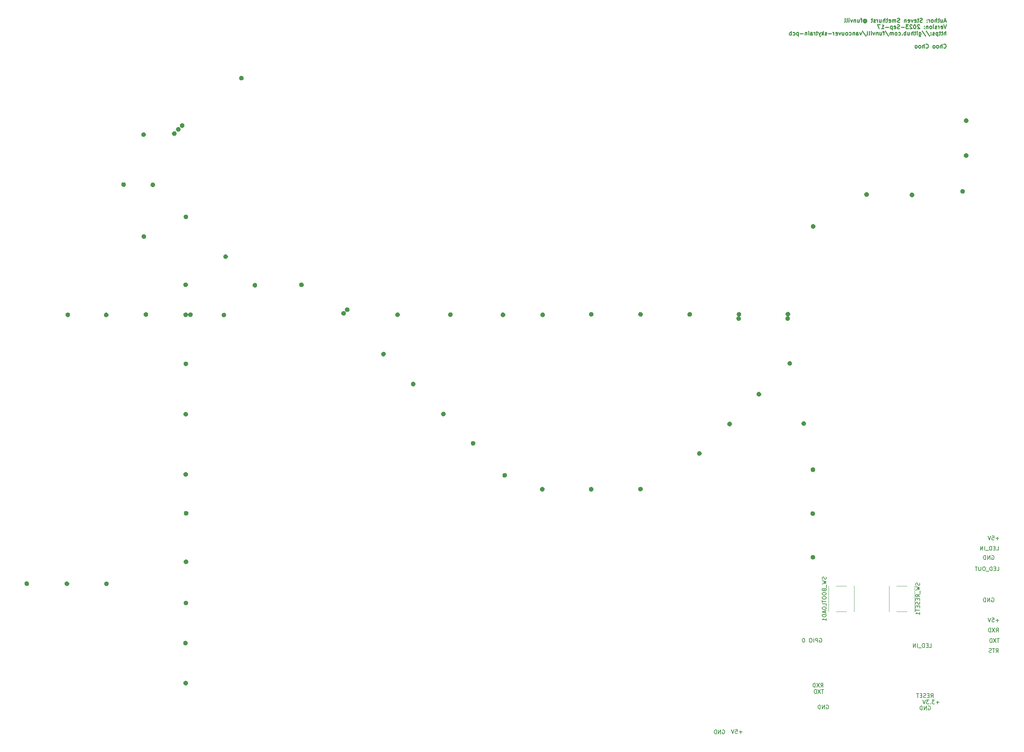
<source format=gbr>
%TF.GenerationSoftware,KiCad,Pcbnew,7.0.1*%
%TF.CreationDate,2023-09-17T14:31:18-07:00*%
%TF.ProjectId,vancouver-skytrain-pcb,76616e63-6f75-4766-9572-2d736b797472,rev?*%
%TF.SameCoordinates,Original*%
%TF.FileFunction,Legend,Bot*%
%TF.FilePolarity,Positive*%
%FSLAX46Y46*%
G04 Gerber Fmt 4.6, Leading zero omitted, Abs format (unit mm)*
G04 Created by KiCad (PCBNEW 7.0.1) date 2023-09-17 14:31:18*
%MOMM*%
%LPD*%
G01*
G04 APERTURE LIST*
%ADD10C,0.150000*%
%ADD11C,0.250000*%
%ADD12C,0.010000*%
%ADD13C,0.120000*%
G04 APERTURE END LIST*
D10*
X289155714Y-176477619D02*
X289631904Y-176477619D01*
X289631904Y-176477619D02*
X289631904Y-175477619D01*
X288822380Y-175953809D02*
X288489047Y-175953809D01*
X288346190Y-176477619D02*
X288822380Y-176477619D01*
X288822380Y-176477619D02*
X288822380Y-175477619D01*
X288822380Y-175477619D02*
X288346190Y-175477619D01*
X287917618Y-176477619D02*
X287917618Y-175477619D01*
X287917618Y-175477619D02*
X287679523Y-175477619D01*
X287679523Y-175477619D02*
X287536666Y-175525238D01*
X287536666Y-175525238D02*
X287441428Y-175620476D01*
X287441428Y-175620476D02*
X287393809Y-175715714D01*
X287393809Y-175715714D02*
X287346190Y-175906190D01*
X287346190Y-175906190D02*
X287346190Y-176049047D01*
X287346190Y-176049047D02*
X287393809Y-176239523D01*
X287393809Y-176239523D02*
X287441428Y-176334761D01*
X287441428Y-176334761D02*
X287536666Y-176430000D01*
X287536666Y-176430000D02*
X287679523Y-176477619D01*
X287679523Y-176477619D02*
X287917618Y-176477619D01*
X287155714Y-176572857D02*
X286393809Y-176572857D01*
X286155713Y-176477619D02*
X286155713Y-175477619D01*
X285679523Y-176477619D02*
X285679523Y-175477619D01*
X285679523Y-175477619D02*
X285108095Y-176477619D01*
X285108095Y-176477619D02*
X285108095Y-175477619D01*
X288888095Y-191275238D02*
X288983333Y-191227619D01*
X288983333Y-191227619D02*
X289126190Y-191227619D01*
X289126190Y-191227619D02*
X289269047Y-191275238D01*
X289269047Y-191275238D02*
X289364285Y-191370476D01*
X289364285Y-191370476D02*
X289411904Y-191465714D01*
X289411904Y-191465714D02*
X289459523Y-191656190D01*
X289459523Y-191656190D02*
X289459523Y-191799047D01*
X289459523Y-191799047D02*
X289411904Y-191989523D01*
X289411904Y-191989523D02*
X289364285Y-192084761D01*
X289364285Y-192084761D02*
X289269047Y-192180000D01*
X289269047Y-192180000D02*
X289126190Y-192227619D01*
X289126190Y-192227619D02*
X289030952Y-192227619D01*
X289030952Y-192227619D02*
X288888095Y-192180000D01*
X288888095Y-192180000D02*
X288840476Y-192132380D01*
X288840476Y-192132380D02*
X288840476Y-191799047D01*
X288840476Y-191799047D02*
X289030952Y-191799047D01*
X288411904Y-192227619D02*
X288411904Y-191227619D01*
X288411904Y-191227619D02*
X287840476Y-192227619D01*
X287840476Y-192227619D02*
X287840476Y-191227619D01*
X287364285Y-192227619D02*
X287364285Y-191227619D01*
X287364285Y-191227619D02*
X287126190Y-191227619D01*
X287126190Y-191227619D02*
X286983333Y-191275238D01*
X286983333Y-191275238D02*
X286888095Y-191370476D01*
X286888095Y-191370476D02*
X286840476Y-191465714D01*
X286840476Y-191465714D02*
X286792857Y-191656190D01*
X286792857Y-191656190D02*
X286792857Y-191799047D01*
X286792857Y-191799047D02*
X286840476Y-191989523D01*
X286840476Y-191989523D02*
X286888095Y-192084761D01*
X286888095Y-192084761D02*
X286983333Y-192180000D01*
X286983333Y-192180000D02*
X287126190Y-192227619D01*
X287126190Y-192227619D02*
X287364285Y-192227619D01*
X291651904Y-190326666D02*
X290890000Y-190326666D01*
X291270952Y-190707619D02*
X291270952Y-189945714D01*
X290509047Y-189707619D02*
X289890000Y-189707619D01*
X289890000Y-189707619D02*
X290223333Y-190088571D01*
X290223333Y-190088571D02*
X290080476Y-190088571D01*
X290080476Y-190088571D02*
X289985238Y-190136190D01*
X289985238Y-190136190D02*
X289937619Y-190183809D01*
X289937619Y-190183809D02*
X289890000Y-190279047D01*
X289890000Y-190279047D02*
X289890000Y-190517142D01*
X289890000Y-190517142D02*
X289937619Y-190612380D01*
X289937619Y-190612380D02*
X289985238Y-190660000D01*
X289985238Y-190660000D02*
X290080476Y-190707619D01*
X290080476Y-190707619D02*
X290366190Y-190707619D01*
X290366190Y-190707619D02*
X290461428Y-190660000D01*
X290461428Y-190660000D02*
X290509047Y-190612380D01*
X289461428Y-190612380D02*
X289413809Y-190660000D01*
X289413809Y-190660000D02*
X289461428Y-190707619D01*
X289461428Y-190707619D02*
X289509047Y-190660000D01*
X289509047Y-190660000D02*
X289461428Y-190612380D01*
X289461428Y-190612380D02*
X289461428Y-190707619D01*
X289080476Y-189707619D02*
X288461429Y-189707619D01*
X288461429Y-189707619D02*
X288794762Y-190088571D01*
X288794762Y-190088571D02*
X288651905Y-190088571D01*
X288651905Y-190088571D02*
X288556667Y-190136190D01*
X288556667Y-190136190D02*
X288509048Y-190183809D01*
X288509048Y-190183809D02*
X288461429Y-190279047D01*
X288461429Y-190279047D02*
X288461429Y-190517142D01*
X288461429Y-190517142D02*
X288509048Y-190612380D01*
X288509048Y-190612380D02*
X288556667Y-190660000D01*
X288556667Y-190660000D02*
X288651905Y-190707619D01*
X288651905Y-190707619D02*
X288937619Y-190707619D01*
X288937619Y-190707619D02*
X289032857Y-190660000D01*
X289032857Y-190660000D02*
X289080476Y-190612380D01*
X288175714Y-189707619D02*
X287842381Y-190707619D01*
X287842381Y-190707619D02*
X287509048Y-189707619D01*
X289550476Y-189117619D02*
X289883809Y-188641428D01*
X290121904Y-189117619D02*
X290121904Y-188117619D01*
X290121904Y-188117619D02*
X289740952Y-188117619D01*
X289740952Y-188117619D02*
X289645714Y-188165238D01*
X289645714Y-188165238D02*
X289598095Y-188212857D01*
X289598095Y-188212857D02*
X289550476Y-188308095D01*
X289550476Y-188308095D02*
X289550476Y-188450952D01*
X289550476Y-188450952D02*
X289598095Y-188546190D01*
X289598095Y-188546190D02*
X289645714Y-188593809D01*
X289645714Y-188593809D02*
X289740952Y-188641428D01*
X289740952Y-188641428D02*
X290121904Y-188641428D01*
X289121904Y-188593809D02*
X288788571Y-188593809D01*
X288645714Y-189117619D02*
X289121904Y-189117619D01*
X289121904Y-189117619D02*
X289121904Y-188117619D01*
X289121904Y-188117619D02*
X288645714Y-188117619D01*
X288264761Y-189070000D02*
X288121904Y-189117619D01*
X288121904Y-189117619D02*
X287883809Y-189117619D01*
X287883809Y-189117619D02*
X287788571Y-189070000D01*
X287788571Y-189070000D02*
X287740952Y-189022380D01*
X287740952Y-189022380D02*
X287693333Y-188927142D01*
X287693333Y-188927142D02*
X287693333Y-188831904D01*
X287693333Y-188831904D02*
X287740952Y-188736666D01*
X287740952Y-188736666D02*
X287788571Y-188689047D01*
X287788571Y-188689047D02*
X287883809Y-188641428D01*
X287883809Y-188641428D02*
X288074285Y-188593809D01*
X288074285Y-188593809D02*
X288169523Y-188546190D01*
X288169523Y-188546190D02*
X288217142Y-188498571D01*
X288217142Y-188498571D02*
X288264761Y-188403333D01*
X288264761Y-188403333D02*
X288264761Y-188308095D01*
X288264761Y-188308095D02*
X288217142Y-188212857D01*
X288217142Y-188212857D02*
X288169523Y-188165238D01*
X288169523Y-188165238D02*
X288074285Y-188117619D01*
X288074285Y-188117619D02*
X287836190Y-188117619D01*
X287836190Y-188117619D02*
X287693333Y-188165238D01*
X287264761Y-188593809D02*
X286931428Y-188593809D01*
X286788571Y-189117619D02*
X287264761Y-189117619D01*
X287264761Y-189117619D02*
X287264761Y-188117619D01*
X287264761Y-188117619D02*
X286788571Y-188117619D01*
X286502856Y-188117619D02*
X285931428Y-188117619D01*
X286217142Y-189117619D02*
X286217142Y-188117619D01*
X263238095Y-191025238D02*
X263333333Y-190977619D01*
X263333333Y-190977619D02*
X263476190Y-190977619D01*
X263476190Y-190977619D02*
X263619047Y-191025238D01*
X263619047Y-191025238D02*
X263714285Y-191120476D01*
X263714285Y-191120476D02*
X263761904Y-191215714D01*
X263761904Y-191215714D02*
X263809523Y-191406190D01*
X263809523Y-191406190D02*
X263809523Y-191549047D01*
X263809523Y-191549047D02*
X263761904Y-191739523D01*
X263761904Y-191739523D02*
X263714285Y-191834761D01*
X263714285Y-191834761D02*
X263619047Y-191930000D01*
X263619047Y-191930000D02*
X263476190Y-191977619D01*
X263476190Y-191977619D02*
X263380952Y-191977619D01*
X263380952Y-191977619D02*
X263238095Y-191930000D01*
X263238095Y-191930000D02*
X263190476Y-191882380D01*
X263190476Y-191882380D02*
X263190476Y-191549047D01*
X263190476Y-191549047D02*
X263380952Y-191549047D01*
X262761904Y-191977619D02*
X262761904Y-190977619D01*
X262761904Y-190977619D02*
X262190476Y-191977619D01*
X262190476Y-191977619D02*
X262190476Y-190977619D01*
X261714285Y-191977619D02*
X261714285Y-190977619D01*
X261714285Y-190977619D02*
X261476190Y-190977619D01*
X261476190Y-190977619D02*
X261333333Y-191025238D01*
X261333333Y-191025238D02*
X261238095Y-191120476D01*
X261238095Y-191120476D02*
X261190476Y-191215714D01*
X261190476Y-191215714D02*
X261142857Y-191406190D01*
X261142857Y-191406190D02*
X261142857Y-191549047D01*
X261142857Y-191549047D02*
X261190476Y-191739523D01*
X261190476Y-191739523D02*
X261238095Y-191834761D01*
X261238095Y-191834761D02*
X261333333Y-191930000D01*
X261333333Y-191930000D02*
X261476190Y-191977619D01*
X261476190Y-191977619D02*
X261714285Y-191977619D01*
X262584761Y-187077619D02*
X262013333Y-187077619D01*
X262299047Y-188077619D02*
X262299047Y-187077619D01*
X261775237Y-187077619D02*
X261108571Y-188077619D01*
X261108571Y-187077619D02*
X261775237Y-188077619D01*
X260727618Y-188077619D02*
X260727618Y-187077619D01*
X260727618Y-187077619D02*
X260489523Y-187077619D01*
X260489523Y-187077619D02*
X260346666Y-187125238D01*
X260346666Y-187125238D02*
X260251428Y-187220476D01*
X260251428Y-187220476D02*
X260203809Y-187315714D01*
X260203809Y-187315714D02*
X260156190Y-187506190D01*
X260156190Y-187506190D02*
X260156190Y-187649047D01*
X260156190Y-187649047D02*
X260203809Y-187839523D01*
X260203809Y-187839523D02*
X260251428Y-187934761D01*
X260251428Y-187934761D02*
X260346666Y-188030000D01*
X260346666Y-188030000D02*
X260489523Y-188077619D01*
X260489523Y-188077619D02*
X260727618Y-188077619D01*
X261820476Y-186487619D02*
X262153809Y-186011428D01*
X262391904Y-186487619D02*
X262391904Y-185487619D01*
X262391904Y-185487619D02*
X262010952Y-185487619D01*
X262010952Y-185487619D02*
X261915714Y-185535238D01*
X261915714Y-185535238D02*
X261868095Y-185582857D01*
X261868095Y-185582857D02*
X261820476Y-185678095D01*
X261820476Y-185678095D02*
X261820476Y-185820952D01*
X261820476Y-185820952D02*
X261868095Y-185916190D01*
X261868095Y-185916190D02*
X261915714Y-185963809D01*
X261915714Y-185963809D02*
X262010952Y-186011428D01*
X262010952Y-186011428D02*
X262391904Y-186011428D01*
X261487142Y-185487619D02*
X260820476Y-186487619D01*
X260820476Y-185487619D02*
X261487142Y-186487619D01*
X260439523Y-186487619D02*
X260439523Y-185487619D01*
X260439523Y-185487619D02*
X260201428Y-185487619D01*
X260201428Y-185487619D02*
X260058571Y-185535238D01*
X260058571Y-185535238D02*
X259963333Y-185630476D01*
X259963333Y-185630476D02*
X259915714Y-185725714D01*
X259915714Y-185725714D02*
X259868095Y-185916190D01*
X259868095Y-185916190D02*
X259868095Y-186059047D01*
X259868095Y-186059047D02*
X259915714Y-186249523D01*
X259915714Y-186249523D02*
X259963333Y-186344761D01*
X259963333Y-186344761D02*
X260058571Y-186440000D01*
X260058571Y-186440000D02*
X260201428Y-186487619D01*
X260201428Y-186487619D02*
X260439523Y-186487619D01*
X261518095Y-174235238D02*
X261613333Y-174187619D01*
X261613333Y-174187619D02*
X261756190Y-174187619D01*
X261756190Y-174187619D02*
X261899047Y-174235238D01*
X261899047Y-174235238D02*
X261994285Y-174330476D01*
X261994285Y-174330476D02*
X262041904Y-174425714D01*
X262041904Y-174425714D02*
X262089523Y-174616190D01*
X262089523Y-174616190D02*
X262089523Y-174759047D01*
X262089523Y-174759047D02*
X262041904Y-174949523D01*
X262041904Y-174949523D02*
X261994285Y-175044761D01*
X261994285Y-175044761D02*
X261899047Y-175140000D01*
X261899047Y-175140000D02*
X261756190Y-175187619D01*
X261756190Y-175187619D02*
X261660952Y-175187619D01*
X261660952Y-175187619D02*
X261518095Y-175140000D01*
X261518095Y-175140000D02*
X261470476Y-175092380D01*
X261470476Y-175092380D02*
X261470476Y-174759047D01*
X261470476Y-174759047D02*
X261660952Y-174759047D01*
X261041904Y-175187619D02*
X261041904Y-174187619D01*
X261041904Y-174187619D02*
X260660952Y-174187619D01*
X260660952Y-174187619D02*
X260565714Y-174235238D01*
X260565714Y-174235238D02*
X260518095Y-174282857D01*
X260518095Y-174282857D02*
X260470476Y-174378095D01*
X260470476Y-174378095D02*
X260470476Y-174520952D01*
X260470476Y-174520952D02*
X260518095Y-174616190D01*
X260518095Y-174616190D02*
X260565714Y-174663809D01*
X260565714Y-174663809D02*
X260660952Y-174711428D01*
X260660952Y-174711428D02*
X261041904Y-174711428D01*
X260041904Y-175187619D02*
X260041904Y-174187619D01*
X259375238Y-174187619D02*
X259184762Y-174187619D01*
X259184762Y-174187619D02*
X259089524Y-174235238D01*
X259089524Y-174235238D02*
X258994286Y-174330476D01*
X258994286Y-174330476D02*
X258946667Y-174520952D01*
X258946667Y-174520952D02*
X258946667Y-174854285D01*
X258946667Y-174854285D02*
X258994286Y-175044761D01*
X258994286Y-175044761D02*
X259089524Y-175140000D01*
X259089524Y-175140000D02*
X259184762Y-175187619D01*
X259184762Y-175187619D02*
X259375238Y-175187619D01*
X259375238Y-175187619D02*
X259470476Y-175140000D01*
X259470476Y-175140000D02*
X259565714Y-175044761D01*
X259565714Y-175044761D02*
X259613333Y-174854285D01*
X259613333Y-174854285D02*
X259613333Y-174520952D01*
X259613333Y-174520952D02*
X259565714Y-174330476D01*
X259565714Y-174330476D02*
X259470476Y-174235238D01*
X259470476Y-174235238D02*
X259375238Y-174187619D01*
X257565714Y-174187619D02*
X257470476Y-174187619D01*
X257470476Y-174187619D02*
X257375238Y-174235238D01*
X257375238Y-174235238D02*
X257327619Y-174282857D01*
X257327619Y-174282857D02*
X257280000Y-174378095D01*
X257280000Y-174378095D02*
X257232381Y-174568571D01*
X257232381Y-174568571D02*
X257232381Y-174806666D01*
X257232381Y-174806666D02*
X257280000Y-174997142D01*
X257280000Y-174997142D02*
X257327619Y-175092380D01*
X257327619Y-175092380D02*
X257375238Y-175140000D01*
X257375238Y-175140000D02*
X257470476Y-175187619D01*
X257470476Y-175187619D02*
X257565714Y-175187619D01*
X257565714Y-175187619D02*
X257660952Y-175140000D01*
X257660952Y-175140000D02*
X257708571Y-175092380D01*
X257708571Y-175092380D02*
X257756190Y-174997142D01*
X257756190Y-174997142D02*
X257803809Y-174806666D01*
X257803809Y-174806666D02*
X257803809Y-174568571D01*
X257803809Y-174568571D02*
X257756190Y-174378095D01*
X257756190Y-174378095D02*
X257708571Y-174282857D01*
X257708571Y-174282857D02*
X257660952Y-174235238D01*
X257660952Y-174235238D02*
X257565714Y-174187619D01*
X242051904Y-197776666D02*
X241290000Y-197776666D01*
X241670952Y-198157619D02*
X241670952Y-197395714D01*
X240337619Y-197157619D02*
X240813809Y-197157619D01*
X240813809Y-197157619D02*
X240861428Y-197633809D01*
X240861428Y-197633809D02*
X240813809Y-197586190D01*
X240813809Y-197586190D02*
X240718571Y-197538571D01*
X240718571Y-197538571D02*
X240480476Y-197538571D01*
X240480476Y-197538571D02*
X240385238Y-197586190D01*
X240385238Y-197586190D02*
X240337619Y-197633809D01*
X240337619Y-197633809D02*
X240290000Y-197729047D01*
X240290000Y-197729047D02*
X240290000Y-197967142D01*
X240290000Y-197967142D02*
X240337619Y-198062380D01*
X240337619Y-198062380D02*
X240385238Y-198110000D01*
X240385238Y-198110000D02*
X240480476Y-198157619D01*
X240480476Y-198157619D02*
X240718571Y-198157619D01*
X240718571Y-198157619D02*
X240813809Y-198110000D01*
X240813809Y-198110000D02*
X240861428Y-198062380D01*
X240004285Y-197157619D02*
X239670952Y-198157619D01*
X239670952Y-198157619D02*
X239337619Y-197157619D01*
X237108095Y-197295238D02*
X237203333Y-197247619D01*
X237203333Y-197247619D02*
X237346190Y-197247619D01*
X237346190Y-197247619D02*
X237489047Y-197295238D01*
X237489047Y-197295238D02*
X237584285Y-197390476D01*
X237584285Y-197390476D02*
X237631904Y-197485714D01*
X237631904Y-197485714D02*
X237679523Y-197676190D01*
X237679523Y-197676190D02*
X237679523Y-197819047D01*
X237679523Y-197819047D02*
X237631904Y-198009523D01*
X237631904Y-198009523D02*
X237584285Y-198104761D01*
X237584285Y-198104761D02*
X237489047Y-198200000D01*
X237489047Y-198200000D02*
X237346190Y-198247619D01*
X237346190Y-198247619D02*
X237250952Y-198247619D01*
X237250952Y-198247619D02*
X237108095Y-198200000D01*
X237108095Y-198200000D02*
X237060476Y-198152380D01*
X237060476Y-198152380D02*
X237060476Y-197819047D01*
X237060476Y-197819047D02*
X237250952Y-197819047D01*
X236631904Y-198247619D02*
X236631904Y-197247619D01*
X236631904Y-197247619D02*
X236060476Y-198247619D01*
X236060476Y-198247619D02*
X236060476Y-197247619D01*
X235584285Y-198247619D02*
X235584285Y-197247619D01*
X235584285Y-197247619D02*
X235346190Y-197247619D01*
X235346190Y-197247619D02*
X235203333Y-197295238D01*
X235203333Y-197295238D02*
X235108095Y-197390476D01*
X235108095Y-197390476D02*
X235060476Y-197485714D01*
X235060476Y-197485714D02*
X235012857Y-197676190D01*
X235012857Y-197676190D02*
X235012857Y-197819047D01*
X235012857Y-197819047D02*
X235060476Y-198009523D01*
X235060476Y-198009523D02*
X235108095Y-198104761D01*
X235108095Y-198104761D02*
X235203333Y-198200000D01*
X235203333Y-198200000D02*
X235346190Y-198247619D01*
X235346190Y-198247619D02*
X235584285Y-198247619D01*
X305930476Y-177747619D02*
X306263809Y-177271428D01*
X306501904Y-177747619D02*
X306501904Y-176747619D01*
X306501904Y-176747619D02*
X306120952Y-176747619D01*
X306120952Y-176747619D02*
X306025714Y-176795238D01*
X306025714Y-176795238D02*
X305978095Y-176842857D01*
X305978095Y-176842857D02*
X305930476Y-176938095D01*
X305930476Y-176938095D02*
X305930476Y-177080952D01*
X305930476Y-177080952D02*
X305978095Y-177176190D01*
X305978095Y-177176190D02*
X306025714Y-177223809D01*
X306025714Y-177223809D02*
X306120952Y-177271428D01*
X306120952Y-177271428D02*
X306501904Y-177271428D01*
X305644761Y-176747619D02*
X305073333Y-176747619D01*
X305359047Y-177747619D02*
X305359047Y-176747619D01*
X304787618Y-177700000D02*
X304644761Y-177747619D01*
X304644761Y-177747619D02*
X304406666Y-177747619D01*
X304406666Y-177747619D02*
X304311428Y-177700000D01*
X304311428Y-177700000D02*
X304263809Y-177652380D01*
X304263809Y-177652380D02*
X304216190Y-177557142D01*
X304216190Y-177557142D02*
X304216190Y-177461904D01*
X304216190Y-177461904D02*
X304263809Y-177366666D01*
X304263809Y-177366666D02*
X304311428Y-177319047D01*
X304311428Y-177319047D02*
X304406666Y-177271428D01*
X304406666Y-177271428D02*
X304597142Y-177223809D01*
X304597142Y-177223809D02*
X304692380Y-177176190D01*
X304692380Y-177176190D02*
X304739999Y-177128571D01*
X304739999Y-177128571D02*
X304787618Y-177033333D01*
X304787618Y-177033333D02*
X304787618Y-176938095D01*
X304787618Y-176938095D02*
X304739999Y-176842857D01*
X304739999Y-176842857D02*
X304692380Y-176795238D01*
X304692380Y-176795238D02*
X304597142Y-176747619D01*
X304597142Y-176747619D02*
X304359047Y-176747619D01*
X304359047Y-176747619D02*
X304216190Y-176795238D01*
X306784761Y-174247619D02*
X306213333Y-174247619D01*
X306499047Y-175247619D02*
X306499047Y-174247619D01*
X305975237Y-174247619D02*
X305308571Y-175247619D01*
X305308571Y-174247619D02*
X305975237Y-175247619D01*
X304927618Y-175247619D02*
X304927618Y-174247619D01*
X304927618Y-174247619D02*
X304689523Y-174247619D01*
X304689523Y-174247619D02*
X304546666Y-174295238D01*
X304546666Y-174295238D02*
X304451428Y-174390476D01*
X304451428Y-174390476D02*
X304403809Y-174485714D01*
X304403809Y-174485714D02*
X304356190Y-174676190D01*
X304356190Y-174676190D02*
X304356190Y-174819047D01*
X304356190Y-174819047D02*
X304403809Y-175009523D01*
X304403809Y-175009523D02*
X304451428Y-175104761D01*
X304451428Y-175104761D02*
X304546666Y-175200000D01*
X304546666Y-175200000D02*
X304689523Y-175247619D01*
X304689523Y-175247619D02*
X304927618Y-175247619D01*
X305970476Y-172607619D02*
X306303809Y-172131428D01*
X306541904Y-172607619D02*
X306541904Y-171607619D01*
X306541904Y-171607619D02*
X306160952Y-171607619D01*
X306160952Y-171607619D02*
X306065714Y-171655238D01*
X306065714Y-171655238D02*
X306018095Y-171702857D01*
X306018095Y-171702857D02*
X305970476Y-171798095D01*
X305970476Y-171798095D02*
X305970476Y-171940952D01*
X305970476Y-171940952D02*
X306018095Y-172036190D01*
X306018095Y-172036190D02*
X306065714Y-172083809D01*
X306065714Y-172083809D02*
X306160952Y-172131428D01*
X306160952Y-172131428D02*
X306541904Y-172131428D01*
X305637142Y-171607619D02*
X304970476Y-172607619D01*
X304970476Y-171607619D02*
X305637142Y-172607619D01*
X304589523Y-172607619D02*
X304589523Y-171607619D01*
X304589523Y-171607619D02*
X304351428Y-171607619D01*
X304351428Y-171607619D02*
X304208571Y-171655238D01*
X304208571Y-171655238D02*
X304113333Y-171750476D01*
X304113333Y-171750476D02*
X304065714Y-171845714D01*
X304065714Y-171845714D02*
X304018095Y-172036190D01*
X304018095Y-172036190D02*
X304018095Y-172179047D01*
X304018095Y-172179047D02*
X304065714Y-172369523D01*
X304065714Y-172369523D02*
X304113333Y-172464761D01*
X304113333Y-172464761D02*
X304208571Y-172560000D01*
X304208571Y-172560000D02*
X304351428Y-172607619D01*
X304351428Y-172607619D02*
X304589523Y-172607619D01*
X306681904Y-169656666D02*
X305920000Y-169656666D01*
X306300952Y-170037619D02*
X306300952Y-169275714D01*
X304967619Y-169037619D02*
X305443809Y-169037619D01*
X305443809Y-169037619D02*
X305491428Y-169513809D01*
X305491428Y-169513809D02*
X305443809Y-169466190D01*
X305443809Y-169466190D02*
X305348571Y-169418571D01*
X305348571Y-169418571D02*
X305110476Y-169418571D01*
X305110476Y-169418571D02*
X305015238Y-169466190D01*
X305015238Y-169466190D02*
X304967619Y-169513809D01*
X304967619Y-169513809D02*
X304920000Y-169609047D01*
X304920000Y-169609047D02*
X304920000Y-169847142D01*
X304920000Y-169847142D02*
X304967619Y-169942380D01*
X304967619Y-169942380D02*
X305015238Y-169990000D01*
X305015238Y-169990000D02*
X305110476Y-170037619D01*
X305110476Y-170037619D02*
X305348571Y-170037619D01*
X305348571Y-170037619D02*
X305443809Y-169990000D01*
X305443809Y-169990000D02*
X305491428Y-169942380D01*
X304634285Y-169037619D02*
X304300952Y-170037619D01*
X304300952Y-170037619D02*
X303967619Y-169037619D01*
X304868095Y-164055238D02*
X304963333Y-164007619D01*
X304963333Y-164007619D02*
X305106190Y-164007619D01*
X305106190Y-164007619D02*
X305249047Y-164055238D01*
X305249047Y-164055238D02*
X305344285Y-164150476D01*
X305344285Y-164150476D02*
X305391904Y-164245714D01*
X305391904Y-164245714D02*
X305439523Y-164436190D01*
X305439523Y-164436190D02*
X305439523Y-164579047D01*
X305439523Y-164579047D02*
X305391904Y-164769523D01*
X305391904Y-164769523D02*
X305344285Y-164864761D01*
X305344285Y-164864761D02*
X305249047Y-164960000D01*
X305249047Y-164960000D02*
X305106190Y-165007619D01*
X305106190Y-165007619D02*
X305010952Y-165007619D01*
X305010952Y-165007619D02*
X304868095Y-164960000D01*
X304868095Y-164960000D02*
X304820476Y-164912380D01*
X304820476Y-164912380D02*
X304820476Y-164579047D01*
X304820476Y-164579047D02*
X305010952Y-164579047D01*
X304391904Y-165007619D02*
X304391904Y-164007619D01*
X304391904Y-164007619D02*
X303820476Y-165007619D01*
X303820476Y-165007619D02*
X303820476Y-164007619D01*
X303344285Y-165007619D02*
X303344285Y-164007619D01*
X303344285Y-164007619D02*
X303106190Y-164007619D01*
X303106190Y-164007619D02*
X302963333Y-164055238D01*
X302963333Y-164055238D02*
X302868095Y-164150476D01*
X302868095Y-164150476D02*
X302820476Y-164245714D01*
X302820476Y-164245714D02*
X302772857Y-164436190D01*
X302772857Y-164436190D02*
X302772857Y-164579047D01*
X302772857Y-164579047D02*
X302820476Y-164769523D01*
X302820476Y-164769523D02*
X302868095Y-164864761D01*
X302868095Y-164864761D02*
X302963333Y-164960000D01*
X302963333Y-164960000D02*
X303106190Y-165007619D01*
X303106190Y-165007619D02*
X303344285Y-165007619D01*
X304878095Y-153385238D02*
X304973333Y-153337619D01*
X304973333Y-153337619D02*
X305116190Y-153337619D01*
X305116190Y-153337619D02*
X305259047Y-153385238D01*
X305259047Y-153385238D02*
X305354285Y-153480476D01*
X305354285Y-153480476D02*
X305401904Y-153575714D01*
X305401904Y-153575714D02*
X305449523Y-153766190D01*
X305449523Y-153766190D02*
X305449523Y-153909047D01*
X305449523Y-153909047D02*
X305401904Y-154099523D01*
X305401904Y-154099523D02*
X305354285Y-154194761D01*
X305354285Y-154194761D02*
X305259047Y-154290000D01*
X305259047Y-154290000D02*
X305116190Y-154337619D01*
X305116190Y-154337619D02*
X305020952Y-154337619D01*
X305020952Y-154337619D02*
X304878095Y-154290000D01*
X304878095Y-154290000D02*
X304830476Y-154242380D01*
X304830476Y-154242380D02*
X304830476Y-153909047D01*
X304830476Y-153909047D02*
X305020952Y-153909047D01*
X304401904Y-154337619D02*
X304401904Y-153337619D01*
X304401904Y-153337619D02*
X303830476Y-154337619D01*
X303830476Y-154337619D02*
X303830476Y-153337619D01*
X303354285Y-154337619D02*
X303354285Y-153337619D01*
X303354285Y-153337619D02*
X303116190Y-153337619D01*
X303116190Y-153337619D02*
X302973333Y-153385238D01*
X302973333Y-153385238D02*
X302878095Y-153480476D01*
X302878095Y-153480476D02*
X302830476Y-153575714D01*
X302830476Y-153575714D02*
X302782857Y-153766190D01*
X302782857Y-153766190D02*
X302782857Y-153909047D01*
X302782857Y-153909047D02*
X302830476Y-154099523D01*
X302830476Y-154099523D02*
X302878095Y-154194761D01*
X302878095Y-154194761D02*
X302973333Y-154290000D01*
X302973333Y-154290000D02*
X303116190Y-154337619D01*
X303116190Y-154337619D02*
X303354285Y-154337619D01*
X306205714Y-157157619D02*
X306681904Y-157157619D01*
X306681904Y-157157619D02*
X306681904Y-156157619D01*
X305872380Y-156633809D02*
X305539047Y-156633809D01*
X305396190Y-157157619D02*
X305872380Y-157157619D01*
X305872380Y-157157619D02*
X305872380Y-156157619D01*
X305872380Y-156157619D02*
X305396190Y-156157619D01*
X304967618Y-157157619D02*
X304967618Y-156157619D01*
X304967618Y-156157619D02*
X304729523Y-156157619D01*
X304729523Y-156157619D02*
X304586666Y-156205238D01*
X304586666Y-156205238D02*
X304491428Y-156300476D01*
X304491428Y-156300476D02*
X304443809Y-156395714D01*
X304443809Y-156395714D02*
X304396190Y-156586190D01*
X304396190Y-156586190D02*
X304396190Y-156729047D01*
X304396190Y-156729047D02*
X304443809Y-156919523D01*
X304443809Y-156919523D02*
X304491428Y-157014761D01*
X304491428Y-157014761D02*
X304586666Y-157110000D01*
X304586666Y-157110000D02*
X304729523Y-157157619D01*
X304729523Y-157157619D02*
X304967618Y-157157619D01*
X304205714Y-157252857D02*
X303443809Y-157252857D01*
X303015237Y-156157619D02*
X302824761Y-156157619D01*
X302824761Y-156157619D02*
X302729523Y-156205238D01*
X302729523Y-156205238D02*
X302634285Y-156300476D01*
X302634285Y-156300476D02*
X302586666Y-156490952D01*
X302586666Y-156490952D02*
X302586666Y-156824285D01*
X302586666Y-156824285D02*
X302634285Y-157014761D01*
X302634285Y-157014761D02*
X302729523Y-157110000D01*
X302729523Y-157110000D02*
X302824761Y-157157619D01*
X302824761Y-157157619D02*
X303015237Y-157157619D01*
X303015237Y-157157619D02*
X303110475Y-157110000D01*
X303110475Y-157110000D02*
X303205713Y-157014761D01*
X303205713Y-157014761D02*
X303253332Y-156824285D01*
X303253332Y-156824285D02*
X303253332Y-156490952D01*
X303253332Y-156490952D02*
X303205713Y-156300476D01*
X303205713Y-156300476D02*
X303110475Y-156205238D01*
X303110475Y-156205238D02*
X303015237Y-156157619D01*
X302158094Y-156157619D02*
X302158094Y-156967142D01*
X302158094Y-156967142D02*
X302110475Y-157062380D01*
X302110475Y-157062380D02*
X302062856Y-157110000D01*
X302062856Y-157110000D02*
X301967618Y-157157619D01*
X301967618Y-157157619D02*
X301777142Y-157157619D01*
X301777142Y-157157619D02*
X301681904Y-157110000D01*
X301681904Y-157110000D02*
X301634285Y-157062380D01*
X301634285Y-157062380D02*
X301586666Y-156967142D01*
X301586666Y-156967142D02*
X301586666Y-156157619D01*
X301253332Y-156157619D02*
X300681904Y-156157619D01*
X300967618Y-157157619D02*
X300967618Y-156157619D01*
X306075714Y-151977619D02*
X306551904Y-151977619D01*
X306551904Y-151977619D02*
X306551904Y-150977619D01*
X305742380Y-151453809D02*
X305409047Y-151453809D01*
X305266190Y-151977619D02*
X305742380Y-151977619D01*
X305742380Y-151977619D02*
X305742380Y-150977619D01*
X305742380Y-150977619D02*
X305266190Y-150977619D01*
X304837618Y-151977619D02*
X304837618Y-150977619D01*
X304837618Y-150977619D02*
X304599523Y-150977619D01*
X304599523Y-150977619D02*
X304456666Y-151025238D01*
X304456666Y-151025238D02*
X304361428Y-151120476D01*
X304361428Y-151120476D02*
X304313809Y-151215714D01*
X304313809Y-151215714D02*
X304266190Y-151406190D01*
X304266190Y-151406190D02*
X304266190Y-151549047D01*
X304266190Y-151549047D02*
X304313809Y-151739523D01*
X304313809Y-151739523D02*
X304361428Y-151834761D01*
X304361428Y-151834761D02*
X304456666Y-151930000D01*
X304456666Y-151930000D02*
X304599523Y-151977619D01*
X304599523Y-151977619D02*
X304837618Y-151977619D01*
X304075714Y-152072857D02*
X303313809Y-152072857D01*
X303075713Y-151977619D02*
X303075713Y-150977619D01*
X302599523Y-151977619D02*
X302599523Y-150977619D01*
X302599523Y-150977619D02*
X302028095Y-151977619D01*
X302028095Y-151977619D02*
X302028095Y-150977619D01*
X306661904Y-149026666D02*
X305900000Y-149026666D01*
X306280952Y-149407619D02*
X306280952Y-148645714D01*
X304947619Y-148407619D02*
X305423809Y-148407619D01*
X305423809Y-148407619D02*
X305471428Y-148883809D01*
X305471428Y-148883809D02*
X305423809Y-148836190D01*
X305423809Y-148836190D02*
X305328571Y-148788571D01*
X305328571Y-148788571D02*
X305090476Y-148788571D01*
X305090476Y-148788571D02*
X304995238Y-148836190D01*
X304995238Y-148836190D02*
X304947619Y-148883809D01*
X304947619Y-148883809D02*
X304900000Y-148979047D01*
X304900000Y-148979047D02*
X304900000Y-149217142D01*
X304900000Y-149217142D02*
X304947619Y-149312380D01*
X304947619Y-149312380D02*
X304995238Y-149360000D01*
X304995238Y-149360000D02*
X305090476Y-149407619D01*
X305090476Y-149407619D02*
X305328571Y-149407619D01*
X305328571Y-149407619D02*
X305423809Y-149360000D01*
X305423809Y-149360000D02*
X305471428Y-149312380D01*
X304614285Y-148407619D02*
X304280952Y-149407619D01*
X304280952Y-149407619D02*
X303947619Y-148407619D01*
D11*
X293349523Y-18661904D02*
X292873333Y-18661904D01*
X293444761Y-18947619D02*
X293111428Y-17947619D01*
X293111428Y-17947619D02*
X292778095Y-18947619D01*
X292016190Y-18280952D02*
X292016190Y-18947619D01*
X292444761Y-18280952D02*
X292444761Y-18804761D01*
X292444761Y-18804761D02*
X292397142Y-18900000D01*
X292397142Y-18900000D02*
X292301904Y-18947619D01*
X292301904Y-18947619D02*
X292159047Y-18947619D01*
X292159047Y-18947619D02*
X292063809Y-18900000D01*
X292063809Y-18900000D02*
X292016190Y-18852380D01*
X291682856Y-18280952D02*
X291301904Y-18280952D01*
X291539999Y-17947619D02*
X291539999Y-18804761D01*
X291539999Y-18804761D02*
X291492380Y-18900000D01*
X291492380Y-18900000D02*
X291397142Y-18947619D01*
X291397142Y-18947619D02*
X291301904Y-18947619D01*
X290968570Y-18947619D02*
X290968570Y-17947619D01*
X290539999Y-18947619D02*
X290539999Y-18423809D01*
X290539999Y-18423809D02*
X290587618Y-18328571D01*
X290587618Y-18328571D02*
X290682856Y-18280952D01*
X290682856Y-18280952D02*
X290825713Y-18280952D01*
X290825713Y-18280952D02*
X290920951Y-18328571D01*
X290920951Y-18328571D02*
X290968570Y-18376190D01*
X289920951Y-18947619D02*
X290016189Y-18900000D01*
X290016189Y-18900000D02*
X290063808Y-18852380D01*
X290063808Y-18852380D02*
X290111427Y-18757142D01*
X290111427Y-18757142D02*
X290111427Y-18471428D01*
X290111427Y-18471428D02*
X290063808Y-18376190D01*
X290063808Y-18376190D02*
X290016189Y-18328571D01*
X290016189Y-18328571D02*
X289920951Y-18280952D01*
X289920951Y-18280952D02*
X289778094Y-18280952D01*
X289778094Y-18280952D02*
X289682856Y-18328571D01*
X289682856Y-18328571D02*
X289635237Y-18376190D01*
X289635237Y-18376190D02*
X289587618Y-18471428D01*
X289587618Y-18471428D02*
X289587618Y-18757142D01*
X289587618Y-18757142D02*
X289635237Y-18852380D01*
X289635237Y-18852380D02*
X289682856Y-18900000D01*
X289682856Y-18900000D02*
X289778094Y-18947619D01*
X289778094Y-18947619D02*
X289920951Y-18947619D01*
X289159046Y-18947619D02*
X289159046Y-18280952D01*
X289159046Y-18471428D02*
X289111427Y-18376190D01*
X289111427Y-18376190D02*
X289063808Y-18328571D01*
X289063808Y-18328571D02*
X288968570Y-18280952D01*
X288968570Y-18280952D02*
X288873332Y-18280952D01*
X288539998Y-18852380D02*
X288492379Y-18900000D01*
X288492379Y-18900000D02*
X288539998Y-18947619D01*
X288539998Y-18947619D02*
X288587617Y-18900000D01*
X288587617Y-18900000D02*
X288539998Y-18852380D01*
X288539998Y-18852380D02*
X288539998Y-18947619D01*
X288539998Y-18328571D02*
X288492379Y-18376190D01*
X288492379Y-18376190D02*
X288539998Y-18423809D01*
X288539998Y-18423809D02*
X288587617Y-18376190D01*
X288587617Y-18376190D02*
X288539998Y-18328571D01*
X288539998Y-18328571D02*
X288539998Y-18423809D01*
X287349522Y-18900000D02*
X287206665Y-18947619D01*
X287206665Y-18947619D02*
X286968570Y-18947619D01*
X286968570Y-18947619D02*
X286873332Y-18900000D01*
X286873332Y-18900000D02*
X286825713Y-18852380D01*
X286825713Y-18852380D02*
X286778094Y-18757142D01*
X286778094Y-18757142D02*
X286778094Y-18661904D01*
X286778094Y-18661904D02*
X286825713Y-18566666D01*
X286825713Y-18566666D02*
X286873332Y-18519047D01*
X286873332Y-18519047D02*
X286968570Y-18471428D01*
X286968570Y-18471428D02*
X287159046Y-18423809D01*
X287159046Y-18423809D02*
X287254284Y-18376190D01*
X287254284Y-18376190D02*
X287301903Y-18328571D01*
X287301903Y-18328571D02*
X287349522Y-18233333D01*
X287349522Y-18233333D02*
X287349522Y-18138095D01*
X287349522Y-18138095D02*
X287301903Y-18042857D01*
X287301903Y-18042857D02*
X287254284Y-17995238D01*
X287254284Y-17995238D02*
X287159046Y-17947619D01*
X287159046Y-17947619D02*
X286920951Y-17947619D01*
X286920951Y-17947619D02*
X286778094Y-17995238D01*
X286492379Y-18280952D02*
X286111427Y-18280952D01*
X286349522Y-17947619D02*
X286349522Y-18804761D01*
X286349522Y-18804761D02*
X286301903Y-18900000D01*
X286301903Y-18900000D02*
X286206665Y-18947619D01*
X286206665Y-18947619D02*
X286111427Y-18947619D01*
X285397141Y-18900000D02*
X285492379Y-18947619D01*
X285492379Y-18947619D02*
X285682855Y-18947619D01*
X285682855Y-18947619D02*
X285778093Y-18900000D01*
X285778093Y-18900000D02*
X285825712Y-18804761D01*
X285825712Y-18804761D02*
X285825712Y-18423809D01*
X285825712Y-18423809D02*
X285778093Y-18328571D01*
X285778093Y-18328571D02*
X285682855Y-18280952D01*
X285682855Y-18280952D02*
X285492379Y-18280952D01*
X285492379Y-18280952D02*
X285397141Y-18328571D01*
X285397141Y-18328571D02*
X285349522Y-18423809D01*
X285349522Y-18423809D02*
X285349522Y-18519047D01*
X285349522Y-18519047D02*
X285825712Y-18614285D01*
X285016188Y-18280952D02*
X284778093Y-18947619D01*
X284778093Y-18947619D02*
X284539998Y-18280952D01*
X283778093Y-18900000D02*
X283873331Y-18947619D01*
X283873331Y-18947619D02*
X284063807Y-18947619D01*
X284063807Y-18947619D02*
X284159045Y-18900000D01*
X284159045Y-18900000D02*
X284206664Y-18804761D01*
X284206664Y-18804761D02*
X284206664Y-18423809D01*
X284206664Y-18423809D02*
X284159045Y-18328571D01*
X284159045Y-18328571D02*
X284063807Y-18280952D01*
X284063807Y-18280952D02*
X283873331Y-18280952D01*
X283873331Y-18280952D02*
X283778093Y-18328571D01*
X283778093Y-18328571D02*
X283730474Y-18423809D01*
X283730474Y-18423809D02*
X283730474Y-18519047D01*
X283730474Y-18519047D02*
X284206664Y-18614285D01*
X283301902Y-18280952D02*
X283301902Y-18947619D01*
X283301902Y-18376190D02*
X283254283Y-18328571D01*
X283254283Y-18328571D02*
X283159045Y-18280952D01*
X283159045Y-18280952D02*
X283016188Y-18280952D01*
X283016188Y-18280952D02*
X282920950Y-18328571D01*
X282920950Y-18328571D02*
X282873331Y-18423809D01*
X282873331Y-18423809D02*
X282873331Y-18947619D01*
X281682854Y-18900000D02*
X281539997Y-18947619D01*
X281539997Y-18947619D02*
X281301902Y-18947619D01*
X281301902Y-18947619D02*
X281206664Y-18900000D01*
X281206664Y-18900000D02*
X281159045Y-18852380D01*
X281159045Y-18852380D02*
X281111426Y-18757142D01*
X281111426Y-18757142D02*
X281111426Y-18661904D01*
X281111426Y-18661904D02*
X281159045Y-18566666D01*
X281159045Y-18566666D02*
X281206664Y-18519047D01*
X281206664Y-18519047D02*
X281301902Y-18471428D01*
X281301902Y-18471428D02*
X281492378Y-18423809D01*
X281492378Y-18423809D02*
X281587616Y-18376190D01*
X281587616Y-18376190D02*
X281635235Y-18328571D01*
X281635235Y-18328571D02*
X281682854Y-18233333D01*
X281682854Y-18233333D02*
X281682854Y-18138095D01*
X281682854Y-18138095D02*
X281635235Y-18042857D01*
X281635235Y-18042857D02*
X281587616Y-17995238D01*
X281587616Y-17995238D02*
X281492378Y-17947619D01*
X281492378Y-17947619D02*
X281254283Y-17947619D01*
X281254283Y-17947619D02*
X281111426Y-17995238D01*
X280682854Y-18947619D02*
X280682854Y-18280952D01*
X280682854Y-18376190D02*
X280635235Y-18328571D01*
X280635235Y-18328571D02*
X280539997Y-18280952D01*
X280539997Y-18280952D02*
X280397140Y-18280952D01*
X280397140Y-18280952D02*
X280301902Y-18328571D01*
X280301902Y-18328571D02*
X280254283Y-18423809D01*
X280254283Y-18423809D02*
X280254283Y-18947619D01*
X280254283Y-18423809D02*
X280206664Y-18328571D01*
X280206664Y-18328571D02*
X280111426Y-18280952D01*
X280111426Y-18280952D02*
X279968569Y-18280952D01*
X279968569Y-18280952D02*
X279873330Y-18328571D01*
X279873330Y-18328571D02*
X279825711Y-18423809D01*
X279825711Y-18423809D02*
X279825711Y-18947619D01*
X278968569Y-18900000D02*
X279063807Y-18947619D01*
X279063807Y-18947619D02*
X279254283Y-18947619D01*
X279254283Y-18947619D02*
X279349521Y-18900000D01*
X279349521Y-18900000D02*
X279397140Y-18804761D01*
X279397140Y-18804761D02*
X279397140Y-18423809D01*
X279397140Y-18423809D02*
X279349521Y-18328571D01*
X279349521Y-18328571D02*
X279254283Y-18280952D01*
X279254283Y-18280952D02*
X279063807Y-18280952D01*
X279063807Y-18280952D02*
X278968569Y-18328571D01*
X278968569Y-18328571D02*
X278920950Y-18423809D01*
X278920950Y-18423809D02*
X278920950Y-18519047D01*
X278920950Y-18519047D02*
X279397140Y-18614285D01*
X278635235Y-18280952D02*
X278254283Y-18280952D01*
X278492378Y-17947619D02*
X278492378Y-18804761D01*
X278492378Y-18804761D02*
X278444759Y-18900000D01*
X278444759Y-18900000D02*
X278349521Y-18947619D01*
X278349521Y-18947619D02*
X278254283Y-18947619D01*
X277920949Y-18947619D02*
X277920949Y-17947619D01*
X277492378Y-18947619D02*
X277492378Y-18423809D01*
X277492378Y-18423809D02*
X277539997Y-18328571D01*
X277539997Y-18328571D02*
X277635235Y-18280952D01*
X277635235Y-18280952D02*
X277778092Y-18280952D01*
X277778092Y-18280952D02*
X277873330Y-18328571D01*
X277873330Y-18328571D02*
X277920949Y-18376190D01*
X276587616Y-18280952D02*
X276587616Y-18947619D01*
X277016187Y-18280952D02*
X277016187Y-18804761D01*
X277016187Y-18804761D02*
X276968568Y-18900000D01*
X276968568Y-18900000D02*
X276873330Y-18947619D01*
X276873330Y-18947619D02*
X276730473Y-18947619D01*
X276730473Y-18947619D02*
X276635235Y-18900000D01*
X276635235Y-18900000D02*
X276587616Y-18852380D01*
X276111425Y-18947619D02*
X276111425Y-18280952D01*
X276111425Y-18471428D02*
X276063806Y-18376190D01*
X276063806Y-18376190D02*
X276016187Y-18328571D01*
X276016187Y-18328571D02*
X275920949Y-18280952D01*
X275920949Y-18280952D02*
X275825711Y-18280952D01*
X275539996Y-18900000D02*
X275444758Y-18947619D01*
X275444758Y-18947619D02*
X275254282Y-18947619D01*
X275254282Y-18947619D02*
X275159044Y-18900000D01*
X275159044Y-18900000D02*
X275111425Y-18804761D01*
X275111425Y-18804761D02*
X275111425Y-18757142D01*
X275111425Y-18757142D02*
X275159044Y-18661904D01*
X275159044Y-18661904D02*
X275254282Y-18614285D01*
X275254282Y-18614285D02*
X275397139Y-18614285D01*
X275397139Y-18614285D02*
X275492377Y-18566666D01*
X275492377Y-18566666D02*
X275539996Y-18471428D01*
X275539996Y-18471428D02*
X275539996Y-18423809D01*
X275539996Y-18423809D02*
X275492377Y-18328571D01*
X275492377Y-18328571D02*
X275397139Y-18280952D01*
X275397139Y-18280952D02*
X275254282Y-18280952D01*
X275254282Y-18280952D02*
X275159044Y-18328571D01*
X274825710Y-18280952D02*
X274444758Y-18280952D01*
X274682853Y-17947619D02*
X274682853Y-18804761D01*
X274682853Y-18804761D02*
X274635234Y-18900000D01*
X274635234Y-18900000D02*
X274539996Y-18947619D01*
X274539996Y-18947619D02*
X274444758Y-18947619D01*
X272730472Y-18471428D02*
X272778091Y-18423809D01*
X272778091Y-18423809D02*
X272873329Y-18376190D01*
X272873329Y-18376190D02*
X272968567Y-18376190D01*
X272968567Y-18376190D02*
X273063805Y-18423809D01*
X273063805Y-18423809D02*
X273111424Y-18471428D01*
X273111424Y-18471428D02*
X273159043Y-18566666D01*
X273159043Y-18566666D02*
X273159043Y-18661904D01*
X273159043Y-18661904D02*
X273111424Y-18757142D01*
X273111424Y-18757142D02*
X273063805Y-18804761D01*
X273063805Y-18804761D02*
X272968567Y-18852380D01*
X272968567Y-18852380D02*
X272873329Y-18852380D01*
X272873329Y-18852380D02*
X272778091Y-18804761D01*
X272778091Y-18804761D02*
X272730472Y-18757142D01*
X272730472Y-18376190D02*
X272730472Y-18757142D01*
X272730472Y-18757142D02*
X272682853Y-18804761D01*
X272682853Y-18804761D02*
X272635234Y-18804761D01*
X272635234Y-18804761D02*
X272539995Y-18757142D01*
X272539995Y-18757142D02*
X272492376Y-18661904D01*
X272492376Y-18661904D02*
X272492376Y-18423809D01*
X272492376Y-18423809D02*
X272587615Y-18280952D01*
X272587615Y-18280952D02*
X272730472Y-18185714D01*
X272730472Y-18185714D02*
X272920948Y-18138095D01*
X272920948Y-18138095D02*
X273111424Y-18185714D01*
X273111424Y-18185714D02*
X273254281Y-18280952D01*
X273254281Y-18280952D02*
X273349519Y-18423809D01*
X273349519Y-18423809D02*
X273397138Y-18614285D01*
X273397138Y-18614285D02*
X273349519Y-18804761D01*
X273349519Y-18804761D02*
X273254281Y-18947619D01*
X273254281Y-18947619D02*
X273111424Y-19042857D01*
X273111424Y-19042857D02*
X272920948Y-19090476D01*
X272920948Y-19090476D02*
X272730472Y-19042857D01*
X272730472Y-19042857D02*
X272587615Y-18947619D01*
X272206662Y-18280952D02*
X271825710Y-18280952D01*
X272063805Y-18947619D02*
X272063805Y-18090476D01*
X272063805Y-18090476D02*
X272016186Y-17995238D01*
X272016186Y-17995238D02*
X271920948Y-17947619D01*
X271920948Y-17947619D02*
X271825710Y-17947619D01*
X271063805Y-18280952D02*
X271063805Y-18947619D01*
X271492376Y-18280952D02*
X271492376Y-18804761D01*
X271492376Y-18804761D02*
X271444757Y-18900000D01*
X271444757Y-18900000D02*
X271349519Y-18947619D01*
X271349519Y-18947619D02*
X271206662Y-18947619D01*
X271206662Y-18947619D02*
X271111424Y-18900000D01*
X271111424Y-18900000D02*
X271063805Y-18852380D01*
X270587614Y-18280952D02*
X270587614Y-18947619D01*
X270587614Y-18376190D02*
X270539995Y-18328571D01*
X270539995Y-18328571D02*
X270444757Y-18280952D01*
X270444757Y-18280952D02*
X270301900Y-18280952D01*
X270301900Y-18280952D02*
X270206662Y-18328571D01*
X270206662Y-18328571D02*
X270159043Y-18423809D01*
X270159043Y-18423809D02*
X270159043Y-18947619D01*
X269778090Y-18280952D02*
X269539995Y-18947619D01*
X269539995Y-18947619D02*
X269301900Y-18280952D01*
X268920947Y-18947619D02*
X268920947Y-18280952D01*
X268920947Y-17947619D02*
X268968566Y-17995238D01*
X268968566Y-17995238D02*
X268920947Y-18042857D01*
X268920947Y-18042857D02*
X268873328Y-17995238D01*
X268873328Y-17995238D02*
X268920947Y-17947619D01*
X268920947Y-17947619D02*
X268920947Y-18042857D01*
X268301900Y-18947619D02*
X268397138Y-18900000D01*
X268397138Y-18900000D02*
X268444757Y-18804761D01*
X268444757Y-18804761D02*
X268444757Y-17947619D01*
X267778090Y-18947619D02*
X267873328Y-18900000D01*
X267873328Y-18900000D02*
X267920947Y-18804761D01*
X267920947Y-18804761D02*
X267920947Y-17947619D01*
X293444761Y-19567619D02*
X293111428Y-20567619D01*
X293111428Y-20567619D02*
X292778095Y-19567619D01*
X292063809Y-20520000D02*
X292159047Y-20567619D01*
X292159047Y-20567619D02*
X292349523Y-20567619D01*
X292349523Y-20567619D02*
X292444761Y-20520000D01*
X292444761Y-20520000D02*
X292492380Y-20424761D01*
X292492380Y-20424761D02*
X292492380Y-20043809D01*
X292492380Y-20043809D02*
X292444761Y-19948571D01*
X292444761Y-19948571D02*
X292349523Y-19900952D01*
X292349523Y-19900952D02*
X292159047Y-19900952D01*
X292159047Y-19900952D02*
X292063809Y-19948571D01*
X292063809Y-19948571D02*
X292016190Y-20043809D01*
X292016190Y-20043809D02*
X292016190Y-20139047D01*
X292016190Y-20139047D02*
X292492380Y-20234285D01*
X291587618Y-20567619D02*
X291587618Y-19900952D01*
X291587618Y-20091428D02*
X291539999Y-19996190D01*
X291539999Y-19996190D02*
X291492380Y-19948571D01*
X291492380Y-19948571D02*
X291397142Y-19900952D01*
X291397142Y-19900952D02*
X291301904Y-19900952D01*
X291016189Y-20520000D02*
X290920951Y-20567619D01*
X290920951Y-20567619D02*
X290730475Y-20567619D01*
X290730475Y-20567619D02*
X290635237Y-20520000D01*
X290635237Y-20520000D02*
X290587618Y-20424761D01*
X290587618Y-20424761D02*
X290587618Y-20377142D01*
X290587618Y-20377142D02*
X290635237Y-20281904D01*
X290635237Y-20281904D02*
X290730475Y-20234285D01*
X290730475Y-20234285D02*
X290873332Y-20234285D01*
X290873332Y-20234285D02*
X290968570Y-20186666D01*
X290968570Y-20186666D02*
X291016189Y-20091428D01*
X291016189Y-20091428D02*
X291016189Y-20043809D01*
X291016189Y-20043809D02*
X290968570Y-19948571D01*
X290968570Y-19948571D02*
X290873332Y-19900952D01*
X290873332Y-19900952D02*
X290730475Y-19900952D01*
X290730475Y-19900952D02*
X290635237Y-19948571D01*
X290159046Y-20567619D02*
X290159046Y-19900952D01*
X290159046Y-19567619D02*
X290206665Y-19615238D01*
X290206665Y-19615238D02*
X290159046Y-19662857D01*
X290159046Y-19662857D02*
X290111427Y-19615238D01*
X290111427Y-19615238D02*
X290159046Y-19567619D01*
X290159046Y-19567619D02*
X290159046Y-19662857D01*
X289539999Y-20567619D02*
X289635237Y-20520000D01*
X289635237Y-20520000D02*
X289682856Y-20472380D01*
X289682856Y-20472380D02*
X289730475Y-20377142D01*
X289730475Y-20377142D02*
X289730475Y-20091428D01*
X289730475Y-20091428D02*
X289682856Y-19996190D01*
X289682856Y-19996190D02*
X289635237Y-19948571D01*
X289635237Y-19948571D02*
X289539999Y-19900952D01*
X289539999Y-19900952D02*
X289397142Y-19900952D01*
X289397142Y-19900952D02*
X289301904Y-19948571D01*
X289301904Y-19948571D02*
X289254285Y-19996190D01*
X289254285Y-19996190D02*
X289206666Y-20091428D01*
X289206666Y-20091428D02*
X289206666Y-20377142D01*
X289206666Y-20377142D02*
X289254285Y-20472380D01*
X289254285Y-20472380D02*
X289301904Y-20520000D01*
X289301904Y-20520000D02*
X289397142Y-20567619D01*
X289397142Y-20567619D02*
X289539999Y-20567619D01*
X288778094Y-19900952D02*
X288778094Y-20567619D01*
X288778094Y-19996190D02*
X288730475Y-19948571D01*
X288730475Y-19948571D02*
X288635237Y-19900952D01*
X288635237Y-19900952D02*
X288492380Y-19900952D01*
X288492380Y-19900952D02*
X288397142Y-19948571D01*
X288397142Y-19948571D02*
X288349523Y-20043809D01*
X288349523Y-20043809D02*
X288349523Y-20567619D01*
X287873332Y-20472380D02*
X287825713Y-20520000D01*
X287825713Y-20520000D02*
X287873332Y-20567619D01*
X287873332Y-20567619D02*
X287920951Y-20520000D01*
X287920951Y-20520000D02*
X287873332Y-20472380D01*
X287873332Y-20472380D02*
X287873332Y-20567619D01*
X287873332Y-19948571D02*
X287825713Y-19996190D01*
X287825713Y-19996190D02*
X287873332Y-20043809D01*
X287873332Y-20043809D02*
X287920951Y-19996190D01*
X287920951Y-19996190D02*
X287873332Y-19948571D01*
X287873332Y-19948571D02*
X287873332Y-20043809D01*
X286682856Y-19662857D02*
X286635237Y-19615238D01*
X286635237Y-19615238D02*
X286539999Y-19567619D01*
X286539999Y-19567619D02*
X286301904Y-19567619D01*
X286301904Y-19567619D02*
X286206666Y-19615238D01*
X286206666Y-19615238D02*
X286159047Y-19662857D01*
X286159047Y-19662857D02*
X286111428Y-19758095D01*
X286111428Y-19758095D02*
X286111428Y-19853333D01*
X286111428Y-19853333D02*
X286159047Y-19996190D01*
X286159047Y-19996190D02*
X286730475Y-20567619D01*
X286730475Y-20567619D02*
X286111428Y-20567619D01*
X285492380Y-19567619D02*
X285397142Y-19567619D01*
X285397142Y-19567619D02*
X285301904Y-19615238D01*
X285301904Y-19615238D02*
X285254285Y-19662857D01*
X285254285Y-19662857D02*
X285206666Y-19758095D01*
X285206666Y-19758095D02*
X285159047Y-19948571D01*
X285159047Y-19948571D02*
X285159047Y-20186666D01*
X285159047Y-20186666D02*
X285206666Y-20377142D01*
X285206666Y-20377142D02*
X285254285Y-20472380D01*
X285254285Y-20472380D02*
X285301904Y-20520000D01*
X285301904Y-20520000D02*
X285397142Y-20567619D01*
X285397142Y-20567619D02*
X285492380Y-20567619D01*
X285492380Y-20567619D02*
X285587618Y-20520000D01*
X285587618Y-20520000D02*
X285635237Y-20472380D01*
X285635237Y-20472380D02*
X285682856Y-20377142D01*
X285682856Y-20377142D02*
X285730475Y-20186666D01*
X285730475Y-20186666D02*
X285730475Y-19948571D01*
X285730475Y-19948571D02*
X285682856Y-19758095D01*
X285682856Y-19758095D02*
X285635237Y-19662857D01*
X285635237Y-19662857D02*
X285587618Y-19615238D01*
X285587618Y-19615238D02*
X285492380Y-19567619D01*
X284778094Y-19662857D02*
X284730475Y-19615238D01*
X284730475Y-19615238D02*
X284635237Y-19567619D01*
X284635237Y-19567619D02*
X284397142Y-19567619D01*
X284397142Y-19567619D02*
X284301904Y-19615238D01*
X284301904Y-19615238D02*
X284254285Y-19662857D01*
X284254285Y-19662857D02*
X284206666Y-19758095D01*
X284206666Y-19758095D02*
X284206666Y-19853333D01*
X284206666Y-19853333D02*
X284254285Y-19996190D01*
X284254285Y-19996190D02*
X284825713Y-20567619D01*
X284825713Y-20567619D02*
X284206666Y-20567619D01*
X283873332Y-19567619D02*
X283254285Y-19567619D01*
X283254285Y-19567619D02*
X283587618Y-19948571D01*
X283587618Y-19948571D02*
X283444761Y-19948571D01*
X283444761Y-19948571D02*
X283349523Y-19996190D01*
X283349523Y-19996190D02*
X283301904Y-20043809D01*
X283301904Y-20043809D02*
X283254285Y-20139047D01*
X283254285Y-20139047D02*
X283254285Y-20377142D01*
X283254285Y-20377142D02*
X283301904Y-20472380D01*
X283301904Y-20472380D02*
X283349523Y-20520000D01*
X283349523Y-20520000D02*
X283444761Y-20567619D01*
X283444761Y-20567619D02*
X283730475Y-20567619D01*
X283730475Y-20567619D02*
X283825713Y-20520000D01*
X283825713Y-20520000D02*
X283873332Y-20472380D01*
X282825713Y-20186666D02*
X282063809Y-20186666D01*
X281635237Y-20520000D02*
X281492380Y-20567619D01*
X281492380Y-20567619D02*
X281254285Y-20567619D01*
X281254285Y-20567619D02*
X281159047Y-20520000D01*
X281159047Y-20520000D02*
X281111428Y-20472380D01*
X281111428Y-20472380D02*
X281063809Y-20377142D01*
X281063809Y-20377142D02*
X281063809Y-20281904D01*
X281063809Y-20281904D02*
X281111428Y-20186666D01*
X281111428Y-20186666D02*
X281159047Y-20139047D01*
X281159047Y-20139047D02*
X281254285Y-20091428D01*
X281254285Y-20091428D02*
X281444761Y-20043809D01*
X281444761Y-20043809D02*
X281539999Y-19996190D01*
X281539999Y-19996190D02*
X281587618Y-19948571D01*
X281587618Y-19948571D02*
X281635237Y-19853333D01*
X281635237Y-19853333D02*
X281635237Y-19758095D01*
X281635237Y-19758095D02*
X281587618Y-19662857D01*
X281587618Y-19662857D02*
X281539999Y-19615238D01*
X281539999Y-19615238D02*
X281444761Y-19567619D01*
X281444761Y-19567619D02*
X281206666Y-19567619D01*
X281206666Y-19567619D02*
X281063809Y-19615238D01*
X280254285Y-20520000D02*
X280349523Y-20567619D01*
X280349523Y-20567619D02*
X280539999Y-20567619D01*
X280539999Y-20567619D02*
X280635237Y-20520000D01*
X280635237Y-20520000D02*
X280682856Y-20424761D01*
X280682856Y-20424761D02*
X280682856Y-20043809D01*
X280682856Y-20043809D02*
X280635237Y-19948571D01*
X280635237Y-19948571D02*
X280539999Y-19900952D01*
X280539999Y-19900952D02*
X280349523Y-19900952D01*
X280349523Y-19900952D02*
X280254285Y-19948571D01*
X280254285Y-19948571D02*
X280206666Y-20043809D01*
X280206666Y-20043809D02*
X280206666Y-20139047D01*
X280206666Y-20139047D02*
X280682856Y-20234285D01*
X279778094Y-19900952D02*
X279778094Y-20900952D01*
X279778094Y-19948571D02*
X279682856Y-19900952D01*
X279682856Y-19900952D02*
X279492380Y-19900952D01*
X279492380Y-19900952D02*
X279397142Y-19948571D01*
X279397142Y-19948571D02*
X279349523Y-19996190D01*
X279349523Y-19996190D02*
X279301904Y-20091428D01*
X279301904Y-20091428D02*
X279301904Y-20377142D01*
X279301904Y-20377142D02*
X279349523Y-20472380D01*
X279349523Y-20472380D02*
X279397142Y-20520000D01*
X279397142Y-20520000D02*
X279492380Y-20567619D01*
X279492380Y-20567619D02*
X279682856Y-20567619D01*
X279682856Y-20567619D02*
X279778094Y-20520000D01*
X278873332Y-20186666D02*
X278111428Y-20186666D01*
X277111428Y-20567619D02*
X277682856Y-20567619D01*
X277397142Y-20567619D02*
X277397142Y-19567619D01*
X277397142Y-19567619D02*
X277492380Y-19710476D01*
X277492380Y-19710476D02*
X277587618Y-19805714D01*
X277587618Y-19805714D02*
X277682856Y-19853333D01*
X276778094Y-19567619D02*
X276111428Y-19567619D01*
X276111428Y-19567619D02*
X276539999Y-20567619D01*
X293301904Y-22187619D02*
X293301904Y-21187619D01*
X292873333Y-22187619D02*
X292873333Y-21663809D01*
X292873333Y-21663809D02*
X292920952Y-21568571D01*
X292920952Y-21568571D02*
X293016190Y-21520952D01*
X293016190Y-21520952D02*
X293159047Y-21520952D01*
X293159047Y-21520952D02*
X293254285Y-21568571D01*
X293254285Y-21568571D02*
X293301904Y-21616190D01*
X292539999Y-21520952D02*
X292159047Y-21520952D01*
X292397142Y-21187619D02*
X292397142Y-22044761D01*
X292397142Y-22044761D02*
X292349523Y-22140000D01*
X292349523Y-22140000D02*
X292254285Y-22187619D01*
X292254285Y-22187619D02*
X292159047Y-22187619D01*
X291968570Y-21520952D02*
X291587618Y-21520952D01*
X291825713Y-21187619D02*
X291825713Y-22044761D01*
X291825713Y-22044761D02*
X291778094Y-22140000D01*
X291778094Y-22140000D02*
X291682856Y-22187619D01*
X291682856Y-22187619D02*
X291587618Y-22187619D01*
X291254284Y-21520952D02*
X291254284Y-22520952D01*
X291254284Y-21568571D02*
X291159046Y-21520952D01*
X291159046Y-21520952D02*
X290968570Y-21520952D01*
X290968570Y-21520952D02*
X290873332Y-21568571D01*
X290873332Y-21568571D02*
X290825713Y-21616190D01*
X290825713Y-21616190D02*
X290778094Y-21711428D01*
X290778094Y-21711428D02*
X290778094Y-21997142D01*
X290778094Y-21997142D02*
X290825713Y-22092380D01*
X290825713Y-22092380D02*
X290873332Y-22140000D01*
X290873332Y-22140000D02*
X290968570Y-22187619D01*
X290968570Y-22187619D02*
X291159046Y-22187619D01*
X291159046Y-22187619D02*
X291254284Y-22140000D01*
X290397141Y-22140000D02*
X290301903Y-22187619D01*
X290301903Y-22187619D02*
X290111427Y-22187619D01*
X290111427Y-22187619D02*
X290016189Y-22140000D01*
X290016189Y-22140000D02*
X289968570Y-22044761D01*
X289968570Y-22044761D02*
X289968570Y-21997142D01*
X289968570Y-21997142D02*
X290016189Y-21901904D01*
X290016189Y-21901904D02*
X290111427Y-21854285D01*
X290111427Y-21854285D02*
X290254284Y-21854285D01*
X290254284Y-21854285D02*
X290349522Y-21806666D01*
X290349522Y-21806666D02*
X290397141Y-21711428D01*
X290397141Y-21711428D02*
X290397141Y-21663809D01*
X290397141Y-21663809D02*
X290349522Y-21568571D01*
X290349522Y-21568571D02*
X290254284Y-21520952D01*
X290254284Y-21520952D02*
X290111427Y-21520952D01*
X290111427Y-21520952D02*
X290016189Y-21568571D01*
X289539998Y-22092380D02*
X289492379Y-22140000D01*
X289492379Y-22140000D02*
X289539998Y-22187619D01*
X289539998Y-22187619D02*
X289587617Y-22140000D01*
X289587617Y-22140000D02*
X289539998Y-22092380D01*
X289539998Y-22092380D02*
X289539998Y-22187619D01*
X289539998Y-21568571D02*
X289492379Y-21616190D01*
X289492379Y-21616190D02*
X289539998Y-21663809D01*
X289539998Y-21663809D02*
X289587617Y-21616190D01*
X289587617Y-21616190D02*
X289539998Y-21568571D01*
X289539998Y-21568571D02*
X289539998Y-21663809D01*
X288349523Y-21140000D02*
X289206665Y-22425714D01*
X287301904Y-21140000D02*
X288159046Y-22425714D01*
X286539999Y-21520952D02*
X286539999Y-22330476D01*
X286539999Y-22330476D02*
X286587618Y-22425714D01*
X286587618Y-22425714D02*
X286635237Y-22473333D01*
X286635237Y-22473333D02*
X286730475Y-22520952D01*
X286730475Y-22520952D02*
X286873332Y-22520952D01*
X286873332Y-22520952D02*
X286968570Y-22473333D01*
X286539999Y-22140000D02*
X286635237Y-22187619D01*
X286635237Y-22187619D02*
X286825713Y-22187619D01*
X286825713Y-22187619D02*
X286920951Y-22140000D01*
X286920951Y-22140000D02*
X286968570Y-22092380D01*
X286968570Y-22092380D02*
X287016189Y-21997142D01*
X287016189Y-21997142D02*
X287016189Y-21711428D01*
X287016189Y-21711428D02*
X286968570Y-21616190D01*
X286968570Y-21616190D02*
X286920951Y-21568571D01*
X286920951Y-21568571D02*
X286825713Y-21520952D01*
X286825713Y-21520952D02*
X286635237Y-21520952D01*
X286635237Y-21520952D02*
X286539999Y-21568571D01*
X286063808Y-22187619D02*
X286063808Y-21520952D01*
X286063808Y-21187619D02*
X286111427Y-21235238D01*
X286111427Y-21235238D02*
X286063808Y-21282857D01*
X286063808Y-21282857D02*
X286016189Y-21235238D01*
X286016189Y-21235238D02*
X286063808Y-21187619D01*
X286063808Y-21187619D02*
X286063808Y-21282857D01*
X285730475Y-21520952D02*
X285349523Y-21520952D01*
X285587618Y-21187619D02*
X285587618Y-22044761D01*
X285587618Y-22044761D02*
X285539999Y-22140000D01*
X285539999Y-22140000D02*
X285444761Y-22187619D01*
X285444761Y-22187619D02*
X285349523Y-22187619D01*
X285016189Y-22187619D02*
X285016189Y-21187619D01*
X284587618Y-22187619D02*
X284587618Y-21663809D01*
X284587618Y-21663809D02*
X284635237Y-21568571D01*
X284635237Y-21568571D02*
X284730475Y-21520952D01*
X284730475Y-21520952D02*
X284873332Y-21520952D01*
X284873332Y-21520952D02*
X284968570Y-21568571D01*
X284968570Y-21568571D02*
X285016189Y-21616190D01*
X283682856Y-21520952D02*
X283682856Y-22187619D01*
X284111427Y-21520952D02*
X284111427Y-22044761D01*
X284111427Y-22044761D02*
X284063808Y-22140000D01*
X284063808Y-22140000D02*
X283968570Y-22187619D01*
X283968570Y-22187619D02*
X283825713Y-22187619D01*
X283825713Y-22187619D02*
X283730475Y-22140000D01*
X283730475Y-22140000D02*
X283682856Y-22092380D01*
X283206665Y-22187619D02*
X283206665Y-21187619D01*
X283206665Y-21568571D02*
X283111427Y-21520952D01*
X283111427Y-21520952D02*
X282920951Y-21520952D01*
X282920951Y-21520952D02*
X282825713Y-21568571D01*
X282825713Y-21568571D02*
X282778094Y-21616190D01*
X282778094Y-21616190D02*
X282730475Y-21711428D01*
X282730475Y-21711428D02*
X282730475Y-21997142D01*
X282730475Y-21997142D02*
X282778094Y-22092380D01*
X282778094Y-22092380D02*
X282825713Y-22140000D01*
X282825713Y-22140000D02*
X282920951Y-22187619D01*
X282920951Y-22187619D02*
X283111427Y-22187619D01*
X283111427Y-22187619D02*
X283206665Y-22140000D01*
X282301903Y-22092380D02*
X282254284Y-22140000D01*
X282254284Y-22140000D02*
X282301903Y-22187619D01*
X282301903Y-22187619D02*
X282349522Y-22140000D01*
X282349522Y-22140000D02*
X282301903Y-22092380D01*
X282301903Y-22092380D02*
X282301903Y-22187619D01*
X281397142Y-22140000D02*
X281492380Y-22187619D01*
X281492380Y-22187619D02*
X281682856Y-22187619D01*
X281682856Y-22187619D02*
X281778094Y-22140000D01*
X281778094Y-22140000D02*
X281825713Y-22092380D01*
X281825713Y-22092380D02*
X281873332Y-21997142D01*
X281873332Y-21997142D02*
X281873332Y-21711428D01*
X281873332Y-21711428D02*
X281825713Y-21616190D01*
X281825713Y-21616190D02*
X281778094Y-21568571D01*
X281778094Y-21568571D02*
X281682856Y-21520952D01*
X281682856Y-21520952D02*
X281492380Y-21520952D01*
X281492380Y-21520952D02*
X281397142Y-21568571D01*
X280825713Y-22187619D02*
X280920951Y-22140000D01*
X280920951Y-22140000D02*
X280968570Y-22092380D01*
X280968570Y-22092380D02*
X281016189Y-21997142D01*
X281016189Y-21997142D02*
X281016189Y-21711428D01*
X281016189Y-21711428D02*
X280968570Y-21616190D01*
X280968570Y-21616190D02*
X280920951Y-21568571D01*
X280920951Y-21568571D02*
X280825713Y-21520952D01*
X280825713Y-21520952D02*
X280682856Y-21520952D01*
X280682856Y-21520952D02*
X280587618Y-21568571D01*
X280587618Y-21568571D02*
X280539999Y-21616190D01*
X280539999Y-21616190D02*
X280492380Y-21711428D01*
X280492380Y-21711428D02*
X280492380Y-21997142D01*
X280492380Y-21997142D02*
X280539999Y-22092380D01*
X280539999Y-22092380D02*
X280587618Y-22140000D01*
X280587618Y-22140000D02*
X280682856Y-22187619D01*
X280682856Y-22187619D02*
X280825713Y-22187619D01*
X280063808Y-22187619D02*
X280063808Y-21520952D01*
X280063808Y-21616190D02*
X280016189Y-21568571D01*
X280016189Y-21568571D02*
X279920951Y-21520952D01*
X279920951Y-21520952D02*
X279778094Y-21520952D01*
X279778094Y-21520952D02*
X279682856Y-21568571D01*
X279682856Y-21568571D02*
X279635237Y-21663809D01*
X279635237Y-21663809D02*
X279635237Y-22187619D01*
X279635237Y-21663809D02*
X279587618Y-21568571D01*
X279587618Y-21568571D02*
X279492380Y-21520952D01*
X279492380Y-21520952D02*
X279349523Y-21520952D01*
X279349523Y-21520952D02*
X279254284Y-21568571D01*
X279254284Y-21568571D02*
X279206665Y-21663809D01*
X279206665Y-21663809D02*
X279206665Y-22187619D01*
X278016190Y-21140000D02*
X278873332Y-22425714D01*
X277825713Y-21520952D02*
X277444761Y-21520952D01*
X277682856Y-22187619D02*
X277682856Y-21330476D01*
X277682856Y-21330476D02*
X277635237Y-21235238D01*
X277635237Y-21235238D02*
X277539999Y-21187619D01*
X277539999Y-21187619D02*
X277444761Y-21187619D01*
X276682856Y-21520952D02*
X276682856Y-22187619D01*
X277111427Y-21520952D02*
X277111427Y-22044761D01*
X277111427Y-22044761D02*
X277063808Y-22140000D01*
X277063808Y-22140000D02*
X276968570Y-22187619D01*
X276968570Y-22187619D02*
X276825713Y-22187619D01*
X276825713Y-22187619D02*
X276730475Y-22140000D01*
X276730475Y-22140000D02*
X276682856Y-22092380D01*
X276206665Y-21520952D02*
X276206665Y-22187619D01*
X276206665Y-21616190D02*
X276159046Y-21568571D01*
X276159046Y-21568571D02*
X276063808Y-21520952D01*
X276063808Y-21520952D02*
X275920951Y-21520952D01*
X275920951Y-21520952D02*
X275825713Y-21568571D01*
X275825713Y-21568571D02*
X275778094Y-21663809D01*
X275778094Y-21663809D02*
X275778094Y-22187619D01*
X275397141Y-21520952D02*
X275159046Y-22187619D01*
X275159046Y-22187619D02*
X274920951Y-21520952D01*
X274539998Y-22187619D02*
X274539998Y-21520952D01*
X274539998Y-21187619D02*
X274587617Y-21235238D01*
X274587617Y-21235238D02*
X274539998Y-21282857D01*
X274539998Y-21282857D02*
X274492379Y-21235238D01*
X274492379Y-21235238D02*
X274539998Y-21187619D01*
X274539998Y-21187619D02*
X274539998Y-21282857D01*
X273920951Y-22187619D02*
X274016189Y-22140000D01*
X274016189Y-22140000D02*
X274063808Y-22044761D01*
X274063808Y-22044761D02*
X274063808Y-21187619D01*
X273397141Y-22187619D02*
X273492379Y-22140000D01*
X273492379Y-22140000D02*
X273539998Y-22044761D01*
X273539998Y-22044761D02*
X273539998Y-21187619D01*
X272301903Y-21140000D02*
X273159045Y-22425714D01*
X272063807Y-21520952D02*
X271825712Y-22187619D01*
X271825712Y-22187619D02*
X271587617Y-21520952D01*
X270778093Y-22187619D02*
X270778093Y-21663809D01*
X270778093Y-21663809D02*
X270825712Y-21568571D01*
X270825712Y-21568571D02*
X270920950Y-21520952D01*
X270920950Y-21520952D02*
X271111426Y-21520952D01*
X271111426Y-21520952D02*
X271206664Y-21568571D01*
X270778093Y-22140000D02*
X270873331Y-22187619D01*
X270873331Y-22187619D02*
X271111426Y-22187619D01*
X271111426Y-22187619D02*
X271206664Y-22140000D01*
X271206664Y-22140000D02*
X271254283Y-22044761D01*
X271254283Y-22044761D02*
X271254283Y-21949523D01*
X271254283Y-21949523D02*
X271206664Y-21854285D01*
X271206664Y-21854285D02*
X271111426Y-21806666D01*
X271111426Y-21806666D02*
X270873331Y-21806666D01*
X270873331Y-21806666D02*
X270778093Y-21759047D01*
X270301902Y-21520952D02*
X270301902Y-22187619D01*
X270301902Y-21616190D02*
X270254283Y-21568571D01*
X270254283Y-21568571D02*
X270159045Y-21520952D01*
X270159045Y-21520952D02*
X270016188Y-21520952D01*
X270016188Y-21520952D02*
X269920950Y-21568571D01*
X269920950Y-21568571D02*
X269873331Y-21663809D01*
X269873331Y-21663809D02*
X269873331Y-22187619D01*
X268968569Y-22140000D02*
X269063807Y-22187619D01*
X269063807Y-22187619D02*
X269254283Y-22187619D01*
X269254283Y-22187619D02*
X269349521Y-22140000D01*
X269349521Y-22140000D02*
X269397140Y-22092380D01*
X269397140Y-22092380D02*
X269444759Y-21997142D01*
X269444759Y-21997142D02*
X269444759Y-21711428D01*
X269444759Y-21711428D02*
X269397140Y-21616190D01*
X269397140Y-21616190D02*
X269349521Y-21568571D01*
X269349521Y-21568571D02*
X269254283Y-21520952D01*
X269254283Y-21520952D02*
X269063807Y-21520952D01*
X269063807Y-21520952D02*
X268968569Y-21568571D01*
X268397140Y-22187619D02*
X268492378Y-22140000D01*
X268492378Y-22140000D02*
X268539997Y-22092380D01*
X268539997Y-22092380D02*
X268587616Y-21997142D01*
X268587616Y-21997142D02*
X268587616Y-21711428D01*
X268587616Y-21711428D02*
X268539997Y-21616190D01*
X268539997Y-21616190D02*
X268492378Y-21568571D01*
X268492378Y-21568571D02*
X268397140Y-21520952D01*
X268397140Y-21520952D02*
X268254283Y-21520952D01*
X268254283Y-21520952D02*
X268159045Y-21568571D01*
X268159045Y-21568571D02*
X268111426Y-21616190D01*
X268111426Y-21616190D02*
X268063807Y-21711428D01*
X268063807Y-21711428D02*
X268063807Y-21997142D01*
X268063807Y-21997142D02*
X268111426Y-22092380D01*
X268111426Y-22092380D02*
X268159045Y-22140000D01*
X268159045Y-22140000D02*
X268254283Y-22187619D01*
X268254283Y-22187619D02*
X268397140Y-22187619D01*
X267206664Y-21520952D02*
X267206664Y-22187619D01*
X267635235Y-21520952D02*
X267635235Y-22044761D01*
X267635235Y-22044761D02*
X267587616Y-22140000D01*
X267587616Y-22140000D02*
X267492378Y-22187619D01*
X267492378Y-22187619D02*
X267349521Y-22187619D01*
X267349521Y-22187619D02*
X267254283Y-22140000D01*
X267254283Y-22140000D02*
X267206664Y-22092380D01*
X266825711Y-21520952D02*
X266587616Y-22187619D01*
X266587616Y-22187619D02*
X266349521Y-21520952D01*
X265587616Y-22140000D02*
X265682854Y-22187619D01*
X265682854Y-22187619D02*
X265873330Y-22187619D01*
X265873330Y-22187619D02*
X265968568Y-22140000D01*
X265968568Y-22140000D02*
X266016187Y-22044761D01*
X266016187Y-22044761D02*
X266016187Y-21663809D01*
X266016187Y-21663809D02*
X265968568Y-21568571D01*
X265968568Y-21568571D02*
X265873330Y-21520952D01*
X265873330Y-21520952D02*
X265682854Y-21520952D01*
X265682854Y-21520952D02*
X265587616Y-21568571D01*
X265587616Y-21568571D02*
X265539997Y-21663809D01*
X265539997Y-21663809D02*
X265539997Y-21759047D01*
X265539997Y-21759047D02*
X266016187Y-21854285D01*
X265111425Y-22187619D02*
X265111425Y-21520952D01*
X265111425Y-21711428D02*
X265063806Y-21616190D01*
X265063806Y-21616190D02*
X265016187Y-21568571D01*
X265016187Y-21568571D02*
X264920949Y-21520952D01*
X264920949Y-21520952D02*
X264825711Y-21520952D01*
X264492377Y-21806666D02*
X263730473Y-21806666D01*
X263301901Y-22140000D02*
X263206663Y-22187619D01*
X263206663Y-22187619D02*
X263016187Y-22187619D01*
X263016187Y-22187619D02*
X262920949Y-22140000D01*
X262920949Y-22140000D02*
X262873330Y-22044761D01*
X262873330Y-22044761D02*
X262873330Y-21997142D01*
X262873330Y-21997142D02*
X262920949Y-21901904D01*
X262920949Y-21901904D02*
X263016187Y-21854285D01*
X263016187Y-21854285D02*
X263159044Y-21854285D01*
X263159044Y-21854285D02*
X263254282Y-21806666D01*
X263254282Y-21806666D02*
X263301901Y-21711428D01*
X263301901Y-21711428D02*
X263301901Y-21663809D01*
X263301901Y-21663809D02*
X263254282Y-21568571D01*
X263254282Y-21568571D02*
X263159044Y-21520952D01*
X263159044Y-21520952D02*
X263016187Y-21520952D01*
X263016187Y-21520952D02*
X262920949Y-21568571D01*
X262444758Y-22187619D02*
X262444758Y-21187619D01*
X262349520Y-21806666D02*
X262063806Y-22187619D01*
X262063806Y-21520952D02*
X262444758Y-21901904D01*
X261730472Y-21520952D02*
X261492377Y-22187619D01*
X261254282Y-21520952D02*
X261492377Y-22187619D01*
X261492377Y-22187619D02*
X261587615Y-22425714D01*
X261587615Y-22425714D02*
X261635234Y-22473333D01*
X261635234Y-22473333D02*
X261730472Y-22520952D01*
X261016186Y-21520952D02*
X260635234Y-21520952D01*
X260873329Y-21187619D02*
X260873329Y-22044761D01*
X260873329Y-22044761D02*
X260825710Y-22140000D01*
X260825710Y-22140000D02*
X260730472Y-22187619D01*
X260730472Y-22187619D02*
X260635234Y-22187619D01*
X260301900Y-22187619D02*
X260301900Y-21520952D01*
X260301900Y-21711428D02*
X260254281Y-21616190D01*
X260254281Y-21616190D02*
X260206662Y-21568571D01*
X260206662Y-21568571D02*
X260111424Y-21520952D01*
X260111424Y-21520952D02*
X260016186Y-21520952D01*
X259254281Y-22187619D02*
X259254281Y-21663809D01*
X259254281Y-21663809D02*
X259301900Y-21568571D01*
X259301900Y-21568571D02*
X259397138Y-21520952D01*
X259397138Y-21520952D02*
X259587614Y-21520952D01*
X259587614Y-21520952D02*
X259682852Y-21568571D01*
X259254281Y-22140000D02*
X259349519Y-22187619D01*
X259349519Y-22187619D02*
X259587614Y-22187619D01*
X259587614Y-22187619D02*
X259682852Y-22140000D01*
X259682852Y-22140000D02*
X259730471Y-22044761D01*
X259730471Y-22044761D02*
X259730471Y-21949523D01*
X259730471Y-21949523D02*
X259682852Y-21854285D01*
X259682852Y-21854285D02*
X259587614Y-21806666D01*
X259587614Y-21806666D02*
X259349519Y-21806666D01*
X259349519Y-21806666D02*
X259254281Y-21759047D01*
X258778090Y-22187619D02*
X258778090Y-21520952D01*
X258778090Y-21187619D02*
X258825709Y-21235238D01*
X258825709Y-21235238D02*
X258778090Y-21282857D01*
X258778090Y-21282857D02*
X258730471Y-21235238D01*
X258730471Y-21235238D02*
X258778090Y-21187619D01*
X258778090Y-21187619D02*
X258778090Y-21282857D01*
X258301900Y-21520952D02*
X258301900Y-22187619D01*
X258301900Y-21616190D02*
X258254281Y-21568571D01*
X258254281Y-21568571D02*
X258159043Y-21520952D01*
X258159043Y-21520952D02*
X258016186Y-21520952D01*
X258016186Y-21520952D02*
X257920948Y-21568571D01*
X257920948Y-21568571D02*
X257873329Y-21663809D01*
X257873329Y-21663809D02*
X257873329Y-22187619D01*
X257397138Y-21806666D02*
X256635234Y-21806666D01*
X256159043Y-21520952D02*
X256159043Y-22520952D01*
X256159043Y-21568571D02*
X256063805Y-21520952D01*
X256063805Y-21520952D02*
X255873329Y-21520952D01*
X255873329Y-21520952D02*
X255778091Y-21568571D01*
X255778091Y-21568571D02*
X255730472Y-21616190D01*
X255730472Y-21616190D02*
X255682853Y-21711428D01*
X255682853Y-21711428D02*
X255682853Y-21997142D01*
X255682853Y-21997142D02*
X255730472Y-22092380D01*
X255730472Y-22092380D02*
X255778091Y-22140000D01*
X255778091Y-22140000D02*
X255873329Y-22187619D01*
X255873329Y-22187619D02*
X256063805Y-22187619D01*
X256063805Y-22187619D02*
X256159043Y-22140000D01*
X254825710Y-22140000D02*
X254920948Y-22187619D01*
X254920948Y-22187619D02*
X255111424Y-22187619D01*
X255111424Y-22187619D02*
X255206662Y-22140000D01*
X255206662Y-22140000D02*
X255254281Y-22092380D01*
X255254281Y-22092380D02*
X255301900Y-21997142D01*
X255301900Y-21997142D02*
X255301900Y-21711428D01*
X255301900Y-21711428D02*
X255254281Y-21616190D01*
X255254281Y-21616190D02*
X255206662Y-21568571D01*
X255206662Y-21568571D02*
X255111424Y-21520952D01*
X255111424Y-21520952D02*
X254920948Y-21520952D01*
X254920948Y-21520952D02*
X254825710Y-21568571D01*
X254397138Y-22187619D02*
X254397138Y-21187619D01*
X254397138Y-21568571D02*
X254301900Y-21520952D01*
X254301900Y-21520952D02*
X254111424Y-21520952D01*
X254111424Y-21520952D02*
X254016186Y-21568571D01*
X254016186Y-21568571D02*
X253968567Y-21616190D01*
X253968567Y-21616190D02*
X253920948Y-21711428D01*
X253920948Y-21711428D02*
X253920948Y-21997142D01*
X253920948Y-21997142D02*
X253968567Y-22092380D01*
X253968567Y-22092380D02*
X254016186Y-22140000D01*
X254016186Y-22140000D02*
X254111424Y-22187619D01*
X254111424Y-22187619D02*
X254301900Y-22187619D01*
X254301900Y-22187619D02*
X254397138Y-22140000D01*
X292730476Y-25332380D02*
X292778095Y-25380000D01*
X292778095Y-25380000D02*
X292920952Y-25427619D01*
X292920952Y-25427619D02*
X293016190Y-25427619D01*
X293016190Y-25427619D02*
X293159047Y-25380000D01*
X293159047Y-25380000D02*
X293254285Y-25284761D01*
X293254285Y-25284761D02*
X293301904Y-25189523D01*
X293301904Y-25189523D02*
X293349523Y-24999047D01*
X293349523Y-24999047D02*
X293349523Y-24856190D01*
X293349523Y-24856190D02*
X293301904Y-24665714D01*
X293301904Y-24665714D02*
X293254285Y-24570476D01*
X293254285Y-24570476D02*
X293159047Y-24475238D01*
X293159047Y-24475238D02*
X293016190Y-24427619D01*
X293016190Y-24427619D02*
X292920952Y-24427619D01*
X292920952Y-24427619D02*
X292778095Y-24475238D01*
X292778095Y-24475238D02*
X292730476Y-24522857D01*
X292301904Y-25427619D02*
X292301904Y-24427619D01*
X291873333Y-25427619D02*
X291873333Y-24903809D01*
X291873333Y-24903809D02*
X291920952Y-24808571D01*
X291920952Y-24808571D02*
X292016190Y-24760952D01*
X292016190Y-24760952D02*
X292159047Y-24760952D01*
X292159047Y-24760952D02*
X292254285Y-24808571D01*
X292254285Y-24808571D02*
X292301904Y-24856190D01*
X291254285Y-25427619D02*
X291349523Y-25380000D01*
X291349523Y-25380000D02*
X291397142Y-25332380D01*
X291397142Y-25332380D02*
X291444761Y-25237142D01*
X291444761Y-25237142D02*
X291444761Y-24951428D01*
X291444761Y-24951428D02*
X291397142Y-24856190D01*
X291397142Y-24856190D02*
X291349523Y-24808571D01*
X291349523Y-24808571D02*
X291254285Y-24760952D01*
X291254285Y-24760952D02*
X291111428Y-24760952D01*
X291111428Y-24760952D02*
X291016190Y-24808571D01*
X291016190Y-24808571D02*
X290968571Y-24856190D01*
X290968571Y-24856190D02*
X290920952Y-24951428D01*
X290920952Y-24951428D02*
X290920952Y-25237142D01*
X290920952Y-25237142D02*
X290968571Y-25332380D01*
X290968571Y-25332380D02*
X291016190Y-25380000D01*
X291016190Y-25380000D02*
X291111428Y-25427619D01*
X291111428Y-25427619D02*
X291254285Y-25427619D01*
X290349523Y-25427619D02*
X290444761Y-25380000D01*
X290444761Y-25380000D02*
X290492380Y-25332380D01*
X290492380Y-25332380D02*
X290539999Y-25237142D01*
X290539999Y-25237142D02*
X290539999Y-24951428D01*
X290539999Y-24951428D02*
X290492380Y-24856190D01*
X290492380Y-24856190D02*
X290444761Y-24808571D01*
X290444761Y-24808571D02*
X290349523Y-24760952D01*
X290349523Y-24760952D02*
X290206666Y-24760952D01*
X290206666Y-24760952D02*
X290111428Y-24808571D01*
X290111428Y-24808571D02*
X290063809Y-24856190D01*
X290063809Y-24856190D02*
X290016190Y-24951428D01*
X290016190Y-24951428D02*
X290016190Y-25237142D01*
X290016190Y-25237142D02*
X290063809Y-25332380D01*
X290063809Y-25332380D02*
X290111428Y-25380000D01*
X290111428Y-25380000D02*
X290206666Y-25427619D01*
X290206666Y-25427619D02*
X290349523Y-25427619D01*
X288254285Y-25332380D02*
X288301904Y-25380000D01*
X288301904Y-25380000D02*
X288444761Y-25427619D01*
X288444761Y-25427619D02*
X288539999Y-25427619D01*
X288539999Y-25427619D02*
X288682856Y-25380000D01*
X288682856Y-25380000D02*
X288778094Y-25284761D01*
X288778094Y-25284761D02*
X288825713Y-25189523D01*
X288825713Y-25189523D02*
X288873332Y-24999047D01*
X288873332Y-24999047D02*
X288873332Y-24856190D01*
X288873332Y-24856190D02*
X288825713Y-24665714D01*
X288825713Y-24665714D02*
X288778094Y-24570476D01*
X288778094Y-24570476D02*
X288682856Y-24475238D01*
X288682856Y-24475238D02*
X288539999Y-24427619D01*
X288539999Y-24427619D02*
X288444761Y-24427619D01*
X288444761Y-24427619D02*
X288301904Y-24475238D01*
X288301904Y-24475238D02*
X288254285Y-24522857D01*
X287825713Y-25427619D02*
X287825713Y-24427619D01*
X287397142Y-25427619D02*
X287397142Y-24903809D01*
X287397142Y-24903809D02*
X287444761Y-24808571D01*
X287444761Y-24808571D02*
X287539999Y-24760952D01*
X287539999Y-24760952D02*
X287682856Y-24760952D01*
X287682856Y-24760952D02*
X287778094Y-24808571D01*
X287778094Y-24808571D02*
X287825713Y-24856190D01*
X286778094Y-25427619D02*
X286873332Y-25380000D01*
X286873332Y-25380000D02*
X286920951Y-25332380D01*
X286920951Y-25332380D02*
X286968570Y-25237142D01*
X286968570Y-25237142D02*
X286968570Y-24951428D01*
X286968570Y-24951428D02*
X286920951Y-24856190D01*
X286920951Y-24856190D02*
X286873332Y-24808571D01*
X286873332Y-24808571D02*
X286778094Y-24760952D01*
X286778094Y-24760952D02*
X286635237Y-24760952D01*
X286635237Y-24760952D02*
X286539999Y-24808571D01*
X286539999Y-24808571D02*
X286492380Y-24856190D01*
X286492380Y-24856190D02*
X286444761Y-24951428D01*
X286444761Y-24951428D02*
X286444761Y-25237142D01*
X286444761Y-25237142D02*
X286492380Y-25332380D01*
X286492380Y-25332380D02*
X286539999Y-25380000D01*
X286539999Y-25380000D02*
X286635237Y-25427619D01*
X286635237Y-25427619D02*
X286778094Y-25427619D01*
X285873332Y-25427619D02*
X285968570Y-25380000D01*
X285968570Y-25380000D02*
X286016189Y-25332380D01*
X286016189Y-25332380D02*
X286063808Y-25237142D01*
X286063808Y-25237142D02*
X286063808Y-24951428D01*
X286063808Y-24951428D02*
X286016189Y-24856190D01*
X286016189Y-24856190D02*
X285968570Y-24808571D01*
X285968570Y-24808571D02*
X285873332Y-24760952D01*
X285873332Y-24760952D02*
X285730475Y-24760952D01*
X285730475Y-24760952D02*
X285635237Y-24808571D01*
X285635237Y-24808571D02*
X285587618Y-24856190D01*
X285587618Y-24856190D02*
X285539999Y-24951428D01*
X285539999Y-24951428D02*
X285539999Y-25237142D01*
X285539999Y-25237142D02*
X285587618Y-25332380D01*
X285587618Y-25332380D02*
X285635237Y-25380000D01*
X285635237Y-25380000D02*
X285730475Y-25427619D01*
X285730475Y-25427619D02*
X285873332Y-25427619D01*
D10*
%TO.C,SW_BOOTLOAD1*%
X263155000Y-158750000D02*
X263202619Y-158892857D01*
X263202619Y-158892857D02*
X263202619Y-159130952D01*
X263202619Y-159130952D02*
X263155000Y-159226190D01*
X263155000Y-159226190D02*
X263107380Y-159273809D01*
X263107380Y-159273809D02*
X263012142Y-159321428D01*
X263012142Y-159321428D02*
X262916904Y-159321428D01*
X262916904Y-159321428D02*
X262821666Y-159273809D01*
X262821666Y-159273809D02*
X262774047Y-159226190D01*
X262774047Y-159226190D02*
X262726428Y-159130952D01*
X262726428Y-159130952D02*
X262678809Y-158940476D01*
X262678809Y-158940476D02*
X262631190Y-158845238D01*
X262631190Y-158845238D02*
X262583571Y-158797619D01*
X262583571Y-158797619D02*
X262488333Y-158750000D01*
X262488333Y-158750000D02*
X262393095Y-158750000D01*
X262393095Y-158750000D02*
X262297857Y-158797619D01*
X262297857Y-158797619D02*
X262250238Y-158845238D01*
X262250238Y-158845238D02*
X262202619Y-158940476D01*
X262202619Y-158940476D02*
X262202619Y-159178571D01*
X262202619Y-159178571D02*
X262250238Y-159321428D01*
X262202619Y-159654762D02*
X263202619Y-159892857D01*
X263202619Y-159892857D02*
X262488333Y-160083333D01*
X262488333Y-160083333D02*
X263202619Y-160273809D01*
X263202619Y-160273809D02*
X262202619Y-160511905D01*
X263297857Y-160654762D02*
X263297857Y-161416666D01*
X262678809Y-161988095D02*
X262726428Y-162130952D01*
X262726428Y-162130952D02*
X262774047Y-162178571D01*
X262774047Y-162178571D02*
X262869285Y-162226190D01*
X262869285Y-162226190D02*
X263012142Y-162226190D01*
X263012142Y-162226190D02*
X263107380Y-162178571D01*
X263107380Y-162178571D02*
X263155000Y-162130952D01*
X263155000Y-162130952D02*
X263202619Y-162035714D01*
X263202619Y-162035714D02*
X263202619Y-161654762D01*
X263202619Y-161654762D02*
X262202619Y-161654762D01*
X262202619Y-161654762D02*
X262202619Y-161988095D01*
X262202619Y-161988095D02*
X262250238Y-162083333D01*
X262250238Y-162083333D02*
X262297857Y-162130952D01*
X262297857Y-162130952D02*
X262393095Y-162178571D01*
X262393095Y-162178571D02*
X262488333Y-162178571D01*
X262488333Y-162178571D02*
X262583571Y-162130952D01*
X262583571Y-162130952D02*
X262631190Y-162083333D01*
X262631190Y-162083333D02*
X262678809Y-161988095D01*
X262678809Y-161988095D02*
X262678809Y-161654762D01*
X262202619Y-162845238D02*
X262202619Y-163035714D01*
X262202619Y-163035714D02*
X262250238Y-163130952D01*
X262250238Y-163130952D02*
X262345476Y-163226190D01*
X262345476Y-163226190D02*
X262535952Y-163273809D01*
X262535952Y-163273809D02*
X262869285Y-163273809D01*
X262869285Y-163273809D02*
X263059761Y-163226190D01*
X263059761Y-163226190D02*
X263155000Y-163130952D01*
X263155000Y-163130952D02*
X263202619Y-163035714D01*
X263202619Y-163035714D02*
X263202619Y-162845238D01*
X263202619Y-162845238D02*
X263155000Y-162750000D01*
X263155000Y-162750000D02*
X263059761Y-162654762D01*
X263059761Y-162654762D02*
X262869285Y-162607143D01*
X262869285Y-162607143D02*
X262535952Y-162607143D01*
X262535952Y-162607143D02*
X262345476Y-162654762D01*
X262345476Y-162654762D02*
X262250238Y-162750000D01*
X262250238Y-162750000D02*
X262202619Y-162845238D01*
X262202619Y-163892857D02*
X262202619Y-164083333D01*
X262202619Y-164083333D02*
X262250238Y-164178571D01*
X262250238Y-164178571D02*
X262345476Y-164273809D01*
X262345476Y-164273809D02*
X262535952Y-164321428D01*
X262535952Y-164321428D02*
X262869285Y-164321428D01*
X262869285Y-164321428D02*
X263059761Y-164273809D01*
X263059761Y-164273809D02*
X263155000Y-164178571D01*
X263155000Y-164178571D02*
X263202619Y-164083333D01*
X263202619Y-164083333D02*
X263202619Y-163892857D01*
X263202619Y-163892857D02*
X263155000Y-163797619D01*
X263155000Y-163797619D02*
X263059761Y-163702381D01*
X263059761Y-163702381D02*
X262869285Y-163654762D01*
X262869285Y-163654762D02*
X262535952Y-163654762D01*
X262535952Y-163654762D02*
X262345476Y-163702381D01*
X262345476Y-163702381D02*
X262250238Y-163797619D01*
X262250238Y-163797619D02*
X262202619Y-163892857D01*
X262202619Y-164607143D02*
X262202619Y-165178571D01*
X263202619Y-164892857D02*
X262202619Y-164892857D01*
X263202619Y-165988095D02*
X263202619Y-165511905D01*
X263202619Y-165511905D02*
X262202619Y-165511905D01*
X262202619Y-166511905D02*
X262202619Y-166702381D01*
X262202619Y-166702381D02*
X262250238Y-166797619D01*
X262250238Y-166797619D02*
X262345476Y-166892857D01*
X262345476Y-166892857D02*
X262535952Y-166940476D01*
X262535952Y-166940476D02*
X262869285Y-166940476D01*
X262869285Y-166940476D02*
X263059761Y-166892857D01*
X263059761Y-166892857D02*
X263155000Y-166797619D01*
X263155000Y-166797619D02*
X263202619Y-166702381D01*
X263202619Y-166702381D02*
X263202619Y-166511905D01*
X263202619Y-166511905D02*
X263155000Y-166416667D01*
X263155000Y-166416667D02*
X263059761Y-166321429D01*
X263059761Y-166321429D02*
X262869285Y-166273810D01*
X262869285Y-166273810D02*
X262535952Y-166273810D01*
X262535952Y-166273810D02*
X262345476Y-166321429D01*
X262345476Y-166321429D02*
X262250238Y-166416667D01*
X262250238Y-166416667D02*
X262202619Y-166511905D01*
X262916904Y-167321429D02*
X262916904Y-167797619D01*
X263202619Y-167226191D02*
X262202619Y-167559524D01*
X262202619Y-167559524D02*
X263202619Y-167892857D01*
X263202619Y-168226191D02*
X262202619Y-168226191D01*
X262202619Y-168226191D02*
X262202619Y-168464286D01*
X262202619Y-168464286D02*
X262250238Y-168607143D01*
X262250238Y-168607143D02*
X262345476Y-168702381D01*
X262345476Y-168702381D02*
X262440714Y-168750000D01*
X262440714Y-168750000D02*
X262631190Y-168797619D01*
X262631190Y-168797619D02*
X262774047Y-168797619D01*
X262774047Y-168797619D02*
X262964523Y-168750000D01*
X262964523Y-168750000D02*
X263059761Y-168702381D01*
X263059761Y-168702381D02*
X263155000Y-168607143D01*
X263155000Y-168607143D02*
X263202619Y-168464286D01*
X263202619Y-168464286D02*
X263202619Y-168226191D01*
X263202619Y-169750000D02*
X263202619Y-169178572D01*
X263202619Y-169464286D02*
X262202619Y-169464286D01*
X262202619Y-169464286D02*
X262345476Y-169369048D01*
X262345476Y-169369048D02*
X262440714Y-169273810D01*
X262440714Y-169273810D02*
X262488333Y-169178572D01*
%TO.C,SW_RESET1*%
X286695000Y-160273809D02*
X286742619Y-160416666D01*
X286742619Y-160416666D02*
X286742619Y-160654761D01*
X286742619Y-160654761D02*
X286695000Y-160749999D01*
X286695000Y-160749999D02*
X286647380Y-160797618D01*
X286647380Y-160797618D02*
X286552142Y-160845237D01*
X286552142Y-160845237D02*
X286456904Y-160845237D01*
X286456904Y-160845237D02*
X286361666Y-160797618D01*
X286361666Y-160797618D02*
X286314047Y-160749999D01*
X286314047Y-160749999D02*
X286266428Y-160654761D01*
X286266428Y-160654761D02*
X286218809Y-160464285D01*
X286218809Y-160464285D02*
X286171190Y-160369047D01*
X286171190Y-160369047D02*
X286123571Y-160321428D01*
X286123571Y-160321428D02*
X286028333Y-160273809D01*
X286028333Y-160273809D02*
X285933095Y-160273809D01*
X285933095Y-160273809D02*
X285837857Y-160321428D01*
X285837857Y-160321428D02*
X285790238Y-160369047D01*
X285790238Y-160369047D02*
X285742619Y-160464285D01*
X285742619Y-160464285D02*
X285742619Y-160702380D01*
X285742619Y-160702380D02*
X285790238Y-160845237D01*
X285742619Y-161178571D02*
X286742619Y-161416666D01*
X286742619Y-161416666D02*
X286028333Y-161607142D01*
X286028333Y-161607142D02*
X286742619Y-161797618D01*
X286742619Y-161797618D02*
X285742619Y-162035714D01*
X286837857Y-162178571D02*
X286837857Y-162940475D01*
X286742619Y-163749999D02*
X286266428Y-163416666D01*
X286742619Y-163178571D02*
X285742619Y-163178571D01*
X285742619Y-163178571D02*
X285742619Y-163559523D01*
X285742619Y-163559523D02*
X285790238Y-163654761D01*
X285790238Y-163654761D02*
X285837857Y-163702380D01*
X285837857Y-163702380D02*
X285933095Y-163749999D01*
X285933095Y-163749999D02*
X286075952Y-163749999D01*
X286075952Y-163749999D02*
X286171190Y-163702380D01*
X286171190Y-163702380D02*
X286218809Y-163654761D01*
X286218809Y-163654761D02*
X286266428Y-163559523D01*
X286266428Y-163559523D02*
X286266428Y-163178571D01*
X286218809Y-164178571D02*
X286218809Y-164511904D01*
X286742619Y-164654761D02*
X286742619Y-164178571D01*
X286742619Y-164178571D02*
X285742619Y-164178571D01*
X285742619Y-164178571D02*
X285742619Y-164654761D01*
X286695000Y-165035714D02*
X286742619Y-165178571D01*
X286742619Y-165178571D02*
X286742619Y-165416666D01*
X286742619Y-165416666D02*
X286695000Y-165511904D01*
X286695000Y-165511904D02*
X286647380Y-165559523D01*
X286647380Y-165559523D02*
X286552142Y-165607142D01*
X286552142Y-165607142D02*
X286456904Y-165607142D01*
X286456904Y-165607142D02*
X286361666Y-165559523D01*
X286361666Y-165559523D02*
X286314047Y-165511904D01*
X286314047Y-165511904D02*
X286266428Y-165416666D01*
X286266428Y-165416666D02*
X286218809Y-165226190D01*
X286218809Y-165226190D02*
X286171190Y-165130952D01*
X286171190Y-165130952D02*
X286123571Y-165083333D01*
X286123571Y-165083333D02*
X286028333Y-165035714D01*
X286028333Y-165035714D02*
X285933095Y-165035714D01*
X285933095Y-165035714D02*
X285837857Y-165083333D01*
X285837857Y-165083333D02*
X285790238Y-165130952D01*
X285790238Y-165130952D02*
X285742619Y-165226190D01*
X285742619Y-165226190D02*
X285742619Y-165464285D01*
X285742619Y-165464285D02*
X285790238Y-165607142D01*
X286218809Y-166035714D02*
X286218809Y-166369047D01*
X286742619Y-166511904D02*
X286742619Y-166035714D01*
X286742619Y-166035714D02*
X285742619Y-166035714D01*
X285742619Y-166035714D02*
X285742619Y-166511904D01*
X285742619Y-166797619D02*
X285742619Y-167369047D01*
X286742619Y-167083333D02*
X285742619Y-167083333D01*
X286742619Y-168226190D02*
X286742619Y-167654762D01*
X286742619Y-167940476D02*
X285742619Y-167940476D01*
X285742619Y-167940476D02*
X285885476Y-167845238D01*
X285885476Y-167845238D02*
X285980714Y-167750000D01*
X285980714Y-167750000D02*
X286028333Y-167654762D01*
%TO.C,G\u002A\u002A\u002A*%
D12*
X93842230Y-59385243D02*
X93960621Y-59438324D01*
X94062613Y-59517405D01*
X94143064Y-59618553D01*
X94196836Y-59737835D01*
X94218787Y-59871319D01*
X94205609Y-60007150D01*
X94154188Y-60148838D01*
X94071766Y-60264593D01*
X93962957Y-60351368D01*
X93832376Y-60406112D01*
X93684635Y-60425779D01*
X93582957Y-60418513D01*
X93450653Y-60378586D01*
X93335730Y-60304021D01*
X93243679Y-60200809D01*
X93179992Y-60074939D01*
X93151520Y-59947804D01*
X93156210Y-59799040D01*
X93199632Y-59662729D01*
X93278754Y-59544402D01*
X93390543Y-59449593D01*
X93440058Y-59421338D01*
X93576808Y-59372817D01*
X93712579Y-59362096D01*
X93842230Y-59385243D01*
G36*
X93842230Y-59385243D02*
G01*
X93960621Y-59438324D01*
X94062613Y-59517405D01*
X94143064Y-59618553D01*
X94196836Y-59737835D01*
X94218787Y-59871319D01*
X94205609Y-60007150D01*
X94154188Y-60148838D01*
X94071766Y-60264593D01*
X93962957Y-60351368D01*
X93832376Y-60406112D01*
X93684635Y-60425779D01*
X93582957Y-60418513D01*
X93450653Y-60378586D01*
X93335730Y-60304021D01*
X93243679Y-60200809D01*
X93179992Y-60074939D01*
X93151520Y-59947804D01*
X93156210Y-59799040D01*
X93199632Y-59662729D01*
X93278754Y-59544402D01*
X93390543Y-59449593D01*
X93440058Y-59421338D01*
X93576808Y-59372817D01*
X93712579Y-59362096D01*
X93842230Y-59385243D01*
G37*
X228867953Y-91986800D02*
X229015335Y-92019358D01*
X229140518Y-92085503D01*
X229239732Y-92180711D01*
X229309208Y-92300459D01*
X229345178Y-92440223D01*
X229347391Y-92562252D01*
X229316359Y-92708498D01*
X229251790Y-92834294D01*
X229159112Y-92935717D01*
X229043752Y-93008840D01*
X228911139Y-93049738D01*
X228766700Y-93054487D01*
X228685826Y-93040671D01*
X228557645Y-92989044D01*
X228447685Y-92905240D01*
X228361126Y-92796861D01*
X228303145Y-92671510D01*
X228278921Y-92536789D01*
X228283418Y-92449876D01*
X228324496Y-92303456D01*
X228398213Y-92179967D01*
X228499614Y-92083333D01*
X228623746Y-92017478D01*
X228765655Y-91986326D01*
X228867953Y-91986800D01*
G36*
X228867953Y-91986800D02*
G01*
X229015335Y-92019358D01*
X229140518Y-92085503D01*
X229239732Y-92180711D01*
X229309208Y-92300459D01*
X229345178Y-92440223D01*
X229347391Y-92562252D01*
X229316359Y-92708498D01*
X229251790Y-92834294D01*
X229159112Y-92935717D01*
X229043752Y-93008840D01*
X228911139Y-93049738D01*
X228766700Y-93054487D01*
X228685826Y-93040671D01*
X228557645Y-92989044D01*
X228447685Y-92905240D01*
X228361126Y-92796861D01*
X228303145Y-92671510D01*
X228278921Y-92536789D01*
X228283418Y-92449876D01*
X228324496Y-92303456D01*
X228398213Y-92179967D01*
X228499614Y-92083333D01*
X228623746Y-92017478D01*
X228765655Y-91986326D01*
X228867953Y-91986800D01*
G37*
X231417078Y-127052522D02*
X231548385Y-127108305D01*
X231657921Y-127196845D01*
X231740392Y-127314210D01*
X231779416Y-127412206D01*
X231802334Y-127557947D01*
X231787483Y-127696012D01*
X231739334Y-127821518D01*
X231662358Y-127929579D01*
X231561027Y-128015312D01*
X231439811Y-128073831D01*
X231303184Y-128100253D01*
X231158651Y-128090299D01*
X231021475Y-128043054D01*
X230905529Y-127963118D01*
X230815491Y-127856732D01*
X230756039Y-127730135D01*
X230731851Y-127589568D01*
X230733717Y-127523420D01*
X230766411Y-127372857D01*
X230832730Y-127245509D01*
X230928828Y-127144895D01*
X231050854Y-127074536D01*
X231194963Y-127037953D01*
X231269295Y-127033428D01*
X231417078Y-127052522D01*
G36*
X231417078Y-127052522D02*
G01*
X231548385Y-127108305D01*
X231657921Y-127196845D01*
X231740392Y-127314210D01*
X231779416Y-127412206D01*
X231802334Y-127557947D01*
X231787483Y-127696012D01*
X231739334Y-127821518D01*
X231662358Y-127929579D01*
X231561027Y-128015312D01*
X231439811Y-128073831D01*
X231303184Y-128100253D01*
X231158651Y-128090299D01*
X231021475Y-128043054D01*
X230905529Y-127963118D01*
X230815491Y-127856732D01*
X230756039Y-127730135D01*
X230731851Y-127589568D01*
X230733717Y-127523420D01*
X230766411Y-127372857D01*
X230832730Y-127245509D01*
X230928828Y-127144895D01*
X231050854Y-127074536D01*
X231194963Y-127037953D01*
X231269295Y-127033428D01*
X231417078Y-127052522D01*
G37*
X72096006Y-159867806D02*
X72240592Y-159899281D01*
X72366612Y-159966024D01*
X72468916Y-160063154D01*
X72542357Y-160185788D01*
X72581688Y-160328338D01*
X72580761Y-160462517D01*
X72545047Y-160594541D01*
X72479642Y-160714913D01*
X72389647Y-160814134D01*
X72285326Y-160880460D01*
X72186109Y-160912370D01*
X72074585Y-160929775D01*
X71970091Y-160930429D01*
X71921936Y-160922663D01*
X71786208Y-160868228D01*
X71674244Y-160783502D01*
X71589165Y-160675028D01*
X71534093Y-160549353D01*
X71512151Y-160413020D01*
X71526460Y-160272574D01*
X71562512Y-160169225D01*
X71642724Y-160043004D01*
X71748992Y-159948986D01*
X71877623Y-159889260D01*
X72024922Y-159865912D01*
X72096006Y-159867806D01*
G36*
X72096006Y-159867806D02*
G01*
X72240592Y-159899281D01*
X72366612Y-159966024D01*
X72468916Y-160063154D01*
X72542357Y-160185788D01*
X72581688Y-160328338D01*
X72580761Y-160462517D01*
X72545047Y-160594541D01*
X72479642Y-160714913D01*
X72389647Y-160814134D01*
X72285326Y-160880460D01*
X72186109Y-160912370D01*
X72074585Y-160929775D01*
X71970091Y-160930429D01*
X71921936Y-160922663D01*
X71786208Y-160868228D01*
X71674244Y-160783502D01*
X71589165Y-160675028D01*
X71534093Y-160549353D01*
X71512151Y-160413020D01*
X71526460Y-160272574D01*
X71562512Y-160169225D01*
X71642724Y-160043004D01*
X71748992Y-159948986D01*
X71877623Y-159889260D01*
X72024922Y-159865912D01*
X72096006Y-159867806D01*
G37*
X119526766Y-84677051D02*
X119657489Y-84731307D01*
X119763657Y-84816793D01*
X119841570Y-84929773D01*
X119887528Y-85066511D01*
X119898812Y-85186463D01*
X119883908Y-85331296D01*
X119837030Y-85453315D01*
X119754926Y-85560802D01*
X119749947Y-85565835D01*
X119636169Y-85651028D01*
X119503967Y-85702372D01*
X119361983Y-85718567D01*
X119218858Y-85698313D01*
X119120140Y-85660525D01*
X118998168Y-85577931D01*
X118908879Y-85469333D01*
X118853981Y-85337584D01*
X118835184Y-85185539D01*
X118835183Y-85184787D01*
X118854075Y-85034327D01*
X118908180Y-84903931D01*
X118993640Y-84797364D01*
X119106599Y-84718388D01*
X119243199Y-84670770D01*
X119375187Y-84657761D01*
X119526766Y-84677051D01*
G36*
X119526766Y-84677051D02*
G01*
X119657489Y-84731307D01*
X119763657Y-84816793D01*
X119841570Y-84929773D01*
X119887528Y-85066511D01*
X119898812Y-85186463D01*
X119883908Y-85331296D01*
X119837030Y-85453315D01*
X119754926Y-85560802D01*
X119749947Y-85565835D01*
X119636169Y-85651028D01*
X119503967Y-85702372D01*
X119361983Y-85718567D01*
X119218858Y-85698313D01*
X119120140Y-85660525D01*
X118998168Y-85577931D01*
X118908879Y-85469333D01*
X118853981Y-85337584D01*
X118835184Y-85185539D01*
X118835183Y-85184787D01*
X118854075Y-85034327D01*
X118908180Y-84903931D01*
X118993640Y-84797364D01*
X119106599Y-84718388D01*
X119243199Y-84670770D01*
X119375187Y-84657761D01*
X119526766Y-84677051D01*
G37*
X174433487Y-124496288D02*
X174553225Y-124544467D01*
X174658193Y-124619864D01*
X174742375Y-124720135D01*
X174799755Y-124842932D01*
X174823614Y-124972373D01*
X174814370Y-125123170D01*
X174769894Y-125257188D01*
X174695240Y-125370657D01*
X174595460Y-125459807D01*
X174475608Y-125520866D01*
X174340737Y-125550065D01*
X174195899Y-125543634D01*
X174093879Y-125516837D01*
X173977206Y-125454085D01*
X173880010Y-125359701D01*
X173808105Y-125242120D01*
X173767306Y-125109777D01*
X173760216Y-125032713D01*
X173775890Y-124878691D01*
X173827753Y-124745974D01*
X173916564Y-124632694D01*
X173927144Y-124622697D01*
X174045807Y-124538534D01*
X174173762Y-124490975D01*
X174304994Y-124477676D01*
X174433487Y-124496288D01*
G36*
X174433487Y-124496288D02*
G01*
X174553225Y-124544467D01*
X174658193Y-124619864D01*
X174742375Y-124720135D01*
X174799755Y-124842932D01*
X174823614Y-124972373D01*
X174814370Y-125123170D01*
X174769894Y-125257188D01*
X174695240Y-125370657D01*
X174595460Y-125459807D01*
X174475608Y-125520866D01*
X174340737Y-125550065D01*
X174195899Y-125543634D01*
X174093879Y-125516837D01*
X173977206Y-125454085D01*
X173880010Y-125359701D01*
X173808105Y-125242120D01*
X173767306Y-125109777D01*
X173760216Y-125032713D01*
X173775890Y-124878691D01*
X173827753Y-124745974D01*
X173916564Y-124632694D01*
X173927144Y-124622697D01*
X174045807Y-124538534D01*
X174173762Y-124490975D01*
X174304994Y-124477676D01*
X174433487Y-124496288D01*
G37*
X239032463Y-119646015D02*
X239146778Y-119701412D01*
X239246493Y-119785659D01*
X239325636Y-119899079D01*
X239361125Y-119982330D01*
X239384330Y-120110788D01*
X239374178Y-120247066D01*
X239333744Y-120378662D01*
X239266103Y-120493074D01*
X239224211Y-120538840D01*
X239106371Y-120621420D01*
X238971208Y-120669885D01*
X238828122Y-120682956D01*
X238686510Y-120659352D01*
X238599921Y-120623850D01*
X238478374Y-120538221D01*
X238387876Y-120427722D01*
X238331389Y-120298660D01*
X238311875Y-120157340D01*
X238325098Y-120038694D01*
X238374398Y-119901250D01*
X238450903Y-119790380D01*
X238548639Y-119706409D01*
X238661635Y-119649662D01*
X238783919Y-119620464D01*
X238909519Y-119619140D01*
X239032463Y-119646015D01*
G36*
X239032463Y-119646015D02*
G01*
X239146778Y-119701412D01*
X239246493Y-119785659D01*
X239325636Y-119899079D01*
X239361125Y-119982330D01*
X239384330Y-120110788D01*
X239374178Y-120247066D01*
X239333744Y-120378662D01*
X239266103Y-120493074D01*
X239224211Y-120538840D01*
X239106371Y-120621420D01*
X238971208Y-120669885D01*
X238828122Y-120682956D01*
X238686510Y-120659352D01*
X238599921Y-120623850D01*
X238478374Y-120538221D01*
X238387876Y-120427722D01*
X238331389Y-120298660D01*
X238311875Y-120157340D01*
X238325098Y-120038694D01*
X238374398Y-119901250D01*
X238450903Y-119790380D01*
X238548639Y-119706409D01*
X238661635Y-119649662D01*
X238783919Y-119620464D01*
X238909519Y-119619140D01*
X239032463Y-119646015D01*
G37*
X253656526Y-91960120D02*
X253780016Y-92005611D01*
X253887758Y-92080413D01*
X253974255Y-92181439D01*
X254034011Y-92305600D01*
X254061526Y-92449810D01*
X254062723Y-92488773D01*
X254043572Y-92632592D01*
X253990100Y-92759125D01*
X253908056Y-92864745D01*
X253803190Y-92945827D01*
X253681249Y-92998743D01*
X253547982Y-93019866D01*
X253409139Y-93005571D01*
X253302505Y-92968360D01*
X253176578Y-92888179D01*
X253082497Y-92781559D01*
X253022382Y-92652200D01*
X252998355Y-92503803D01*
X252999370Y-92439206D01*
X253026984Y-92293162D01*
X253090066Y-92170152D01*
X253189125Y-92069331D01*
X253246550Y-92030390D01*
X253384296Y-91969422D01*
X253522787Y-91947028D01*
X253656526Y-91960120D01*
G36*
X253656526Y-91960120D02*
G01*
X253780016Y-92005611D01*
X253887758Y-92080413D01*
X253974255Y-92181439D01*
X254034011Y-92305600D01*
X254061526Y-92449810D01*
X254062723Y-92488773D01*
X254043572Y-92632592D01*
X253990100Y-92759125D01*
X253908056Y-92864745D01*
X253803190Y-92945827D01*
X253681249Y-92998743D01*
X253547982Y-93019866D01*
X253409139Y-93005571D01*
X253302505Y-92968360D01*
X253176578Y-92888179D01*
X253082497Y-92781559D01*
X253022382Y-92652200D01*
X252998355Y-92503803D01*
X252999370Y-92439206D01*
X253026984Y-92293162D01*
X253090066Y-92170152D01*
X253189125Y-92069331D01*
X253246550Y-92030390D01*
X253384296Y-91969422D01*
X253522787Y-91947028D01*
X253656526Y-91960120D01*
G37*
X259889482Y-131129609D02*
X260010615Y-131157348D01*
X260122286Y-131211017D01*
X260218865Y-131289331D01*
X260294720Y-131391009D01*
X260344222Y-131514766D01*
X260361742Y-131657880D01*
X260342375Y-131800132D01*
X260288214Y-131926961D01*
X260205168Y-132034228D01*
X260099147Y-132117796D01*
X259976062Y-132173524D01*
X259841822Y-132197275D01*
X259702336Y-132184909D01*
X259636858Y-132165522D01*
X259508652Y-132097240D01*
X259405271Y-131995169D01*
X259354591Y-131917263D01*
X259308537Y-131797976D01*
X259290405Y-131666291D01*
X259300652Y-131536600D01*
X259338951Y-131424769D01*
X259422938Y-131303612D01*
X259525615Y-131214801D01*
X259641352Y-131157052D01*
X259764518Y-131129083D01*
X259889482Y-131129609D01*
G36*
X259889482Y-131129609D02*
G01*
X260010615Y-131157348D01*
X260122286Y-131211017D01*
X260218865Y-131289331D01*
X260294720Y-131391009D01*
X260344222Y-131514766D01*
X260361742Y-131657880D01*
X260342375Y-131800132D01*
X260288214Y-131926961D01*
X260205168Y-132034228D01*
X260099147Y-132117796D01*
X259976062Y-132173524D01*
X259841822Y-132197275D01*
X259702336Y-132184909D01*
X259636858Y-132165522D01*
X259508652Y-132097240D01*
X259405271Y-131995169D01*
X259354591Y-131917263D01*
X259308537Y-131797976D01*
X259290405Y-131666291D01*
X259300652Y-131536600D01*
X259338951Y-131424769D01*
X259422938Y-131303612D01*
X259525615Y-131214801D01*
X259641352Y-131157052D01*
X259764518Y-131129083D01*
X259889482Y-131129609D01*
G37*
X82127882Y-159897767D02*
X82233659Y-159934161D01*
X82363894Y-160014907D01*
X82457840Y-160117186D01*
X82516267Y-160242224D01*
X82539942Y-160391245D01*
X82540576Y-160422930D01*
X82521697Y-160573326D01*
X82467252Y-160705187D01*
X82380522Y-160813973D01*
X82264793Y-160895144D01*
X82172533Y-160931856D01*
X82057628Y-160957068D01*
X81954447Y-160956570D01*
X81842076Y-160930605D01*
X81713691Y-160869783D01*
X81609887Y-160777537D01*
X81534504Y-160659348D01*
X81491383Y-160520697D01*
X81482449Y-160417408D01*
X81491972Y-160292177D01*
X81524883Y-160189478D01*
X81587032Y-160093316D01*
X81611732Y-160063944D01*
X81720459Y-159970466D01*
X81848459Y-159910414D01*
X81987133Y-159885583D01*
X82127882Y-159897767D01*
G36*
X82127882Y-159897767D02*
G01*
X82233659Y-159934161D01*
X82363894Y-160014907D01*
X82457840Y-160117186D01*
X82516267Y-160242224D01*
X82539942Y-160391245D01*
X82540576Y-160422930D01*
X82521697Y-160573326D01*
X82467252Y-160705187D01*
X82380522Y-160813973D01*
X82264793Y-160895144D01*
X82172533Y-160931856D01*
X82057628Y-160957068D01*
X81954447Y-160956570D01*
X81842076Y-160930605D01*
X81713691Y-160869783D01*
X81609887Y-160777537D01*
X81534504Y-160659348D01*
X81491383Y-160520697D01*
X81482449Y-160417408D01*
X81491972Y-160292177D01*
X81524883Y-160189478D01*
X81587032Y-160093316D01*
X81611732Y-160063944D01*
X81720459Y-159970466D01*
X81848459Y-159910414D01*
X81987133Y-159885583D01*
X82127882Y-159897767D01*
G37*
X92074266Y-92046904D02*
X92200526Y-92096877D01*
X92310389Y-92180482D01*
X92397633Y-92296038D01*
X92409534Y-92318279D01*
X92452476Y-92440026D01*
X92468908Y-92574018D01*
X92457940Y-92704064D01*
X92434919Y-92780684D01*
X92363840Y-92899328D01*
X92264280Y-92993191D01*
X92144020Y-93059333D01*
X92010841Y-93094815D01*
X91872527Y-93096698D01*
X91736859Y-93062042D01*
X91715148Y-93052553D01*
X91594800Y-92975714D01*
X91503890Y-92875363D01*
X91442818Y-92758249D01*
X91411989Y-92631126D01*
X91411803Y-92500744D01*
X91442664Y-92373855D01*
X91504973Y-92257209D01*
X91599133Y-92157558D01*
X91659322Y-92115591D01*
X91797442Y-92054580D01*
X91937830Y-92032245D01*
X92074266Y-92046904D01*
G36*
X92074266Y-92046904D02*
G01*
X92200526Y-92096877D01*
X92310389Y-92180482D01*
X92397633Y-92296038D01*
X92409534Y-92318279D01*
X92452476Y-92440026D01*
X92468908Y-92574018D01*
X92457940Y-92704064D01*
X92434919Y-92780684D01*
X92363840Y-92899328D01*
X92264280Y-92993191D01*
X92144020Y-93059333D01*
X92010841Y-93094815D01*
X91872527Y-93096698D01*
X91736859Y-93062042D01*
X91715148Y-93052553D01*
X91594800Y-92975714D01*
X91503890Y-92875363D01*
X91442818Y-92758249D01*
X91411989Y-92631126D01*
X91411803Y-92500744D01*
X91442664Y-92373855D01*
X91504973Y-92257209D01*
X91599133Y-92157558D01*
X91659322Y-92115591D01*
X91797442Y-92054580D01*
X91937830Y-92032245D01*
X92074266Y-92046904D01*
G37*
X102109943Y-67421432D02*
X102220148Y-67446885D01*
X102260343Y-67464432D01*
X102376245Y-67546749D01*
X102461367Y-67650261D01*
X102516268Y-67768552D01*
X102541505Y-67895204D01*
X102537639Y-68023803D01*
X102505226Y-68147930D01*
X102444827Y-68261172D01*
X102357000Y-68357110D01*
X102242303Y-68429329D01*
X102174109Y-68454821D01*
X102059025Y-68480034D01*
X101955198Y-68479175D01*
X101844576Y-68453439D01*
X101716569Y-68392693D01*
X101612715Y-68300469D01*
X101537103Y-68182566D01*
X101493824Y-68044782D01*
X101484949Y-67943506D01*
X101503963Y-67791664D01*
X101560042Y-67658099D01*
X101650979Y-67546547D01*
X101768488Y-67463915D01*
X101867313Y-67429929D01*
X101986731Y-67415775D01*
X102109943Y-67421432D01*
G36*
X102109943Y-67421432D02*
G01*
X102220148Y-67446885D01*
X102260343Y-67464432D01*
X102376245Y-67546749D01*
X102461367Y-67650261D01*
X102516268Y-67768552D01*
X102541505Y-67895204D01*
X102537639Y-68023803D01*
X102505226Y-68147930D01*
X102444827Y-68261172D01*
X102357000Y-68357110D01*
X102242303Y-68429329D01*
X102174109Y-68454821D01*
X102059025Y-68480034D01*
X101955198Y-68479175D01*
X101844576Y-68453439D01*
X101716569Y-68392693D01*
X101612715Y-68300469D01*
X101537103Y-68182566D01*
X101493824Y-68044782D01*
X101484949Y-67943506D01*
X101503963Y-67791664D01*
X101560042Y-67658099D01*
X101650979Y-67546547D01*
X101768488Y-67463915D01*
X101867313Y-67429929D01*
X101986731Y-67415775D01*
X102109943Y-67421432D01*
G37*
X102113237Y-84552605D02*
X102221971Y-84602474D01*
X102323436Y-84684071D01*
X102407393Y-84786892D01*
X102463602Y-84900436D01*
X102468899Y-84917368D01*
X102490571Y-85061088D01*
X102474748Y-85197719D01*
X102426081Y-85322363D01*
X102349224Y-85430123D01*
X102248827Y-85516101D01*
X102129544Y-85575399D01*
X101996026Y-85603121D01*
X101852927Y-85594368D01*
X101830436Y-85589491D01*
X101696553Y-85537856D01*
X101586706Y-85456426D01*
X101503123Y-85351690D01*
X101448033Y-85230137D01*
X101423665Y-85098255D01*
X101432246Y-84962535D01*
X101476005Y-84829465D01*
X101535897Y-84731808D01*
X101632387Y-84638575D01*
X101753640Y-84572965D01*
X101889982Y-84537981D01*
X102031738Y-84536627D01*
X102113237Y-84552605D01*
G36*
X102113237Y-84552605D02*
G01*
X102221971Y-84602474D01*
X102323436Y-84684071D01*
X102407393Y-84786892D01*
X102463602Y-84900436D01*
X102468899Y-84917368D01*
X102490571Y-85061088D01*
X102474748Y-85197719D01*
X102426081Y-85322363D01*
X102349224Y-85430123D01*
X102248827Y-85516101D01*
X102129544Y-85575399D01*
X101996026Y-85603121D01*
X101852927Y-85594368D01*
X101830436Y-85589491D01*
X101696553Y-85537856D01*
X101586706Y-85456426D01*
X101503123Y-85351690D01*
X101448033Y-85230137D01*
X101423665Y-85098255D01*
X101432246Y-84962535D01*
X101476005Y-84829465D01*
X101535897Y-84731808D01*
X101632387Y-84638575D01*
X101753640Y-84572965D01*
X101889982Y-84537981D01*
X102031738Y-84536627D01*
X102113237Y-84552605D01*
G37*
X103255910Y-92080465D02*
X103376202Y-92121432D01*
X103484078Y-92188041D01*
X103573941Y-92277641D01*
X103640194Y-92387580D01*
X103677241Y-92515206D01*
X103679483Y-92657867D01*
X103679191Y-92660384D01*
X103643063Y-92799627D01*
X103573635Y-92920871D01*
X103477196Y-93019686D01*
X103360032Y-93091641D01*
X103228432Y-93132306D01*
X103088683Y-93137250D01*
X103019326Y-93125337D01*
X102887158Y-93073539D01*
X102778609Y-92992378D01*
X102695583Y-92888518D01*
X102639981Y-92768619D01*
X102613706Y-92639343D01*
X102618660Y-92507352D01*
X102656746Y-92379309D01*
X102729866Y-92261874D01*
X102762524Y-92226067D01*
X102876509Y-92137943D01*
X103000466Y-92086069D01*
X103128799Y-92067794D01*
X103255910Y-92080465D01*
G36*
X103255910Y-92080465D02*
G01*
X103376202Y-92121432D01*
X103484078Y-92188041D01*
X103573941Y-92277641D01*
X103640194Y-92387580D01*
X103677241Y-92515206D01*
X103679483Y-92657867D01*
X103679191Y-92660384D01*
X103643063Y-92799627D01*
X103573635Y-92920871D01*
X103477196Y-93019686D01*
X103360032Y-93091641D01*
X103228432Y-93132306D01*
X103088683Y-93137250D01*
X103019326Y-93125337D01*
X102887158Y-93073539D01*
X102778609Y-92992378D01*
X102695583Y-92888518D01*
X102639981Y-92768619D01*
X102613706Y-92639343D01*
X102618660Y-92507352D01*
X102656746Y-92379309D01*
X102729866Y-92261874D01*
X102762524Y-92226067D01*
X102876509Y-92137943D01*
X103000466Y-92086069D01*
X103128799Y-92067794D01*
X103255910Y-92080465D01*
G37*
X155371948Y-92092596D02*
X155491365Y-92123535D01*
X155597900Y-92187286D01*
X155661543Y-92244374D01*
X155751975Y-92360679D01*
X155805061Y-92485103D01*
X155823651Y-92612482D01*
X155810594Y-92737652D01*
X155768741Y-92855449D01*
X155700940Y-92960709D01*
X155610042Y-93048269D01*
X155498895Y-93112964D01*
X155370351Y-93149630D01*
X155227258Y-93153104D01*
X155165220Y-93143770D01*
X155037240Y-93097481D01*
X154924316Y-93017222D01*
X154834186Y-92910717D01*
X154774592Y-92785694D01*
X154763100Y-92742407D01*
X154750905Y-92595956D01*
X154775296Y-92457636D01*
X154832136Y-92333232D01*
X154917290Y-92228526D01*
X155026621Y-92149303D01*
X155155995Y-92101346D01*
X155229135Y-92090733D01*
X155371948Y-92092596D01*
G36*
X155371948Y-92092596D02*
G01*
X155491365Y-92123535D01*
X155597900Y-92187286D01*
X155661543Y-92244374D01*
X155751975Y-92360679D01*
X155805061Y-92485103D01*
X155823651Y-92612482D01*
X155810594Y-92737652D01*
X155768741Y-92855449D01*
X155700940Y-92960709D01*
X155610042Y-93048269D01*
X155498895Y-93112964D01*
X155370351Y-93149630D01*
X155227258Y-93153104D01*
X155165220Y-93143770D01*
X155037240Y-93097481D01*
X154924316Y-93017222D01*
X154834186Y-92910717D01*
X154774592Y-92785694D01*
X154763100Y-92742407D01*
X154750905Y-92595956D01*
X154775296Y-92457636D01*
X154832136Y-92333232D01*
X154917290Y-92228526D01*
X155026621Y-92149303D01*
X155155995Y-92101346D01*
X155229135Y-92090733D01*
X155371948Y-92092596D01*
G37*
X159369346Y-109566619D02*
X159495249Y-109620723D01*
X159580949Y-109684494D01*
X159672884Y-109783402D01*
X159728864Y-109890980D01*
X159753650Y-110017957D01*
X159755904Y-110078463D01*
X159737345Y-110229434D01*
X159684408Y-110361349D01*
X159602096Y-110470386D01*
X159495412Y-110552726D01*
X159369361Y-110604548D01*
X159228946Y-110622031D01*
X159079171Y-110601357D01*
X159073178Y-110599716D01*
X158943603Y-110542773D01*
X158837251Y-110453820D01*
X158758314Y-110338663D01*
X158710988Y-110203107D01*
X158698707Y-110081337D01*
X158711648Y-109943374D01*
X158752675Y-109829834D01*
X158826623Y-109729763D01*
X158873869Y-109684494D01*
X158993403Y-109601827D01*
X159122917Y-109558257D01*
X159227409Y-109549296D01*
X159369346Y-109566619D01*
G36*
X159369346Y-109566619D02*
G01*
X159495249Y-109620723D01*
X159580949Y-109684494D01*
X159672884Y-109783402D01*
X159728864Y-109890980D01*
X159753650Y-110017957D01*
X159755904Y-110078463D01*
X159737345Y-110229434D01*
X159684408Y-110361349D01*
X159602096Y-110470386D01*
X159495412Y-110552726D01*
X159369361Y-110604548D01*
X159228946Y-110622031D01*
X159079171Y-110601357D01*
X159073178Y-110599716D01*
X158943603Y-110542773D01*
X158837251Y-110453820D01*
X158758314Y-110338663D01*
X158710988Y-110203107D01*
X158698707Y-110081337D01*
X158711648Y-109943374D01*
X158752675Y-109829834D01*
X158826623Y-109729763D01*
X158873869Y-109684494D01*
X158993403Y-109601827D01*
X159122917Y-109558257D01*
X159227409Y-109549296D01*
X159369346Y-109566619D01*
G37*
X254105098Y-104360298D02*
X254229987Y-104405059D01*
X254339266Y-104479607D01*
X254427226Y-104581104D01*
X254488162Y-104706713D01*
X254515490Y-104841639D01*
X254508290Y-104986782D01*
X254465206Y-105117825D01*
X254391521Y-105230531D01*
X254292519Y-105320663D01*
X254173484Y-105383985D01*
X254039699Y-105416258D01*
X253896449Y-105413247D01*
X253822752Y-105397135D01*
X253701842Y-105341884D01*
X253594678Y-105253464D01*
X253513670Y-105143412D01*
X253477746Y-105070430D01*
X253458648Y-105004336D01*
X253451541Y-104924978D01*
X253450969Y-104882046D01*
X253468597Y-104729968D01*
X253521870Y-104600694D01*
X253610901Y-104494017D01*
X253693839Y-104433114D01*
X253831316Y-104371488D01*
X253970305Y-104348162D01*
X254105098Y-104360298D01*
G36*
X254105098Y-104360298D02*
G01*
X254229987Y-104405059D01*
X254339266Y-104479607D01*
X254427226Y-104581104D01*
X254488162Y-104706713D01*
X254515490Y-104841639D01*
X254508290Y-104986782D01*
X254465206Y-105117825D01*
X254391521Y-105230531D01*
X254292519Y-105320663D01*
X254173484Y-105383985D01*
X254039699Y-105416258D01*
X253896449Y-105413247D01*
X253822752Y-105397135D01*
X253701842Y-105341884D01*
X253594678Y-105253464D01*
X253513670Y-105143412D01*
X253477746Y-105070430D01*
X253458648Y-105004336D01*
X253451541Y-104924978D01*
X253450969Y-104882046D01*
X253468597Y-104729968D01*
X253521870Y-104600694D01*
X253610901Y-104494017D01*
X253693839Y-104433114D01*
X253831316Y-104371488D01*
X253970305Y-104348162D01*
X254105098Y-104360298D01*
G37*
X259935260Y-142211700D02*
X260059289Y-142265330D01*
X260165113Y-142349905D01*
X260210557Y-142406159D01*
X260281073Y-142533430D01*
X260312933Y-142659137D01*
X260307656Y-142793074D01*
X260285311Y-142888246D01*
X260226814Y-143015269D01*
X260137229Y-143120159D01*
X260023750Y-143198855D01*
X259893571Y-143247294D01*
X259753887Y-143261414D01*
X259649102Y-143247491D01*
X259557500Y-143213419D01*
X259462909Y-143158716D01*
X259382663Y-143094391D01*
X259349816Y-143057408D01*
X259280683Y-142931110D01*
X259246415Y-142793666D01*
X259246279Y-142653431D01*
X259279542Y-142518755D01*
X259345473Y-142397992D01*
X259414246Y-142323034D01*
X259532519Y-142244682D01*
X259664017Y-142200555D01*
X259800884Y-142189835D01*
X259935260Y-142211700D01*
G36*
X259935260Y-142211700D02*
G01*
X260059289Y-142265330D01*
X260165113Y-142349905D01*
X260210557Y-142406159D01*
X260281073Y-142533430D01*
X260312933Y-142659137D01*
X260307656Y-142793074D01*
X260285311Y-142888246D01*
X260226814Y-143015269D01*
X260137229Y-143120159D01*
X260023750Y-143198855D01*
X259893571Y-143247294D01*
X259753887Y-143261414D01*
X259649102Y-143247491D01*
X259557500Y-143213419D01*
X259462909Y-143158716D01*
X259382663Y-143094391D01*
X259349816Y-143057408D01*
X259280683Y-142931110D01*
X259246415Y-142793666D01*
X259246279Y-142653431D01*
X259279542Y-142518755D01*
X259345473Y-142397992D01*
X259414246Y-142323034D01*
X259532519Y-142244682D01*
X259664017Y-142200555D01*
X259800884Y-142189835D01*
X259935260Y-142211700D01*
G37*
X284878284Y-61898689D02*
X285001714Y-61943950D01*
X285111170Y-62017672D01*
X285200133Y-62117985D01*
X285262082Y-62243018D01*
X285277610Y-62298516D01*
X285291054Y-62445301D01*
X285267381Y-62582222D01*
X285211419Y-62704725D01*
X285127998Y-62808252D01*
X285021948Y-62888248D01*
X284898099Y-62940156D01*
X284761279Y-62959420D01*
X284616317Y-62941484D01*
X284600618Y-62937199D01*
X284471218Y-62879973D01*
X284366797Y-62794136D01*
X284289049Y-62686432D01*
X284239667Y-62563604D01*
X284220344Y-62432396D01*
X284232773Y-62299551D01*
X284278648Y-62171811D01*
X284359662Y-62055920D01*
X284375250Y-62039674D01*
X284489365Y-61952383D01*
X284615589Y-61901036D01*
X284747402Y-61883761D01*
X284878284Y-61898689D01*
G36*
X284878284Y-61898689D02*
G01*
X285001714Y-61943950D01*
X285111170Y-62017672D01*
X285200133Y-62117985D01*
X285262082Y-62243018D01*
X285277610Y-62298516D01*
X285291054Y-62445301D01*
X285267381Y-62582222D01*
X285211419Y-62704725D01*
X285127998Y-62808252D01*
X285021948Y-62888248D01*
X284898099Y-62940156D01*
X284761279Y-62959420D01*
X284616317Y-62941484D01*
X284600618Y-62937199D01*
X284471218Y-62879973D01*
X284366797Y-62794136D01*
X284289049Y-62686432D01*
X284239667Y-62563604D01*
X284220344Y-62432396D01*
X284232773Y-62299551D01*
X284278648Y-62171811D01*
X284359662Y-62055920D01*
X284375250Y-62039674D01*
X284489365Y-61952383D01*
X284615589Y-61901036D01*
X284747402Y-61883761D01*
X284878284Y-61898689D01*
G37*
X82078361Y-92126808D02*
X82199880Y-92178421D01*
X82311284Y-92255418D01*
X82400809Y-92350415D01*
X82436671Y-92408076D01*
X82483428Y-92543548D01*
X82492225Y-92683930D01*
X82465377Y-92821284D01*
X82405199Y-92947672D01*
X82314005Y-93055157D01*
X82230010Y-93116637D01*
X82126193Y-93158678D01*
X82002836Y-93180526D01*
X81877922Y-93180572D01*
X81770691Y-93157682D01*
X81645242Y-93089387D01*
X81540473Y-92989091D01*
X81482337Y-92899893D01*
X81442531Y-92785803D01*
X81427618Y-92657134D01*
X81437794Y-92529688D01*
X81473259Y-92419269D01*
X81476246Y-92413436D01*
X81552074Y-92307490D01*
X81654889Y-92217433D01*
X81773584Y-92150299D01*
X81897053Y-92113122D01*
X81958492Y-92107963D01*
X82078361Y-92126808D01*
G36*
X82078361Y-92126808D02*
G01*
X82199880Y-92178421D01*
X82311284Y-92255418D01*
X82400809Y-92350415D01*
X82436671Y-92408076D01*
X82483428Y-92543548D01*
X82492225Y-92683930D01*
X82465377Y-92821284D01*
X82405199Y-92947672D01*
X82314005Y-93055157D01*
X82230010Y-93116637D01*
X82126193Y-93158678D01*
X82002836Y-93180526D01*
X81877922Y-93180572D01*
X81770691Y-93157682D01*
X81645242Y-93089387D01*
X81540473Y-92989091D01*
X81482337Y-92899893D01*
X81442531Y-92785803D01*
X81427618Y-92657134D01*
X81437794Y-92529688D01*
X81473259Y-92419269D01*
X81476246Y-92413436D01*
X81552074Y-92307490D01*
X81654889Y-92217433D01*
X81773584Y-92150299D01*
X81897053Y-92113122D01*
X81958492Y-92107963D01*
X82078361Y-92126808D01*
G37*
X101168440Y-44430854D02*
X101268374Y-44461792D01*
X101374760Y-44524794D01*
X101470858Y-44612904D01*
X101543260Y-44712948D01*
X101560882Y-44749204D01*
X101577058Y-44809705D01*
X101587756Y-44891549D01*
X101590369Y-44953241D01*
X101571343Y-45104128D01*
X101517065Y-45236983D01*
X101430992Y-45346981D01*
X101316583Y-45429294D01*
X101221609Y-45467821D01*
X101106525Y-45493034D01*
X101002698Y-45492175D01*
X100892076Y-45466439D01*
X100767619Y-45407398D01*
X100667293Y-45319374D01*
X100593060Y-45209448D01*
X100546885Y-45084703D01*
X100530731Y-44952220D01*
X100546562Y-44819083D01*
X100596343Y-44692374D01*
X100654332Y-44609072D01*
X100762114Y-44513582D01*
X100889512Y-44450662D01*
X101027847Y-44422391D01*
X101168440Y-44430854D01*
G36*
X101168440Y-44430854D02*
G01*
X101268374Y-44461792D01*
X101374760Y-44524794D01*
X101470858Y-44612904D01*
X101543260Y-44712948D01*
X101560882Y-44749204D01*
X101577058Y-44809705D01*
X101587756Y-44891549D01*
X101590369Y-44953241D01*
X101571343Y-45104128D01*
X101517065Y-45236983D01*
X101430992Y-45346981D01*
X101316583Y-45429294D01*
X101221609Y-45467821D01*
X101106525Y-45493034D01*
X101002698Y-45492175D01*
X100892076Y-45466439D01*
X100767619Y-45407398D01*
X100667293Y-45319374D01*
X100593060Y-45209448D01*
X100546885Y-45084703D01*
X100530731Y-44952220D01*
X100546562Y-44819083D01*
X100596343Y-44692374D01*
X100654332Y-44609072D01*
X100762114Y-44513582D01*
X100889512Y-44450662D01*
X101027847Y-44422391D01*
X101168440Y-44430854D01*
G37*
X101981006Y-174817724D02*
X102086525Y-174834295D01*
X102143186Y-174854736D01*
X102266868Y-174939115D01*
X102363318Y-175052449D01*
X102427322Y-175187536D01*
X102447906Y-175275539D01*
X102447496Y-175407834D01*
X102410912Y-175539647D01*
X102343293Y-175661244D01*
X102249774Y-175762892D01*
X102158488Y-175823960D01*
X102052752Y-175860151D01*
X101928670Y-175875876D01*
X101805700Y-175869726D01*
X101738742Y-175854371D01*
X101611644Y-175793506D01*
X101511694Y-175706193D01*
X101439374Y-175598861D01*
X101395163Y-175477939D01*
X101379542Y-175349857D01*
X101392992Y-175221044D01*
X101435993Y-175097928D01*
X101509026Y-174986941D01*
X101612570Y-174894509D01*
X101664659Y-174863094D01*
X101753423Y-174832415D01*
X101864422Y-174817195D01*
X101981006Y-174817724D01*
G36*
X101981006Y-174817724D02*
G01*
X102086525Y-174834295D01*
X102143186Y-174854736D01*
X102266868Y-174939115D01*
X102363318Y-175052449D01*
X102427322Y-175187536D01*
X102447906Y-175275539D01*
X102447496Y-175407834D01*
X102410912Y-175539647D01*
X102343293Y-175661244D01*
X102249774Y-175762892D01*
X102158488Y-175823960D01*
X102052752Y-175860151D01*
X101928670Y-175875876D01*
X101805700Y-175869726D01*
X101738742Y-175854371D01*
X101611644Y-175793506D01*
X101511694Y-175706193D01*
X101439374Y-175598861D01*
X101395163Y-175477939D01*
X101379542Y-175349857D01*
X101392992Y-175221044D01*
X101435993Y-175097928D01*
X101509026Y-174986941D01*
X101612570Y-174894509D01*
X101664659Y-174863094D01*
X101753423Y-174832415D01*
X101864422Y-174817195D01*
X101981006Y-174817724D01*
G37*
X102076045Y-104473478D02*
X102201236Y-104503603D01*
X102317408Y-104563855D01*
X102418356Y-104655015D01*
X102486315Y-104755046D01*
X102519512Y-104851243D01*
X102533603Y-104968511D01*
X102528614Y-105090152D01*
X102504568Y-105199472D01*
X102485624Y-105243884D01*
X102419421Y-105338220D01*
X102330224Y-105424620D01*
X102233741Y-105488465D01*
X102211920Y-105498527D01*
X102102994Y-105525315D01*
X101977097Y-105526984D01*
X101850536Y-105504582D01*
X101758558Y-105469421D01*
X101637400Y-105385741D01*
X101546845Y-105276363D01*
X101489892Y-105147687D01*
X101469541Y-105006110D01*
X101483001Y-104881558D01*
X101531995Y-104747358D01*
X101609202Y-104638589D01*
X101708415Y-104556034D01*
X101823430Y-104500476D01*
X101948042Y-104472696D01*
X102076045Y-104473478D01*
G36*
X102076045Y-104473478D02*
G01*
X102201236Y-104503603D01*
X102317408Y-104563855D01*
X102418356Y-104655015D01*
X102486315Y-104755046D01*
X102519512Y-104851243D01*
X102533603Y-104968511D01*
X102528614Y-105090152D01*
X102504568Y-105199472D01*
X102485624Y-105243884D01*
X102419421Y-105338220D01*
X102330224Y-105424620D01*
X102233741Y-105488465D01*
X102211920Y-105498527D01*
X102102994Y-105525315D01*
X101977097Y-105526984D01*
X101850536Y-105504582D01*
X101758558Y-105469421D01*
X101637400Y-105385741D01*
X101546845Y-105276363D01*
X101489892Y-105147687D01*
X101469541Y-105006110D01*
X101483001Y-104881558D01*
X101531995Y-104747358D01*
X101609202Y-104638589D01*
X101708415Y-104556034D01*
X101823430Y-104500476D01*
X101948042Y-104472696D01*
X102076045Y-104473478D01*
G37*
X102079078Y-184914811D02*
X102199573Y-184955984D01*
X102308164Y-185025833D01*
X102398702Y-185124358D01*
X102465037Y-185251560D01*
X102471488Y-185269978D01*
X102497058Y-185409924D01*
X102484442Y-185548538D01*
X102437384Y-185678643D01*
X102359627Y-185793065D01*
X102254915Y-185884628D01*
X102126990Y-185946158D01*
X102117162Y-185949185D01*
X102019729Y-185973467D01*
X101940215Y-185978840D01*
X101858472Y-185964858D01*
X101784941Y-185941875D01*
X101656414Y-185876629D01*
X101552693Y-185782145D01*
X101477300Y-185665501D01*
X101433759Y-185533775D01*
X101425591Y-185394043D01*
X101450496Y-185269978D01*
X101513277Y-185139093D01*
X101601050Y-185036884D01*
X101707666Y-184963351D01*
X101826976Y-184918495D01*
X101952830Y-184902315D01*
X102079078Y-184914811D01*
G36*
X102079078Y-184914811D02*
G01*
X102199573Y-184955984D01*
X102308164Y-185025833D01*
X102398702Y-185124358D01*
X102465037Y-185251560D01*
X102471488Y-185269978D01*
X102497058Y-185409924D01*
X102484442Y-185548538D01*
X102437384Y-185678643D01*
X102359627Y-185793065D01*
X102254915Y-185884628D01*
X102126990Y-185946158D01*
X102117162Y-185949185D01*
X102019729Y-185973467D01*
X101940215Y-185978840D01*
X101858472Y-185964858D01*
X101784941Y-185941875D01*
X101656414Y-185876629D01*
X101552693Y-185782145D01*
X101477300Y-185665501D01*
X101433759Y-185533775D01*
X101425591Y-185394043D01*
X101450496Y-185269978D01*
X101513277Y-185139093D01*
X101601050Y-185036884D01*
X101707666Y-184963351D01*
X101826976Y-184918495D01*
X101952830Y-184902315D01*
X102079078Y-184914811D01*
G37*
X102150520Y-164744482D02*
X102264467Y-164786316D01*
X102365095Y-164861567D01*
X102407877Y-164906423D01*
X102490545Y-165025957D01*
X102534115Y-165155471D01*
X102543076Y-165259963D01*
X102525753Y-165401900D01*
X102471648Y-165527803D01*
X102407877Y-165613503D01*
X102309673Y-165704951D01*
X102202912Y-165760874D01*
X102076753Y-165786073D01*
X102012413Y-165788665D01*
X101914936Y-165783762D01*
X101835057Y-165764680D01*
X101758558Y-165730921D01*
X101636517Y-165646899D01*
X101546345Y-165536246D01*
X101490831Y-165402570D01*
X101484834Y-165376822D01*
X101472907Y-165225927D01*
X101498789Y-165086462D01*
X101558459Y-164963348D01*
X101647897Y-164861504D01*
X101763082Y-164785849D01*
X101899993Y-164741305D01*
X102012413Y-164731261D01*
X102150520Y-164744482D01*
G36*
X102150520Y-164744482D02*
G01*
X102264467Y-164786316D01*
X102365095Y-164861567D01*
X102407877Y-164906423D01*
X102490545Y-165025957D01*
X102534115Y-165155471D01*
X102543076Y-165259963D01*
X102525753Y-165401900D01*
X102471648Y-165527803D01*
X102407877Y-165613503D01*
X102309673Y-165704951D01*
X102202912Y-165760874D01*
X102076753Y-165786073D01*
X102012413Y-165788665D01*
X101914936Y-165783762D01*
X101835057Y-165764680D01*
X101758558Y-165730921D01*
X101636517Y-165646899D01*
X101546345Y-165536246D01*
X101490831Y-165402570D01*
X101484834Y-165376822D01*
X101472907Y-165225927D01*
X101498789Y-165086462D01*
X101558459Y-164963348D01*
X101647897Y-164861504D01*
X101763082Y-164785849D01*
X101899993Y-164741305D01*
X102012413Y-164731261D01*
X102150520Y-164744482D01*
G37*
X116093897Y-32468602D02*
X116194328Y-32496539D01*
X116282407Y-32549743D01*
X116354770Y-32615793D01*
X116440175Y-32720414D01*
X116490568Y-32828448D01*
X116511602Y-32953843D01*
X116513076Y-33006416D01*
X116493730Y-33148892D01*
X116439114Y-33274520D01*
X116354355Y-33379097D01*
X116244581Y-33458424D01*
X116114920Y-33508299D01*
X115970501Y-33524523D01*
X115888659Y-33517883D01*
X115750727Y-33476845D01*
X115629789Y-33400191D01*
X115533025Y-33293486D01*
X115483507Y-33203866D01*
X115465140Y-33139184D01*
X115452787Y-33052876D01*
X115449428Y-32987463D01*
X115467609Y-32840172D01*
X115521068Y-32710396D01*
X115605155Y-32602867D01*
X115715220Y-32522317D01*
X115846613Y-32473479D01*
X115967354Y-32460414D01*
X116093897Y-32468602D01*
G36*
X116093897Y-32468602D02*
G01*
X116194328Y-32496539D01*
X116282407Y-32549743D01*
X116354770Y-32615793D01*
X116440175Y-32720414D01*
X116490568Y-32828448D01*
X116511602Y-32953843D01*
X116513076Y-33006416D01*
X116493730Y-33148892D01*
X116439114Y-33274520D01*
X116354355Y-33379097D01*
X116244581Y-33458424D01*
X116114920Y-33508299D01*
X115970501Y-33524523D01*
X115888659Y-33517883D01*
X115750727Y-33476845D01*
X115629789Y-33400191D01*
X115533025Y-33293486D01*
X115483507Y-33203866D01*
X115465140Y-33139184D01*
X115452787Y-33052876D01*
X115449428Y-32987463D01*
X115467609Y-32840172D01*
X115521068Y-32710396D01*
X115605155Y-32602867D01*
X115715220Y-32522317D01*
X115846613Y-32473479D01*
X115967354Y-32460414D01*
X116093897Y-32468602D01*
G37*
X168661681Y-92058299D02*
X168728805Y-92070588D01*
X168793879Y-92097310D01*
X168837076Y-92120517D01*
X168951215Y-92207244D01*
X169035150Y-92317727D01*
X169087431Y-92444649D01*
X169106607Y-92580697D01*
X169091230Y-92718555D01*
X169039848Y-92850910D01*
X168995391Y-92919135D01*
X168898577Y-93012734D01*
X168777249Y-93078755D01*
X168641100Y-93114555D01*
X168499827Y-93117491D01*
X168373219Y-93088732D01*
X168252570Y-93023891D01*
X168157001Y-92931102D01*
X168088148Y-92817663D01*
X168047649Y-92690875D01*
X168037140Y-92558039D01*
X168058257Y-92426455D01*
X168112637Y-92303423D01*
X168178253Y-92219061D01*
X168278646Y-92132921D01*
X168384542Y-92080958D01*
X168508680Y-92057886D01*
X168572492Y-92055526D01*
X168661681Y-92058299D01*
G36*
X168661681Y-92058299D02*
G01*
X168728805Y-92070588D01*
X168793879Y-92097310D01*
X168837076Y-92120517D01*
X168951215Y-92207244D01*
X169035150Y-92317727D01*
X169087431Y-92444649D01*
X169106607Y-92580697D01*
X169091230Y-92718555D01*
X169039848Y-92850910D01*
X168995391Y-92919135D01*
X168898577Y-93012734D01*
X168777249Y-93078755D01*
X168641100Y-93114555D01*
X168499827Y-93117491D01*
X168373219Y-93088732D01*
X168252570Y-93023891D01*
X168157001Y-92931102D01*
X168088148Y-92817663D01*
X168047649Y-92690875D01*
X168037140Y-92558039D01*
X168058257Y-92426455D01*
X168112637Y-92303423D01*
X168178253Y-92219061D01*
X168278646Y-92132921D01*
X168384542Y-92080958D01*
X168508680Y-92057886D01*
X168572492Y-92055526D01*
X168661681Y-92058299D01*
G37*
X182329506Y-132542073D02*
X182454404Y-132577045D01*
X182568328Y-132641118D01*
X182664914Y-132733771D01*
X182737796Y-132854481D01*
X182756655Y-132903645D01*
X182783392Y-133044562D01*
X182772302Y-133180052D01*
X182727889Y-133305102D01*
X182654659Y-133414698D01*
X182557116Y-133503827D01*
X182439764Y-133567477D01*
X182307109Y-133600635D01*
X182163653Y-133598288D01*
X182136651Y-133593633D01*
X181997353Y-133545429D01*
X181878099Y-133460651D01*
X181781417Y-133341265D01*
X181756824Y-133298296D01*
X181728522Y-133212262D01*
X181716339Y-133103480D01*
X181720060Y-132988258D01*
X181739465Y-132882903D01*
X181763169Y-132822046D01*
X181847467Y-132703665D01*
X181952614Y-132617000D01*
X182072246Y-132561528D01*
X182199998Y-132536727D01*
X182329506Y-132542073D01*
G36*
X182329506Y-132542073D02*
G01*
X182454404Y-132577045D01*
X182568328Y-132641118D01*
X182664914Y-132733771D01*
X182737796Y-132854481D01*
X182756655Y-132903645D01*
X182783392Y-133044562D01*
X182772302Y-133180052D01*
X182727889Y-133305102D01*
X182654659Y-133414698D01*
X182557116Y-133503827D01*
X182439764Y-133567477D01*
X182307109Y-133600635D01*
X182163653Y-133598288D01*
X182136651Y-133593633D01*
X181997353Y-133545429D01*
X181878099Y-133460651D01*
X181781417Y-133341265D01*
X181756824Y-133298296D01*
X181728522Y-133212262D01*
X181716339Y-133103480D01*
X181720060Y-132988258D01*
X181739465Y-132882903D01*
X181763169Y-132822046D01*
X181847467Y-132703665D01*
X181952614Y-132617000D01*
X182072246Y-132561528D01*
X182199998Y-132536727D01*
X182329506Y-132542073D01*
G37*
X191954683Y-92127789D02*
X192088296Y-92182883D01*
X192199197Y-92271255D01*
X192282095Y-92388808D01*
X192310730Y-92473526D01*
X192326079Y-92580962D01*
X192326873Y-92693241D01*
X192311841Y-92792489D01*
X192310992Y-92795582D01*
X192268066Y-92890930D01*
X192197830Y-92987432D01*
X192112452Y-93070958D01*
X192025978Y-93126535D01*
X191907047Y-93160446D01*
X191772997Y-93166196D01*
X191639848Y-93144304D01*
X191552473Y-93111191D01*
X191430269Y-93028368D01*
X191340483Y-92919552D01*
X191285319Y-92788400D01*
X191266977Y-92638568D01*
X191266986Y-92637130D01*
X191286483Y-92482378D01*
X191340426Y-92350149D01*
X191425620Y-92243594D01*
X191538872Y-92165863D01*
X191676987Y-92120104D01*
X191802909Y-92108634D01*
X191954683Y-92127789D01*
G36*
X191954683Y-92127789D02*
G01*
X192088296Y-92182883D01*
X192199197Y-92271255D01*
X192282095Y-92388808D01*
X192310730Y-92473526D01*
X192326079Y-92580962D01*
X192326873Y-92693241D01*
X192311841Y-92792489D01*
X192310992Y-92795582D01*
X192268066Y-92890930D01*
X192197830Y-92987432D01*
X192112452Y-93070958D01*
X192025978Y-93126535D01*
X191907047Y-93160446D01*
X191772997Y-93166196D01*
X191639848Y-93144304D01*
X191552473Y-93111191D01*
X191430269Y-93028368D01*
X191340483Y-92919552D01*
X191285319Y-92788400D01*
X191266977Y-92638568D01*
X191266986Y-92637130D01*
X191286483Y-92482378D01*
X191340426Y-92350149D01*
X191425620Y-92243594D01*
X191538872Y-92165863D01*
X191676987Y-92120104D01*
X191802909Y-92108634D01*
X191954683Y-92127789D01*
G37*
X204135844Y-91993660D02*
X204265964Y-92038735D01*
X204381158Y-92113691D01*
X204474129Y-92214687D01*
X204537581Y-92337881D01*
X204547658Y-92370517D01*
X204567284Y-92515562D01*
X204549569Y-92652913D01*
X204499177Y-92777747D01*
X204420774Y-92885239D01*
X204319024Y-92970565D01*
X204198591Y-93028900D01*
X204064142Y-93055420D01*
X203920339Y-93045302D01*
X203899659Y-93040671D01*
X203765803Y-92986575D01*
X203648849Y-92894047D01*
X203642737Y-92887644D01*
X203566322Y-92792421D01*
X203521322Y-92696544D01*
X203501695Y-92584536D01*
X203499515Y-92520713D01*
X203517797Y-92367121D01*
X203572127Y-92234109D01*
X203660383Y-92124692D01*
X203780442Y-92041887D01*
X203860020Y-92008520D01*
X203998097Y-91982308D01*
X204135844Y-91993660D01*
G36*
X204135844Y-91993660D02*
G01*
X204265964Y-92038735D01*
X204381158Y-92113691D01*
X204474129Y-92214687D01*
X204537581Y-92337881D01*
X204547658Y-92370517D01*
X204567284Y-92515562D01*
X204549569Y-92652913D01*
X204499177Y-92777747D01*
X204420774Y-92885239D01*
X204319024Y-92970565D01*
X204198591Y-93028900D01*
X204064142Y-93055420D01*
X203920339Y-93045302D01*
X203899659Y-93040671D01*
X203765803Y-92986575D01*
X203648849Y-92894047D01*
X203642737Y-92887644D01*
X203566322Y-92792421D01*
X203521322Y-92696544D01*
X203501695Y-92584536D01*
X203499515Y-92520713D01*
X203517797Y-92367121D01*
X203572127Y-92234109D01*
X203660383Y-92124692D01*
X203780442Y-92041887D01*
X203860020Y-92008520D01*
X203998097Y-91982308D01*
X204135844Y-91993660D01*
G37*
X216577520Y-136042482D02*
X216691467Y-136084316D01*
X216792095Y-136159567D01*
X216834877Y-136204423D01*
X216917545Y-136323957D01*
X216961115Y-136453471D01*
X216970076Y-136557963D01*
X216952753Y-136699900D01*
X216898648Y-136825803D01*
X216834877Y-136911503D01*
X216736673Y-137002951D01*
X216629912Y-137058874D01*
X216503753Y-137084073D01*
X216439413Y-137086665D01*
X216341936Y-137081762D01*
X216262057Y-137062680D01*
X216185558Y-137028921D01*
X216063517Y-136944899D01*
X215973345Y-136834246D01*
X215917831Y-136700570D01*
X215911834Y-136674822D01*
X215899907Y-136523927D01*
X215925789Y-136384462D01*
X215985459Y-136261348D01*
X216074897Y-136159504D01*
X216190082Y-136083849D01*
X216326993Y-136039305D01*
X216439413Y-136029261D01*
X216577520Y-136042482D01*
G36*
X216577520Y-136042482D02*
G01*
X216691467Y-136084316D01*
X216792095Y-136159567D01*
X216834877Y-136204423D01*
X216917545Y-136323957D01*
X216961115Y-136453471D01*
X216970076Y-136557963D01*
X216952753Y-136699900D01*
X216898648Y-136825803D01*
X216834877Y-136911503D01*
X216736673Y-137002951D01*
X216629912Y-137058874D01*
X216503753Y-137084073D01*
X216439413Y-137086665D01*
X216341936Y-137081762D01*
X216262057Y-137062680D01*
X216185558Y-137028921D01*
X216063517Y-136944899D01*
X215973345Y-136834246D01*
X215917831Y-136700570D01*
X215911834Y-136674822D01*
X215899907Y-136523927D01*
X215925789Y-136384462D01*
X215985459Y-136261348D01*
X216074897Y-136159504D01*
X216190082Y-136083849D01*
X216326993Y-136039305D01*
X216439413Y-136029261D01*
X216577520Y-136042482D01*
G37*
X216606633Y-92008642D02*
X216733471Y-92069482D01*
X216843751Y-92165681D01*
X216847986Y-92170572D01*
X216924369Y-92289371D01*
X216964815Y-92419126D01*
X216971321Y-92552890D01*
X216945885Y-92683720D01*
X216890502Y-92804668D01*
X216807169Y-92908790D01*
X216697883Y-92989140D01*
X216601109Y-93029321D01*
X216492636Y-93054138D01*
X216397092Y-93055620D01*
X216294199Y-93033235D01*
X216254274Y-93020208D01*
X216122888Y-92954108D01*
X216020153Y-92858566D01*
X215948984Y-92737756D01*
X215912297Y-92595851D01*
X215907803Y-92524444D01*
X215923540Y-92375226D01*
X215973855Y-92248445D01*
X216060597Y-92139684D01*
X216074433Y-92126830D01*
X216197136Y-92042255D01*
X216331428Y-91994631D01*
X216470273Y-91983559D01*
X216606633Y-92008642D01*
G36*
X216606633Y-92008642D02*
G01*
X216733471Y-92069482D01*
X216843751Y-92165681D01*
X216847986Y-92170572D01*
X216924369Y-92289371D01*
X216964815Y-92419126D01*
X216971321Y-92552890D01*
X216945885Y-92683720D01*
X216890502Y-92804668D01*
X216807169Y-92908790D01*
X216697883Y-92989140D01*
X216601109Y-93029321D01*
X216492636Y-93054138D01*
X216397092Y-93055620D01*
X216294199Y-93033235D01*
X216254274Y-93020208D01*
X216122888Y-92954108D01*
X216020153Y-92858566D01*
X215948984Y-92737756D01*
X215912297Y-92595851D01*
X215907803Y-92524444D01*
X215923540Y-92375226D01*
X215973855Y-92248445D01*
X216060597Y-92139684D01*
X216074433Y-92126830D01*
X216197136Y-92042255D01*
X216331428Y-91994631D01*
X216470273Y-91983559D01*
X216606633Y-92008642D01*
G37*
X62092489Y-159856661D02*
X62123315Y-159864482D01*
X62205536Y-159903874D01*
X62291026Y-159971720D01*
X62368824Y-160056604D01*
X62427966Y-160147111D01*
X62452183Y-160206931D01*
X62468780Y-160309448D01*
X62468843Y-160424144D01*
X62453548Y-160533448D01*
X62424595Y-160618784D01*
X62342336Y-160733834D01*
X62232080Y-160822659D01*
X62101796Y-160881357D01*
X61959456Y-160906027D01*
X61850159Y-160899943D01*
X61709581Y-160857328D01*
X61587236Y-160779379D01*
X61490042Y-160671453D01*
X61441843Y-160583669D01*
X61424150Y-160521090D01*
X61411989Y-160437135D01*
X61408451Y-160370463D01*
X61426506Y-160223903D01*
X61479208Y-160096003D01*
X61561701Y-159990198D01*
X61669131Y-159909925D01*
X61796642Y-159858620D01*
X61939380Y-159839720D01*
X62092489Y-159856661D01*
G36*
X62092489Y-159856661D02*
G01*
X62123315Y-159864482D01*
X62205536Y-159903874D01*
X62291026Y-159971720D01*
X62368824Y-160056604D01*
X62427966Y-160147111D01*
X62452183Y-160206931D01*
X62468780Y-160309448D01*
X62468843Y-160424144D01*
X62453548Y-160533448D01*
X62424595Y-160618784D01*
X62342336Y-160733834D01*
X62232080Y-160822659D01*
X62101796Y-160881357D01*
X61959456Y-160906027D01*
X61850159Y-160899943D01*
X61709581Y-160857328D01*
X61587236Y-160779379D01*
X61490042Y-160671453D01*
X61441843Y-160583669D01*
X61424150Y-160521090D01*
X61411989Y-160437135D01*
X61408451Y-160370463D01*
X61426506Y-160223903D01*
X61479208Y-160096003D01*
X61561701Y-159990198D01*
X61669131Y-159909925D01*
X61796642Y-159858620D01*
X61939380Y-159839720D01*
X62092489Y-159856661D01*
G37*
X72433654Y-92140746D02*
X72559937Y-92196002D01*
X72668890Y-92281626D01*
X72753242Y-92395087D01*
X72777383Y-92445090D01*
X72800624Y-92536640D01*
X72807559Y-92648800D01*
X72798420Y-92763211D01*
X72773437Y-92861512D01*
X72772117Y-92864835D01*
X72723123Y-92947511D01*
X72648036Y-93031352D01*
X72560025Y-93104228D01*
X72472263Y-93154012D01*
X72449067Y-93162300D01*
X72301609Y-93186417D01*
X72155770Y-93172605D01*
X72052492Y-93137017D01*
X71925702Y-93055565D01*
X71830638Y-92948170D01*
X71770154Y-92819307D01*
X71747106Y-92673449D01*
X71746969Y-92658296D01*
X71764745Y-92503859D01*
X71817233Y-92373406D01*
X71905173Y-92265667D01*
X72023489Y-92182506D01*
X72158161Y-92131467D01*
X72297306Y-92118391D01*
X72433654Y-92140746D01*
G36*
X72433654Y-92140746D02*
G01*
X72559937Y-92196002D01*
X72668890Y-92281626D01*
X72753242Y-92395087D01*
X72777383Y-92445090D01*
X72800624Y-92536640D01*
X72807559Y-92648800D01*
X72798420Y-92763211D01*
X72773437Y-92861512D01*
X72772117Y-92864835D01*
X72723123Y-92947511D01*
X72648036Y-93031352D01*
X72560025Y-93104228D01*
X72472263Y-93154012D01*
X72449067Y-93162300D01*
X72301609Y-93186417D01*
X72155770Y-93172605D01*
X72052492Y-93137017D01*
X71925702Y-93055565D01*
X71830638Y-92948170D01*
X71770154Y-92819307D01*
X71747106Y-92673449D01*
X71746969Y-92658296D01*
X71764745Y-92503859D01*
X71817233Y-92373406D01*
X71905173Y-92265667D01*
X72023489Y-92182506D01*
X72158161Y-92131467D01*
X72297306Y-92118391D01*
X72433654Y-92140746D01*
G37*
X91508686Y-46716606D02*
X91640550Y-46772703D01*
X91748529Y-46861945D01*
X91829069Y-46981675D01*
X91865743Y-47077050D01*
X91888125Y-47221079D01*
X91873063Y-47356742D01*
X91825251Y-47479730D01*
X91749384Y-47585734D01*
X91650156Y-47670444D01*
X91532261Y-47729551D01*
X91400395Y-47758746D01*
X91259251Y-47753719D01*
X91157219Y-47727451D01*
X91087907Y-47692652D01*
X91013307Y-47639931D01*
X90975317Y-47605985D01*
X90887006Y-47490299D01*
X90834877Y-47361400D01*
X90817935Y-47226325D01*
X90835187Y-47092110D01*
X90885640Y-46965794D01*
X90968298Y-46854413D01*
X91082170Y-46765006D01*
X91095126Y-46757605D01*
X91166501Y-46722129D01*
X91229945Y-46703335D01*
X91305224Y-46696590D01*
X91356492Y-46696313D01*
X91508686Y-46716606D01*
G36*
X91508686Y-46716606D02*
G01*
X91640550Y-46772703D01*
X91748529Y-46861945D01*
X91829069Y-46981675D01*
X91865743Y-47077050D01*
X91888125Y-47221079D01*
X91873063Y-47356742D01*
X91825251Y-47479730D01*
X91749384Y-47585734D01*
X91650156Y-47670444D01*
X91532261Y-47729551D01*
X91400395Y-47758746D01*
X91259251Y-47753719D01*
X91157219Y-47727451D01*
X91087907Y-47692652D01*
X91013307Y-47639931D01*
X90975317Y-47605985D01*
X90887006Y-47490299D01*
X90834877Y-47361400D01*
X90817935Y-47226325D01*
X90835187Y-47092110D01*
X90885640Y-46965794D01*
X90968298Y-46854413D01*
X91082170Y-46765006D01*
X91095126Y-46757605D01*
X91166501Y-46722129D01*
X91229945Y-46703335D01*
X91305224Y-46696590D01*
X91356492Y-46696313D01*
X91508686Y-46716606D01*
G37*
X91599314Y-72395376D02*
X91671449Y-72421732D01*
X91795317Y-72503462D01*
X91887097Y-72611825D01*
X91945026Y-72743912D01*
X91967340Y-72896818D01*
X91967533Y-72909796D01*
X91948976Y-73056318D01*
X91894275Y-73187453D01*
X91807505Y-73297241D01*
X91692740Y-73379723D01*
X91626410Y-73408763D01*
X91494622Y-73435925D01*
X91354431Y-73431197D01*
X91223778Y-73395446D01*
X91208326Y-73388517D01*
X91083309Y-73307704D01*
X90988848Y-73201021D01*
X90927468Y-73074324D01*
X90901696Y-72933467D01*
X90914058Y-72784305D01*
X90926572Y-72735471D01*
X90967282Y-72650724D01*
X91034512Y-72561645D01*
X91116212Y-72481351D01*
X91200331Y-72422954D01*
X91224037Y-72411749D01*
X91341878Y-72381188D01*
X91472985Y-72375864D01*
X91599314Y-72395376D01*
G36*
X91599314Y-72395376D02*
G01*
X91671449Y-72421732D01*
X91795317Y-72503462D01*
X91887097Y-72611825D01*
X91945026Y-72743912D01*
X91967340Y-72896818D01*
X91967533Y-72909796D01*
X91948976Y-73056318D01*
X91894275Y-73187453D01*
X91807505Y-73297241D01*
X91692740Y-73379723D01*
X91626410Y-73408763D01*
X91494622Y-73435925D01*
X91354431Y-73431197D01*
X91223778Y-73395446D01*
X91208326Y-73388517D01*
X91083309Y-73307704D01*
X90988848Y-73201021D01*
X90927468Y-73074324D01*
X90901696Y-72933467D01*
X90914058Y-72784305D01*
X90926572Y-72735471D01*
X90967282Y-72650724D01*
X91034512Y-72561645D01*
X91116212Y-72481351D01*
X91200331Y-72422954D01*
X91224037Y-72411749D01*
X91341878Y-72381188D01*
X91472985Y-72375864D01*
X91599314Y-72395376D01*
G37*
X102094282Y-117158995D02*
X102224224Y-117204875D01*
X102334476Y-117280946D01*
X102420331Y-117383865D01*
X102477082Y-117510290D01*
X102500023Y-117656877D01*
X102500277Y-117672684D01*
X102482956Y-117826289D01*
X102431254Y-117959389D01*
X102347267Y-118068280D01*
X102233094Y-118149255D01*
X102229555Y-118151049D01*
X102095128Y-118199470D01*
X101955228Y-118216335D01*
X101861077Y-118207687D01*
X101747131Y-118167110D01*
X101637113Y-118096118D01*
X101545868Y-118005198D01*
X101517587Y-117965013D01*
X101467252Y-117848660D01*
X101443326Y-117714431D01*
X101447313Y-117578679D01*
X101472710Y-117477060D01*
X101518852Y-117394691D01*
X101589772Y-117310877D01*
X101673354Y-117237150D01*
X101757482Y-117185037D01*
X101794155Y-117171181D01*
X101949356Y-117146650D01*
X102094282Y-117158995D01*
G36*
X102094282Y-117158995D02*
G01*
X102224224Y-117204875D01*
X102334476Y-117280946D01*
X102420331Y-117383865D01*
X102477082Y-117510290D01*
X102500023Y-117656877D01*
X102500277Y-117672684D01*
X102482956Y-117826289D01*
X102431254Y-117959389D01*
X102347267Y-118068280D01*
X102233094Y-118149255D01*
X102229555Y-118151049D01*
X102095128Y-118199470D01*
X101955228Y-118216335D01*
X101861077Y-118207687D01*
X101747131Y-118167110D01*
X101637113Y-118096118D01*
X101545868Y-118005198D01*
X101517587Y-117965013D01*
X101467252Y-117848660D01*
X101443326Y-117714431D01*
X101447313Y-117578679D01*
X101472710Y-117477060D01*
X101518852Y-117394691D01*
X101589772Y-117310877D01*
X101673354Y-117237150D01*
X101757482Y-117185037D01*
X101794155Y-117171181D01*
X101949356Y-117146650D01*
X102094282Y-117158995D01*
G37*
X102149865Y-132346307D02*
X102230959Y-132382816D01*
X102341830Y-132465147D01*
X102423970Y-132571850D01*
X102476428Y-132695353D01*
X102498251Y-132828082D01*
X102488486Y-132962464D01*
X102446180Y-133090925D01*
X102370381Y-133205894D01*
X102338639Y-133238840D01*
X102227476Y-133316642D01*
X102095357Y-133365172D01*
X101954017Y-133382052D01*
X101815188Y-133364911D01*
X101775741Y-133352763D01*
X101651475Y-133288154D01*
X101550607Y-133190154D01*
X101494807Y-133105050D01*
X101459204Y-133033492D01*
X101440335Y-132970059D01*
X101433546Y-132894954D01*
X101433259Y-132843213D01*
X101446990Y-132705519D01*
X101488771Y-132591745D01*
X101563788Y-132490183D01*
X101609334Y-132445740D01*
X101729102Y-132364591D01*
X101863681Y-132320508D01*
X102006219Y-132314182D01*
X102149865Y-132346307D01*
G36*
X102149865Y-132346307D02*
G01*
X102230959Y-132382816D01*
X102341830Y-132465147D01*
X102423970Y-132571850D01*
X102476428Y-132695353D01*
X102498251Y-132828082D01*
X102488486Y-132962464D01*
X102446180Y-133090925D01*
X102370381Y-133205894D01*
X102338639Y-133238840D01*
X102227476Y-133316642D01*
X102095357Y-133365172D01*
X101954017Y-133382052D01*
X101815188Y-133364911D01*
X101775741Y-133352763D01*
X101651475Y-133288154D01*
X101550607Y-133190154D01*
X101494807Y-133105050D01*
X101459204Y-133033492D01*
X101440335Y-132970059D01*
X101433546Y-132894954D01*
X101433259Y-132843213D01*
X101446990Y-132705519D01*
X101488771Y-132591745D01*
X101563788Y-132490183D01*
X101609334Y-132445740D01*
X101729102Y-132364591D01*
X101863681Y-132320508D01*
X102006219Y-132314182D01*
X102149865Y-132346307D01*
G37*
X102229396Y-142123476D02*
X102363060Y-142178688D01*
X102474012Y-142267366D01*
X102557062Y-142385378D01*
X102583233Y-142463091D01*
X102598858Y-142564690D01*
X102602630Y-142672749D01*
X102593237Y-142769841D01*
X102587750Y-142793880D01*
X102549709Y-142878338D01*
X102485202Y-142968103D01*
X102405815Y-143049936D01*
X102323133Y-143110592D01*
X102300478Y-143122202D01*
X102181547Y-143156113D01*
X102047497Y-143161863D01*
X101914348Y-143139971D01*
X101826973Y-143106858D01*
X101704769Y-143024034D01*
X101614983Y-142915218D01*
X101559819Y-142784066D01*
X101541477Y-142634235D01*
X101541486Y-142632796D01*
X101560983Y-142478044D01*
X101614926Y-142345816D01*
X101700120Y-142239261D01*
X101813372Y-142161529D01*
X101951487Y-142115771D01*
X102077409Y-142104301D01*
X102229396Y-142123476D01*
G36*
X102229396Y-142123476D02*
G01*
X102363060Y-142178688D01*
X102474012Y-142267366D01*
X102557062Y-142385378D01*
X102583233Y-142463091D01*
X102598858Y-142564690D01*
X102602630Y-142672749D01*
X102593237Y-142769841D01*
X102587750Y-142793880D01*
X102549709Y-142878338D01*
X102485202Y-142968103D01*
X102405815Y-143049936D01*
X102323133Y-143110592D01*
X102300478Y-143122202D01*
X102181547Y-143156113D01*
X102047497Y-143161863D01*
X101914348Y-143139971D01*
X101826973Y-143106858D01*
X101704769Y-143024034D01*
X101614983Y-142915218D01*
X101559819Y-142784066D01*
X101541477Y-142634235D01*
X101541486Y-142632796D01*
X101560983Y-142478044D01*
X101614926Y-142345816D01*
X101700120Y-142239261D01*
X101813372Y-142161529D01*
X101951487Y-142115771D01*
X102077409Y-142104301D01*
X102229396Y-142123476D01*
G37*
X112184298Y-77460507D02*
X112189274Y-77461856D01*
X112280500Y-77503696D01*
X112372681Y-77573142D01*
X112453950Y-77658699D01*
X112512442Y-77748871D01*
X112529168Y-77791169D01*
X112555299Y-77947688D01*
X112541738Y-78099588D01*
X112489524Y-78240727D01*
X112440383Y-78317283D01*
X112356515Y-78396281D01*
X112245513Y-78457284D01*
X112120376Y-78495766D01*
X111994101Y-78507201D01*
X111919909Y-78498500D01*
X111772794Y-78447614D01*
X111653523Y-78366524D01*
X111564845Y-78258550D01*
X111509508Y-78127017D01*
X111490280Y-77979213D01*
X111509010Y-77832530D01*
X111564519Y-77697855D01*
X111652292Y-77582829D01*
X111767813Y-77495088D01*
X111780466Y-77488241D01*
X111863867Y-77460041D01*
X111970492Y-77445276D01*
X112083061Y-77445059D01*
X112184298Y-77460507D01*
G36*
X112184298Y-77460507D02*
G01*
X112189274Y-77461856D01*
X112280500Y-77503696D01*
X112372681Y-77573142D01*
X112453950Y-77658699D01*
X112512442Y-77748871D01*
X112529168Y-77791169D01*
X112555299Y-77947688D01*
X112541738Y-78099588D01*
X112489524Y-78240727D01*
X112440383Y-78317283D01*
X112356515Y-78396281D01*
X112245513Y-78457284D01*
X112120376Y-78495766D01*
X111994101Y-78507201D01*
X111919909Y-78498500D01*
X111772794Y-78447614D01*
X111653523Y-78366524D01*
X111564845Y-78258550D01*
X111509508Y-78127017D01*
X111490280Y-77979213D01*
X111509010Y-77832530D01*
X111564519Y-77697855D01*
X111652292Y-77582829D01*
X111767813Y-77495088D01*
X111780466Y-77488241D01*
X111863867Y-77460041D01*
X111970492Y-77445276D01*
X112083061Y-77445059D01*
X112184298Y-77460507D01*
G37*
X181968264Y-92126531D02*
X182101473Y-92178861D01*
X182208869Y-92262647D01*
X182287452Y-92374912D01*
X182334225Y-92512680D01*
X182346723Y-92639129D01*
X182328324Y-92789353D01*
X182272673Y-92921158D01*
X182182189Y-93030901D01*
X182059290Y-93114942D01*
X182018158Y-93133891D01*
X181924087Y-93157925D01*
X181810234Y-93165170D01*
X181695538Y-93155945D01*
X181598941Y-93130567D01*
X181589992Y-93126693D01*
X181508652Y-93075494D01*
X181427704Y-93001322D01*
X181358642Y-92916832D01*
X181312961Y-92834681D01*
X181305967Y-92813971D01*
X181281317Y-92658206D01*
X181293761Y-92513086D01*
X181339983Y-92383231D01*
X181416666Y-92273261D01*
X181520494Y-92187796D01*
X181648151Y-92131456D01*
X181796321Y-92108860D01*
X181812242Y-92108634D01*
X181968264Y-92126531D01*
G36*
X181968264Y-92126531D02*
G01*
X182101473Y-92178861D01*
X182208869Y-92262647D01*
X182287452Y-92374912D01*
X182334225Y-92512680D01*
X182346723Y-92639129D01*
X182328324Y-92789353D01*
X182272673Y-92921158D01*
X182182189Y-93030901D01*
X182059290Y-93114942D01*
X182018158Y-93133891D01*
X181924087Y-93157925D01*
X181810234Y-93165170D01*
X181695538Y-93155945D01*
X181598941Y-93130567D01*
X181589992Y-93126693D01*
X181508652Y-93075494D01*
X181427704Y-93001322D01*
X181358642Y-92916832D01*
X181312961Y-92834681D01*
X181305967Y-92813971D01*
X181281317Y-92658206D01*
X181293761Y-92513086D01*
X181339983Y-92383231D01*
X181416666Y-92273261D01*
X181520494Y-92187796D01*
X181648151Y-92131456D01*
X181796321Y-92108860D01*
X181812242Y-92108634D01*
X181968264Y-92126531D01*
G37*
X204143662Y-136068023D02*
X204263836Y-136112395D01*
X204367629Y-136183057D01*
X204452047Y-136274932D01*
X204514094Y-136382945D01*
X204550776Y-136502019D01*
X204559098Y-136627077D01*
X204536064Y-136753043D01*
X204478680Y-136874841D01*
X204395759Y-136976143D01*
X204333146Y-137028267D01*
X204264702Y-137072701D01*
X204251186Y-137079685D01*
X204159479Y-137108594D01*
X204047458Y-137122236D01*
X203934544Y-137119678D01*
X203840161Y-137099984D01*
X203838858Y-137099506D01*
X203711075Y-137031239D01*
X203609254Y-136934655D01*
X203536200Y-136816823D01*
X203494716Y-136684812D01*
X203487606Y-136545690D01*
X203517673Y-136406526D01*
X203541735Y-136350419D01*
X203625099Y-136226508D01*
X203735439Y-136135223D01*
X203866152Y-136078456D01*
X204010103Y-136055018D01*
X204143662Y-136068023D01*
G36*
X204143662Y-136068023D02*
G01*
X204263836Y-136112395D01*
X204367629Y-136183057D01*
X204452047Y-136274932D01*
X204514094Y-136382945D01*
X204550776Y-136502019D01*
X204559098Y-136627077D01*
X204536064Y-136753043D01*
X204478680Y-136874841D01*
X204395759Y-136976143D01*
X204333146Y-137028267D01*
X204264702Y-137072701D01*
X204251186Y-137079685D01*
X204159479Y-137108594D01*
X204047458Y-137122236D01*
X203934544Y-137119678D01*
X203840161Y-137099984D01*
X203838858Y-137099506D01*
X203711075Y-137031239D01*
X203609254Y-136934655D01*
X203536200Y-136816823D01*
X203494716Y-136684812D01*
X203487606Y-136545690D01*
X203517673Y-136406526D01*
X203541735Y-136350419D01*
X203625099Y-136226508D01*
X203735439Y-136135223D01*
X203866152Y-136078456D01*
X204010103Y-136055018D01*
X204143662Y-136068023D01*
G37*
X246294987Y-112100207D02*
X246426814Y-112136805D01*
X246548416Y-112204464D01*
X246650080Y-112298055D01*
X246711171Y-112389410D01*
X246758202Y-112525163D01*
X246767326Y-112665540D01*
X246740816Y-112802683D01*
X246680940Y-112928735D01*
X246589970Y-113035838D01*
X246506814Y-113096620D01*
X246430588Y-113133352D01*
X246347503Y-113154204D01*
X246257213Y-113163218D01*
X246170821Y-113166059D01*
X246107906Y-113159896D01*
X246049970Y-113141205D01*
X245989721Y-113112271D01*
X245868592Y-113029445D01*
X245780107Y-112926868D01*
X245723253Y-112810467D01*
X245697019Y-112686168D01*
X245700393Y-112559898D01*
X245732361Y-112437585D01*
X245791912Y-112325155D01*
X245878033Y-112228534D01*
X245989712Y-112153650D01*
X246125937Y-112106429D01*
X246162652Y-112099799D01*
X246294987Y-112100207D01*
G36*
X246294987Y-112100207D02*
G01*
X246426814Y-112136805D01*
X246548416Y-112204464D01*
X246650080Y-112298055D01*
X246711171Y-112389410D01*
X246758202Y-112525163D01*
X246767326Y-112665540D01*
X246740816Y-112802683D01*
X246680940Y-112928735D01*
X246589970Y-113035838D01*
X246506814Y-113096620D01*
X246430588Y-113133352D01*
X246347503Y-113154204D01*
X246257213Y-113163218D01*
X246170821Y-113166059D01*
X246107906Y-113159896D01*
X246049970Y-113141205D01*
X245989721Y-113112271D01*
X245868592Y-113029445D01*
X245780107Y-112926868D01*
X245723253Y-112810467D01*
X245697019Y-112686168D01*
X245700393Y-112559898D01*
X245732361Y-112437585D01*
X245791912Y-112325155D01*
X245878033Y-112228534D01*
X245989712Y-112153650D01*
X246125937Y-112106429D01*
X246162652Y-112099799D01*
X246294987Y-112100207D01*
G37*
X259929968Y-153193345D02*
X260036846Y-153222684D01*
X260057671Y-153232471D01*
X260179465Y-153316711D01*
X260270300Y-153422396D01*
X260329912Y-153543062D01*
X260358036Y-153672248D01*
X260354408Y-153803488D01*
X260318764Y-153930319D01*
X260250839Y-154046278D01*
X260150368Y-154144901D01*
X260096467Y-154180737D01*
X259990155Y-154224151D01*
X259865147Y-154246562D01*
X259739124Y-154246334D01*
X259634191Y-154223516D01*
X259508771Y-154155240D01*
X259403981Y-154054974D01*
X259345837Y-153965854D01*
X259308893Y-153861655D01*
X259292114Y-153741755D01*
X259295932Y-153621901D01*
X259320780Y-153517839D01*
X259332795Y-153491296D01*
X259410326Y-153378716D01*
X259511815Y-153281775D01*
X259589159Y-153231434D01*
X259688956Y-153197682D01*
X259808282Y-153184998D01*
X259929968Y-153193345D01*
G36*
X259929968Y-153193345D02*
G01*
X260036846Y-153222684D01*
X260057671Y-153232471D01*
X260179465Y-153316711D01*
X260270300Y-153422396D01*
X260329912Y-153543062D01*
X260358036Y-153672248D01*
X260354408Y-153803488D01*
X260318764Y-153930319D01*
X260250839Y-154046278D01*
X260150368Y-154144901D01*
X260096467Y-154180737D01*
X259990155Y-154224151D01*
X259865147Y-154246562D01*
X259739124Y-154246334D01*
X259634191Y-154223516D01*
X259508771Y-154155240D01*
X259403981Y-154054974D01*
X259345837Y-153965854D01*
X259308893Y-153861655D01*
X259292114Y-153741755D01*
X259295932Y-153621901D01*
X259320780Y-153517839D01*
X259332795Y-153491296D01*
X259410326Y-153378716D01*
X259511815Y-153281775D01*
X259589159Y-153231434D01*
X259688956Y-153197682D01*
X259808282Y-153184998D01*
X259929968Y-153193345D01*
G37*
X273475794Y-61811850D02*
X273593166Y-61856037D01*
X273698190Y-61934759D01*
X273722293Y-61958815D01*
X273804814Y-62074423D01*
X273853190Y-62209124D01*
X273865611Y-62354691D01*
X273841183Y-62499885D01*
X273800220Y-62585725D01*
X273733010Y-62675466D01*
X273651784Y-62755362D01*
X273568776Y-62811668D01*
X273559978Y-62815869D01*
X273460099Y-62844707D01*
X273341126Y-62854780D01*
X273221658Y-62846078D01*
X273120291Y-62818592D01*
X273114659Y-62816104D01*
X272984768Y-62735577D01*
X272886694Y-62629466D01*
X272822934Y-62502723D01*
X272795985Y-62360299D01*
X272808118Y-62208233D01*
X272856517Y-62072263D01*
X272937653Y-61959292D01*
X273046465Y-61873263D01*
X273177890Y-61818116D01*
X273326866Y-61797790D01*
X273335413Y-61797761D01*
X273475794Y-61811850D01*
G36*
X273475794Y-61811850D02*
G01*
X273593166Y-61856037D01*
X273698190Y-61934759D01*
X273722293Y-61958815D01*
X273804814Y-62074423D01*
X273853190Y-62209124D01*
X273865611Y-62354691D01*
X273841183Y-62499885D01*
X273800220Y-62585725D01*
X273733010Y-62675466D01*
X273651784Y-62755362D01*
X273568776Y-62811668D01*
X273559978Y-62815869D01*
X273460099Y-62844707D01*
X273341126Y-62854780D01*
X273221658Y-62846078D01*
X273120291Y-62818592D01*
X273114659Y-62816104D01*
X272984768Y-62735577D01*
X272886694Y-62629466D01*
X272822934Y-62502723D01*
X272795985Y-62360299D01*
X272808118Y-62208233D01*
X272856517Y-62072263D01*
X272937653Y-61959292D01*
X273046465Y-61873263D01*
X273177890Y-61818116D01*
X273326866Y-61797790D01*
X273335413Y-61797761D01*
X273475794Y-61811850D01*
G37*
X298529236Y-51995670D02*
X298661777Y-52048863D01*
X298770850Y-52131765D01*
X298852603Y-52239670D01*
X298903186Y-52367868D01*
X298918748Y-52511654D01*
X298905866Y-52623359D01*
X298857558Y-52758469D01*
X298776365Y-52871259D01*
X298667659Y-52957538D01*
X298536812Y-53013113D01*
X298389194Y-53033792D01*
X298379950Y-53033831D01*
X298254371Y-53023530D01*
X298155411Y-52994960D01*
X298154826Y-52994693D01*
X298073486Y-52943494D01*
X297992537Y-52869322D01*
X297923475Y-52784832D01*
X297877794Y-52702681D01*
X297870800Y-52681971D01*
X297846350Y-52525656D01*
X297860795Y-52378322D01*
X297913166Y-52244609D01*
X297981807Y-52150468D01*
X298083776Y-52058434D01*
X298191836Y-52003006D01*
X298317964Y-51978926D01*
X298377076Y-51976893D01*
X298529236Y-51995670D01*
G36*
X298529236Y-51995670D02*
G01*
X298661777Y-52048863D01*
X298770850Y-52131765D01*
X298852603Y-52239670D01*
X298903186Y-52367868D01*
X298918748Y-52511654D01*
X298905866Y-52623359D01*
X298857558Y-52758469D01*
X298776365Y-52871259D01*
X298667659Y-52957538D01*
X298536812Y-53013113D01*
X298389194Y-53033792D01*
X298379950Y-53033831D01*
X298254371Y-53023530D01*
X298155411Y-52994960D01*
X298154826Y-52994693D01*
X298073486Y-52943494D01*
X297992537Y-52869322D01*
X297923475Y-52784832D01*
X297877794Y-52702681D01*
X297870800Y-52681971D01*
X297846350Y-52525656D01*
X297860795Y-52378322D01*
X297913166Y-52244609D01*
X297981807Y-52150468D01*
X298083776Y-52058434D01*
X298191836Y-52003006D01*
X298317964Y-51978926D01*
X298377076Y-51976893D01*
X298529236Y-51995670D01*
G37*
X102099390Y-92126921D02*
X102230110Y-92180014D01*
X102339529Y-92262581D01*
X102423111Y-92369493D01*
X102476321Y-92495624D01*
X102494621Y-92635847D01*
X102488494Y-92714940D01*
X102452365Y-92833951D01*
X102385177Y-92949722D01*
X102296647Y-93047645D01*
X102238220Y-93091205D01*
X102170621Y-93128059D01*
X102106561Y-93148704D01*
X102027195Y-93158263D01*
X101984220Y-93160221D01*
X101896579Y-93158949D01*
X101815684Y-93150689D01*
X101762810Y-93138391D01*
X101647321Y-93073862D01*
X101548839Y-92978570D01*
X101474212Y-92862311D01*
X101430290Y-92734880D01*
X101421449Y-92650169D01*
X101435709Y-92508640D01*
X101482016Y-92387302D01*
X101556440Y-92283590D01*
X101654645Y-92192141D01*
X101761406Y-92136218D01*
X101887564Y-92111019D01*
X101951905Y-92108428D01*
X102099390Y-92126921D01*
G36*
X102099390Y-92126921D02*
G01*
X102230110Y-92180014D01*
X102339529Y-92262581D01*
X102423111Y-92369493D01*
X102476321Y-92495624D01*
X102494621Y-92635847D01*
X102488494Y-92714940D01*
X102452365Y-92833951D01*
X102385177Y-92949722D01*
X102296647Y-93047645D01*
X102238220Y-93091205D01*
X102170621Y-93128059D01*
X102106561Y-93148704D01*
X102027195Y-93158263D01*
X101984220Y-93160221D01*
X101896579Y-93158949D01*
X101815684Y-93150689D01*
X101762810Y-93138391D01*
X101647321Y-93073862D01*
X101548839Y-92978570D01*
X101474212Y-92862311D01*
X101430290Y-92734880D01*
X101421449Y-92650169D01*
X101435709Y-92508640D01*
X101482016Y-92387302D01*
X101556440Y-92283590D01*
X101654645Y-92192141D01*
X101761406Y-92136218D01*
X101887564Y-92111019D01*
X101951905Y-92108428D01*
X102099390Y-92126921D01*
G37*
X102151779Y-154348314D02*
X102248377Y-154373692D01*
X102257326Y-154377566D01*
X102338665Y-154428765D01*
X102419614Y-154502937D01*
X102488676Y-154587427D01*
X102534357Y-154669578D01*
X102541351Y-154690288D01*
X102565989Y-154845959D01*
X102553578Y-154991016D01*
X102507440Y-155120832D01*
X102430899Y-155230780D01*
X102327277Y-155316233D01*
X102199896Y-155372563D01*
X102052080Y-155395142D01*
X102035076Y-155395366D01*
X101895382Y-155382273D01*
X101802242Y-155352184D01*
X101676145Y-155274054D01*
X101582991Y-155169829D01*
X101523944Y-155041386D01*
X101500169Y-154890601D01*
X101499716Y-154865130D01*
X101519040Y-154714140D01*
X101575483Y-154581925D01*
X101666637Y-154472101D01*
X101790094Y-154388283D01*
X101829160Y-154370368D01*
X101923231Y-154346334D01*
X102037084Y-154339089D01*
X102151779Y-154348314D01*
G36*
X102151779Y-154348314D02*
G01*
X102248377Y-154373692D01*
X102257326Y-154377566D01*
X102338665Y-154428765D01*
X102419614Y-154502937D01*
X102488676Y-154587427D01*
X102534357Y-154669578D01*
X102541351Y-154690288D01*
X102565989Y-154845959D01*
X102553578Y-154991016D01*
X102507440Y-155120832D01*
X102430899Y-155230780D01*
X102327277Y-155316233D01*
X102199896Y-155372563D01*
X102052080Y-155395142D01*
X102035076Y-155395366D01*
X101895382Y-155382273D01*
X101802242Y-155352184D01*
X101676145Y-155274054D01*
X101582991Y-155169829D01*
X101523944Y-155041386D01*
X101500169Y-154890601D01*
X101499716Y-154865130D01*
X101519040Y-154714140D01*
X101575483Y-154581925D01*
X101666637Y-154472101D01*
X101790094Y-154388283D01*
X101829160Y-154370368D01*
X101923231Y-154346334D01*
X102037084Y-154339089D01*
X102151779Y-154348314D01*
G37*
X111677050Y-92140652D02*
X111805970Y-92179948D01*
X111923592Y-92253796D01*
X111982769Y-92311551D01*
X112056460Y-92413299D01*
X112097986Y-92519876D01*
X112112799Y-92646240D01*
X112113055Y-92668880D01*
X112108058Y-92753431D01*
X112095166Y-92832452D01*
X112082630Y-92874308D01*
X112023564Y-92974822D01*
X111938516Y-93069112D01*
X111842620Y-93140886D01*
X111827285Y-93149189D01*
X111725275Y-93184243D01*
X111605068Y-93200287D01*
X111485743Y-93196111D01*
X111400538Y-93176238D01*
X111273123Y-93108099D01*
X111171858Y-93011694D01*
X111099502Y-92894040D01*
X111058817Y-92762157D01*
X111052562Y-92623064D01*
X111083498Y-92483778D01*
X111106902Y-92429586D01*
X111187771Y-92310208D01*
X111292191Y-92220687D01*
X111413190Y-92161961D01*
X111543800Y-92134970D01*
X111677050Y-92140652D01*
G36*
X111677050Y-92140652D02*
G01*
X111805970Y-92179948D01*
X111923592Y-92253796D01*
X111982769Y-92311551D01*
X112056460Y-92413299D01*
X112097986Y-92519876D01*
X112112799Y-92646240D01*
X112113055Y-92668880D01*
X112108058Y-92753431D01*
X112095166Y-92832452D01*
X112082630Y-92874308D01*
X112023564Y-92974822D01*
X111938516Y-93069112D01*
X111842620Y-93140886D01*
X111827285Y-93149189D01*
X111725275Y-93184243D01*
X111605068Y-93200287D01*
X111485743Y-93196111D01*
X111400538Y-93176238D01*
X111273123Y-93108099D01*
X111171858Y-93011694D01*
X111099502Y-92894040D01*
X111058817Y-92762157D01*
X111052562Y-92623064D01*
X111083498Y-92483778D01*
X111106902Y-92429586D01*
X111187771Y-92310208D01*
X111292191Y-92220687D01*
X111413190Y-92161961D01*
X111543800Y-92134970D01*
X111677050Y-92140652D01*
G37*
X141780479Y-91731962D02*
X141858221Y-91750599D01*
X141936730Y-91786076D01*
X142054152Y-91868608D01*
X142140424Y-91972774D01*
X142195813Y-92091999D01*
X142220587Y-92219710D01*
X142215014Y-92349333D01*
X142179360Y-92474295D01*
X142113893Y-92588021D01*
X142018880Y-92683940D01*
X141897352Y-92754330D01*
X141808755Y-92776812D01*
X141698680Y-92784458D01*
X141585163Y-92777629D01*
X141486238Y-92756686D01*
X141457173Y-92745535D01*
X141374721Y-92692698D01*
X141292694Y-92614743D01*
X141223323Y-92525417D01*
X141178841Y-92438465D01*
X141175968Y-92429551D01*
X141150478Y-92277657D01*
X141164942Y-92131568D01*
X141218255Y-91996720D01*
X141282040Y-91907400D01*
X141387222Y-91811109D01*
X141503414Y-91752685D01*
X141639271Y-91728247D01*
X141684508Y-91726963D01*
X141780479Y-91731962D01*
G36*
X141780479Y-91731962D02*
G01*
X141858221Y-91750599D01*
X141936730Y-91786076D01*
X142054152Y-91868608D01*
X142140424Y-91972774D01*
X142195813Y-92091999D01*
X142220587Y-92219710D01*
X142215014Y-92349333D01*
X142179360Y-92474295D01*
X142113893Y-92588021D01*
X142018880Y-92683940D01*
X141897352Y-92754330D01*
X141808755Y-92776812D01*
X141698680Y-92784458D01*
X141585163Y-92777629D01*
X141486238Y-92756686D01*
X141457173Y-92745535D01*
X141374721Y-92692698D01*
X141292694Y-92614743D01*
X141223323Y-92525417D01*
X141178841Y-92438465D01*
X141175968Y-92429551D01*
X141150478Y-92277657D01*
X141164942Y-92131568D01*
X141218255Y-91996720D01*
X141282040Y-91907400D01*
X141387222Y-91811109D01*
X141503414Y-91752685D01*
X141639271Y-91728247D01*
X141684508Y-91726963D01*
X141780479Y-91731962D01*
G37*
X151844172Y-102008901D02*
X151950174Y-102033959D01*
X151976916Y-102045392D01*
X152080833Y-102114178D01*
X152171608Y-102207271D01*
X152237015Y-102311251D01*
X152251266Y-102346590D01*
X152281465Y-102492896D01*
X152273902Y-102632019D01*
X152233058Y-102759544D01*
X152163416Y-102871052D01*
X152069456Y-102962127D01*
X151955660Y-103028351D01*
X151826509Y-103065309D01*
X151686485Y-103068582D01*
X151550320Y-103037484D01*
X151454913Y-102986498D01*
X151362055Y-102907261D01*
X151285282Y-102812407D01*
X151257838Y-102764470D01*
X151226878Y-102666069D01*
X151215363Y-102548570D01*
X151223138Y-102429218D01*
X151250053Y-102325260D01*
X151261951Y-102299435D01*
X151353405Y-102170297D01*
X151474989Y-102070629D01*
X151511881Y-102049505D01*
X151607780Y-102016827D01*
X151724292Y-102003242D01*
X151844172Y-102008901D01*
G36*
X151844172Y-102008901D02*
G01*
X151950174Y-102033959D01*
X151976916Y-102045392D01*
X152080833Y-102114178D01*
X152171608Y-102207271D01*
X152237015Y-102311251D01*
X152251266Y-102346590D01*
X152281465Y-102492896D01*
X152273902Y-102632019D01*
X152233058Y-102759544D01*
X152163416Y-102871052D01*
X152069456Y-102962127D01*
X151955660Y-103028351D01*
X151826509Y-103065309D01*
X151686485Y-103068582D01*
X151550320Y-103037484D01*
X151454913Y-102986498D01*
X151362055Y-102907261D01*
X151285282Y-102812407D01*
X151257838Y-102764470D01*
X151226878Y-102666069D01*
X151215363Y-102548570D01*
X151223138Y-102429218D01*
X151250053Y-102325260D01*
X151261951Y-102299435D01*
X151353405Y-102170297D01*
X151474989Y-102070629D01*
X151511881Y-102049505D01*
X151607780Y-102016827D01*
X151724292Y-102003242D01*
X151844172Y-102008901D01*
G37*
X166992128Y-117129347D02*
X167104964Y-117178172D01*
X167201034Y-117260330D01*
X167248570Y-117319434D01*
X167316660Y-117445369D01*
X167347474Y-117576993D01*
X167344038Y-117708378D01*
X167309377Y-117833598D01*
X167246514Y-117946725D01*
X167158474Y-118041831D01*
X167048282Y-118112990D01*
X166918962Y-118154274D01*
X166818533Y-118162221D01*
X166736511Y-118158073D01*
X166661869Y-118149392D01*
X166624317Y-118141602D01*
X166544222Y-118102307D01*
X166460182Y-118035097D01*
X166384125Y-117951302D01*
X166327979Y-117862252D01*
X166326152Y-117858390D01*
X166281552Y-117715909D01*
X166278124Y-117572965D01*
X166315070Y-117434629D01*
X166391590Y-117305972D01*
X166418079Y-117274499D01*
X166509237Y-117189571D01*
X166606106Y-117136449D01*
X166719418Y-117111052D01*
X166853310Y-117108949D01*
X166992128Y-117129347D01*
G36*
X166992128Y-117129347D02*
G01*
X167104964Y-117178172D01*
X167201034Y-117260330D01*
X167248570Y-117319434D01*
X167316660Y-117445369D01*
X167347474Y-117576993D01*
X167344038Y-117708378D01*
X167309377Y-117833598D01*
X167246514Y-117946725D01*
X167158474Y-118041831D01*
X167048282Y-118112990D01*
X166918962Y-118154274D01*
X166818533Y-118162221D01*
X166736511Y-118158073D01*
X166661869Y-118149392D01*
X166624317Y-118141602D01*
X166544222Y-118102307D01*
X166460182Y-118035097D01*
X166384125Y-117951302D01*
X166327979Y-117862252D01*
X166326152Y-117858390D01*
X166281552Y-117715909D01*
X166278124Y-117572965D01*
X166315070Y-117434629D01*
X166391590Y-117305972D01*
X166418079Y-117274499D01*
X166509237Y-117189571D01*
X166606106Y-117136449D01*
X166719418Y-117111052D01*
X166853310Y-117108949D01*
X166992128Y-117129347D01*
G37*
X259983498Y-69830547D02*
X260123483Y-69873288D01*
X260243759Y-69952181D01*
X260340857Y-70065498D01*
X260355035Y-70088445D01*
X260387490Y-70150245D01*
X260405643Y-70207771D01*
X260413372Y-70277936D01*
X260414659Y-70348630D01*
X260398372Y-70504601D01*
X260348749Y-70635026D01*
X260264646Y-70741849D01*
X260144918Y-70827017D01*
X260128030Y-70835911D01*
X260039348Y-70867468D01*
X259932324Y-70886229D01*
X259827021Y-70889782D01*
X259758492Y-70880317D01*
X259621336Y-70823136D01*
X259503709Y-70728406D01*
X259501570Y-70726144D01*
X259415376Y-70607709D01*
X259365508Y-70479792D01*
X259349790Y-70348407D01*
X259366047Y-70219567D01*
X259412105Y-70099287D01*
X259485786Y-69993581D01*
X259584916Y-69908463D01*
X259707320Y-69849948D01*
X259827276Y-69825686D01*
X259983498Y-69830547D01*
G36*
X259983498Y-69830547D02*
G01*
X260123483Y-69873288D01*
X260243759Y-69952181D01*
X260340857Y-70065498D01*
X260355035Y-70088445D01*
X260387490Y-70150245D01*
X260405643Y-70207771D01*
X260413372Y-70277936D01*
X260414659Y-70348630D01*
X260398372Y-70504601D01*
X260348749Y-70635026D01*
X260264646Y-70741849D01*
X260144918Y-70827017D01*
X260128030Y-70835911D01*
X260039348Y-70867468D01*
X259932324Y-70886229D01*
X259827021Y-70889782D01*
X259758492Y-70880317D01*
X259621336Y-70823136D01*
X259503709Y-70728406D01*
X259501570Y-70726144D01*
X259415376Y-70607709D01*
X259365508Y-70479792D01*
X259349790Y-70348407D01*
X259366047Y-70219567D01*
X259412105Y-70099287D01*
X259485786Y-69993581D01*
X259584916Y-69908463D01*
X259707320Y-69849948D01*
X259827276Y-69825686D01*
X259983498Y-69830547D01*
G37*
X297681572Y-61017528D02*
X297776188Y-61062704D01*
X297870014Y-61136047D01*
X297949084Y-61225493D01*
X297980440Y-61275695D01*
X298014633Y-61374803D01*
X298029039Y-61494340D01*
X298023641Y-61617505D01*
X297998419Y-61727501D01*
X297980957Y-61767550D01*
X297914755Y-61861887D01*
X297825557Y-61948286D01*
X297729074Y-62012131D01*
X297707253Y-62022194D01*
X297635340Y-62040191D01*
X297539660Y-62048736D01*
X297437059Y-62047864D01*
X297344384Y-62037613D01*
X297285347Y-62021273D01*
X297162220Y-61946005D01*
X297066314Y-61843145D01*
X297000525Y-61719747D01*
X296967747Y-61582864D01*
X296970876Y-61439550D01*
X297000411Y-61327024D01*
X297069127Y-61200843D01*
X297166450Y-61101798D01*
X297286413Y-61032601D01*
X297423046Y-60995965D01*
X297570381Y-60994600D01*
X297681572Y-61017528D01*
G36*
X297681572Y-61017528D02*
G01*
X297776188Y-61062704D01*
X297870014Y-61136047D01*
X297949084Y-61225493D01*
X297980440Y-61275695D01*
X298014633Y-61374803D01*
X298029039Y-61494340D01*
X298023641Y-61617505D01*
X297998419Y-61727501D01*
X297980957Y-61767550D01*
X297914755Y-61861887D01*
X297825557Y-61948286D01*
X297729074Y-62012131D01*
X297707253Y-62022194D01*
X297635340Y-62040191D01*
X297539660Y-62048736D01*
X297437059Y-62047864D01*
X297344384Y-62037613D01*
X297285347Y-62021273D01*
X297162220Y-61946005D01*
X297066314Y-61843145D01*
X297000525Y-61719747D01*
X296967747Y-61582864D01*
X296970876Y-61439550D01*
X297000411Y-61327024D01*
X297069127Y-61200843D01*
X297166450Y-61101798D01*
X297286413Y-61032601D01*
X297423046Y-60995965D01*
X297570381Y-60994600D01*
X297681572Y-61017528D01*
G37*
X298547150Y-43196585D02*
X298661571Y-43238476D01*
X298763023Y-43313538D01*
X298792747Y-43343400D01*
X298878925Y-43463011D01*
X298928734Y-43594545D01*
X298943119Y-43731053D01*
X298923023Y-43865587D01*
X298869390Y-43991200D01*
X298783163Y-44100942D01*
X298679096Y-44180035D01*
X298578338Y-44220821D01*
X298457698Y-44242665D01*
X298335125Y-44243944D01*
X298228567Y-44223034D01*
X298223574Y-44221226D01*
X298091292Y-44150576D01*
X297986682Y-44050186D01*
X297913762Y-43925309D01*
X297876553Y-43781201D01*
X297874912Y-43765507D01*
X297879984Y-43611765D01*
X297923275Y-43474511D01*
X298003123Y-43356908D01*
X298117864Y-43262118D01*
X298149442Y-43243642D01*
X298221635Y-43208679D01*
X298287783Y-43190230D01*
X298367859Y-43183651D01*
X298408826Y-43183304D01*
X298547150Y-43196585D01*
G36*
X298547150Y-43196585D02*
G01*
X298661571Y-43238476D01*
X298763023Y-43313538D01*
X298792747Y-43343400D01*
X298878925Y-43463011D01*
X298928734Y-43594545D01*
X298943119Y-43731053D01*
X298923023Y-43865587D01*
X298869390Y-43991200D01*
X298783163Y-44100942D01*
X298679096Y-44180035D01*
X298578338Y-44220821D01*
X298457698Y-44242665D01*
X298335125Y-44243944D01*
X298228567Y-44223034D01*
X298223574Y-44221226D01*
X298091292Y-44150576D01*
X297986682Y-44050186D01*
X297913762Y-43925309D01*
X297876553Y-43781201D01*
X297874912Y-43765507D01*
X297879984Y-43611765D01*
X297923275Y-43474511D01*
X298003123Y-43356908D01*
X298117864Y-43262118D01*
X298149442Y-43243642D01*
X298221635Y-43208679D01*
X298287783Y-43190230D01*
X298367859Y-43183651D01*
X298408826Y-43183304D01*
X298547150Y-43196585D01*
G37*
X99203352Y-46443492D02*
X99332516Y-46491969D01*
X99449517Y-46576631D01*
X99465793Y-46592715D01*
X99552497Y-46709666D01*
X99602827Y-46839233D01*
X99617946Y-46974469D01*
X99599023Y-47108425D01*
X99547221Y-47234154D01*
X99463707Y-47344707D01*
X99349646Y-47433136D01*
X99322294Y-47448055D01*
X99235421Y-47478719D01*
X99129596Y-47497033D01*
X99025039Y-47500623D01*
X98955326Y-47491150D01*
X98818169Y-47433969D01*
X98700542Y-47339239D01*
X98698404Y-47336977D01*
X98621314Y-47241360D01*
X98575968Y-47145998D01*
X98556143Y-47035101D01*
X98553860Y-46970046D01*
X98556914Y-46879183D01*
X98569802Y-46810470D01*
X98597201Y-46744043D01*
X98614924Y-46710663D01*
X98702116Y-46592455D01*
X98811407Y-46505684D01*
X98935945Y-46451300D01*
X99068878Y-46430253D01*
X99203352Y-46443492D01*
G36*
X99203352Y-46443492D02*
G01*
X99332516Y-46491969D01*
X99449517Y-46576631D01*
X99465793Y-46592715D01*
X99552497Y-46709666D01*
X99602827Y-46839233D01*
X99617946Y-46974469D01*
X99599023Y-47108425D01*
X99547221Y-47234154D01*
X99463707Y-47344707D01*
X99349646Y-47433136D01*
X99322294Y-47448055D01*
X99235421Y-47478719D01*
X99129596Y-47497033D01*
X99025039Y-47500623D01*
X98955326Y-47491150D01*
X98818169Y-47433969D01*
X98700542Y-47339239D01*
X98698404Y-47336977D01*
X98621314Y-47241360D01*
X98575968Y-47145998D01*
X98556143Y-47035101D01*
X98553860Y-46970046D01*
X98556914Y-46879183D01*
X98569802Y-46810470D01*
X98597201Y-46744043D01*
X98614924Y-46710663D01*
X98702116Y-46592455D01*
X98811407Y-46505684D01*
X98935945Y-46451300D01*
X99068878Y-46430253D01*
X99203352Y-46443492D01*
G37*
X100191150Y-45375103D02*
X100290147Y-45394775D01*
X100306920Y-45401065D01*
X100402844Y-45457565D01*
X100495140Y-45540020D01*
X100568096Y-45633815D01*
X100580624Y-45655709D01*
X100614093Y-45752755D01*
X100628518Y-45870385D01*
X100623872Y-45991903D01*
X100600134Y-46100616D01*
X100581315Y-46144546D01*
X100495550Y-46263194D01*
X100384806Y-46352181D01*
X100256407Y-46409165D01*
X100117676Y-46431806D01*
X99975934Y-46417762D01*
X99859032Y-46375470D01*
X99735218Y-46291979D01*
X99643366Y-46181985D01*
X99589718Y-46061329D01*
X99565546Y-45961990D01*
X99561179Y-45877987D01*
X99576626Y-45787744D01*
X99589849Y-45740005D01*
X99645071Y-45619671D01*
X99730624Y-45512782D01*
X99835789Y-45431938D01*
X99864683Y-45416899D01*
X99960592Y-45386804D01*
X100075356Y-45372659D01*
X100191150Y-45375103D01*
G36*
X100191150Y-45375103D02*
G01*
X100290147Y-45394775D01*
X100306920Y-45401065D01*
X100402844Y-45457565D01*
X100495140Y-45540020D01*
X100568096Y-45633815D01*
X100580624Y-45655709D01*
X100614093Y-45752755D01*
X100628518Y-45870385D01*
X100623872Y-45991903D01*
X100600134Y-46100616D01*
X100581315Y-46144546D01*
X100495550Y-46263194D01*
X100384806Y-46352181D01*
X100256407Y-46409165D01*
X100117676Y-46431806D01*
X99975934Y-46417762D01*
X99859032Y-46375470D01*
X99735218Y-46291979D01*
X99643366Y-46181985D01*
X99589718Y-46061329D01*
X99565546Y-45961990D01*
X99561179Y-45877987D01*
X99576626Y-45787744D01*
X99589849Y-45740005D01*
X99645071Y-45619671D01*
X99730624Y-45512782D01*
X99835789Y-45431938D01*
X99864683Y-45416899D01*
X99960592Y-45386804D01*
X100075356Y-45372659D01*
X100191150Y-45375103D01*
G37*
X86479291Y-59304718D02*
X86594486Y-59347526D01*
X86696287Y-59423389D01*
X86723914Y-59451233D01*
X86800272Y-59546324D01*
X86845152Y-59641753D01*
X86864591Y-59753047D01*
X86866659Y-59818213D01*
X86847515Y-59971008D01*
X86791658Y-60104762D01*
X86701219Y-60216014D01*
X86578335Y-60301302D01*
X86564519Y-60308185D01*
X86468517Y-60338079D01*
X86352263Y-60350417D01*
X86234313Y-60344562D01*
X86140719Y-60322732D01*
X86071339Y-60287255D01*
X85996681Y-60234069D01*
X85958817Y-60200151D01*
X85870506Y-60084466D01*
X85818377Y-59955567D01*
X85801435Y-59820491D01*
X85818687Y-59686277D01*
X85869140Y-59559961D01*
X85951798Y-59448580D01*
X86065670Y-59359173D01*
X86078626Y-59351772D01*
X86150001Y-59316295D01*
X86213445Y-59297502D01*
X86288724Y-59290756D01*
X86339992Y-59290479D01*
X86479291Y-59304718D01*
G36*
X86479291Y-59304718D02*
G01*
X86594486Y-59347526D01*
X86696287Y-59423389D01*
X86723914Y-59451233D01*
X86800272Y-59546324D01*
X86845152Y-59641753D01*
X86864591Y-59753047D01*
X86866659Y-59818213D01*
X86847515Y-59971008D01*
X86791658Y-60104762D01*
X86701219Y-60216014D01*
X86578335Y-60301302D01*
X86564519Y-60308185D01*
X86468517Y-60338079D01*
X86352263Y-60350417D01*
X86234313Y-60344562D01*
X86140719Y-60322732D01*
X86071339Y-60287255D01*
X85996681Y-60234069D01*
X85958817Y-60200151D01*
X85870506Y-60084466D01*
X85818377Y-59955567D01*
X85801435Y-59820491D01*
X85818687Y-59686277D01*
X85869140Y-59559961D01*
X85951798Y-59448580D01*
X86065670Y-59359173D01*
X86078626Y-59351772D01*
X86150001Y-59316295D01*
X86213445Y-59297502D01*
X86288724Y-59290756D01*
X86339992Y-59290479D01*
X86479291Y-59304718D01*
G37*
X191798674Y-136064174D02*
X191867778Y-136077410D01*
X191935086Y-136105355D01*
X191969025Y-136123391D01*
X192082916Y-136207919D01*
X192166254Y-136314171D01*
X192219077Y-136435319D01*
X192241427Y-136564536D01*
X192233341Y-136694994D01*
X192194861Y-136819864D01*
X192126024Y-136932319D01*
X192026871Y-137025531D01*
X191963586Y-137064006D01*
X191838502Y-137108087D01*
X191699527Y-137123933D01*
X191564041Y-137110389D01*
X191508386Y-137094232D01*
X191439006Y-137058755D01*
X191364348Y-137005569D01*
X191326483Y-136971651D01*
X191238589Y-136856333D01*
X191186714Y-136727592D01*
X191169852Y-136592535D01*
X191187001Y-136458269D01*
X191237157Y-136331901D01*
X191319316Y-136220539D01*
X191432473Y-136131289D01*
X191446293Y-136123391D01*
X191519124Y-136087516D01*
X191584969Y-136068451D01*
X191663946Y-136061383D01*
X191707659Y-136060832D01*
X191798674Y-136064174D01*
G36*
X191798674Y-136064174D02*
G01*
X191867778Y-136077410D01*
X191935086Y-136105355D01*
X191969025Y-136123391D01*
X192082916Y-136207919D01*
X192166254Y-136314171D01*
X192219077Y-136435319D01*
X192241427Y-136564536D01*
X192233341Y-136694994D01*
X192194861Y-136819864D01*
X192126024Y-136932319D01*
X192026871Y-137025531D01*
X191963586Y-137064006D01*
X191838502Y-137108087D01*
X191699527Y-137123933D01*
X191564041Y-137110389D01*
X191508386Y-137094232D01*
X191439006Y-137058755D01*
X191364348Y-137005569D01*
X191326483Y-136971651D01*
X191238589Y-136856333D01*
X191186714Y-136727592D01*
X191169852Y-136592535D01*
X191187001Y-136458269D01*
X191237157Y-136331901D01*
X191319316Y-136220539D01*
X191432473Y-136131289D01*
X191446293Y-136123391D01*
X191519124Y-136087516D01*
X191584969Y-136068451D01*
X191663946Y-136061383D01*
X191707659Y-136060832D01*
X191798674Y-136064174D01*
G37*
X142726479Y-90825740D02*
X142828120Y-90856222D01*
X142921236Y-90913713D01*
X142958320Y-90944436D01*
X143045163Y-91037024D01*
X143099233Y-91138074D01*
X143125177Y-91258510D01*
X143129178Y-91345963D01*
X143113192Y-91499327D01*
X143064292Y-91626653D01*
X142981062Y-91730185D01*
X142862088Y-91812166D01*
X142823242Y-91831084D01*
X142720179Y-91861412D01*
X142598720Y-91872942D01*
X142478746Y-91864962D01*
X142402810Y-91846149D01*
X142308073Y-91795446D01*
X142215464Y-91718059D01*
X142140187Y-91627568D01*
X142119627Y-91593212D01*
X142092104Y-91528394D01*
X142077523Y-91455585D01*
X142072847Y-91358748D01*
X142072807Y-91345963D01*
X142083906Y-91208379D01*
X142120302Y-91096830D01*
X142186642Y-91000391D01*
X142243664Y-90944436D01*
X142337597Y-90875002D01*
X142434115Y-90834700D01*
X142548540Y-90818056D01*
X142600992Y-90816796D01*
X142726479Y-90825740D01*
G36*
X142726479Y-90825740D02*
G01*
X142828120Y-90856222D01*
X142921236Y-90913713D01*
X142958320Y-90944436D01*
X143045163Y-91037024D01*
X143099233Y-91138074D01*
X143125177Y-91258510D01*
X143129178Y-91345963D01*
X143113192Y-91499327D01*
X143064292Y-91626653D01*
X142981062Y-91730185D01*
X142862088Y-91812166D01*
X142823242Y-91831084D01*
X142720179Y-91861412D01*
X142598720Y-91872942D01*
X142478746Y-91864962D01*
X142402810Y-91846149D01*
X142308073Y-91795446D01*
X142215464Y-91718059D01*
X142140187Y-91627568D01*
X142119627Y-91593212D01*
X142092104Y-91528394D01*
X142077523Y-91455585D01*
X142072847Y-91358748D01*
X142072807Y-91345963D01*
X142083906Y-91208379D01*
X142120302Y-91096830D01*
X142186642Y-91000391D01*
X142243664Y-90944436D01*
X142337597Y-90875002D01*
X142434115Y-90834700D01*
X142548540Y-90818056D01*
X142600992Y-90816796D01*
X142726479Y-90825740D01*
G37*
X257641826Y-119499126D02*
X257753375Y-119535522D01*
X257849814Y-119601862D01*
X257905769Y-119658885D01*
X257975203Y-119752818D01*
X258015505Y-119849336D01*
X258032149Y-119963760D01*
X258033409Y-120016213D01*
X258028886Y-120101196D01*
X258017159Y-120179672D01*
X258004307Y-120224807D01*
X257947381Y-120321372D01*
X257864723Y-120413409D01*
X257771333Y-120484873D01*
X257750285Y-120496522D01*
X257670637Y-120524805D01*
X257570985Y-120543333D01*
X257468835Y-120550291D01*
X257381695Y-120543860D01*
X257355938Y-120537455D01*
X257229084Y-120477920D01*
X257120657Y-120392138D01*
X257039182Y-120288202D01*
X256999641Y-120199126D01*
X256980478Y-120097398D01*
X256976506Y-119983851D01*
X256987387Y-119876895D01*
X257006780Y-119807919D01*
X257069793Y-119700900D01*
X257160024Y-119603560D01*
X257258821Y-119533915D01*
X257323508Y-119506765D01*
X257397540Y-119492454D01*
X257496633Y-119488042D01*
X257504242Y-119488027D01*
X257641826Y-119499126D01*
G36*
X257641826Y-119499126D02*
G01*
X257753375Y-119535522D01*
X257849814Y-119601862D01*
X257905769Y-119658885D01*
X257975203Y-119752818D01*
X258015505Y-119849336D01*
X258032149Y-119963760D01*
X258033409Y-120016213D01*
X258028886Y-120101196D01*
X258017159Y-120179672D01*
X258004307Y-120224807D01*
X257947381Y-120321372D01*
X257864723Y-120413409D01*
X257771333Y-120484873D01*
X257750285Y-120496522D01*
X257670637Y-120524805D01*
X257570985Y-120543333D01*
X257468835Y-120550291D01*
X257381695Y-120543860D01*
X257355938Y-120537455D01*
X257229084Y-120477920D01*
X257120657Y-120392138D01*
X257039182Y-120288202D01*
X256999641Y-120199126D01*
X256980478Y-120097398D01*
X256976506Y-119983851D01*
X256987387Y-119876895D01*
X257006780Y-119807919D01*
X257069793Y-119700900D01*
X257160024Y-119603560D01*
X257258821Y-119533915D01*
X257323508Y-119506765D01*
X257397540Y-119492454D01*
X257496633Y-119488042D01*
X257504242Y-119488027D01*
X257641826Y-119499126D01*
G37*
X253554389Y-93072416D02*
X253619108Y-93078614D01*
X253669606Y-93092776D01*
X253719921Y-93118037D01*
X253748259Y-93135106D01*
X253848463Y-93217050D01*
X253915933Y-93302779D01*
X253947664Y-93358021D01*
X253966785Y-93406678D01*
X253976431Y-93462789D01*
X253979737Y-93540393D01*
X253979992Y-93589630D01*
X253978623Y-93682610D01*
X253972425Y-93747329D01*
X253958263Y-93797827D01*
X253933001Y-93848141D01*
X253915933Y-93876480D01*
X253828088Y-93986379D01*
X253720237Y-94061351D01*
X253588283Y-94103661D01*
X253484237Y-94114866D01*
X253393491Y-94116338D01*
X253327529Y-94109647D01*
X253269104Y-94091682D01*
X253214424Y-94066207D01*
X253091942Y-93983377D01*
X253004296Y-93876610D01*
X252951777Y-93746434D01*
X252934673Y-93593380D01*
X252935687Y-93556776D01*
X252960192Y-93406847D01*
X253018081Y-93282232D01*
X253110667Y-93180617D01*
X253174558Y-93135106D01*
X253229800Y-93103374D01*
X253278457Y-93084253D01*
X253334568Y-93074607D01*
X253412172Y-93071301D01*
X253461409Y-93071046D01*
X253554389Y-93072416D01*
G36*
X253554389Y-93072416D02*
G01*
X253619108Y-93078614D01*
X253669606Y-93092776D01*
X253719921Y-93118037D01*
X253748259Y-93135106D01*
X253848463Y-93217050D01*
X253915933Y-93302779D01*
X253947664Y-93358021D01*
X253966785Y-93406678D01*
X253976431Y-93462789D01*
X253979737Y-93540393D01*
X253979992Y-93589630D01*
X253978623Y-93682610D01*
X253972425Y-93747329D01*
X253958263Y-93797827D01*
X253933001Y-93848141D01*
X253915933Y-93876480D01*
X253828088Y-93986379D01*
X253720237Y-94061351D01*
X253588283Y-94103661D01*
X253484237Y-94114866D01*
X253393491Y-94116338D01*
X253327529Y-94109647D01*
X253269104Y-94091682D01*
X253214424Y-94066207D01*
X253091942Y-93983377D01*
X253004296Y-93876610D01*
X252951777Y-93746434D01*
X252934673Y-93593380D01*
X252935687Y-93556776D01*
X252960192Y-93406847D01*
X253018081Y-93282232D01*
X253110667Y-93180617D01*
X253174558Y-93135106D01*
X253229800Y-93103374D01*
X253278457Y-93084253D01*
X253334568Y-93074607D01*
X253412172Y-93071301D01*
X253461409Y-93071046D01*
X253554389Y-93072416D01*
G37*
X131189889Y-84563416D02*
X131254608Y-84569614D01*
X131305106Y-84583776D01*
X131355421Y-84609037D01*
X131383759Y-84626106D01*
X131483963Y-84708050D01*
X131551433Y-84793779D01*
X131583164Y-84849021D01*
X131602285Y-84897678D01*
X131611931Y-84953789D01*
X131615237Y-85031393D01*
X131615492Y-85080630D01*
X131614123Y-85173610D01*
X131607925Y-85238329D01*
X131593763Y-85288827D01*
X131568501Y-85339141D01*
X131551433Y-85367480D01*
X131469494Y-85467679D01*
X131383760Y-85535153D01*
X131319714Y-85570531D01*
X131259333Y-85591154D01*
X131185421Y-85601579D01*
X131119737Y-85605130D01*
X131017492Y-85605162D01*
X130941510Y-85594952D01*
X130876505Y-85572368D01*
X130872948Y-85570726D01*
X130746919Y-85490551D01*
X130653375Y-85384256D01*
X130593961Y-85254724D01*
X130570324Y-85104835D01*
X130571118Y-85042173D01*
X130597187Y-84892786D01*
X130657575Y-84767886D01*
X130753031Y-84666171D01*
X130810058Y-84626106D01*
X130865300Y-84594374D01*
X130913957Y-84575253D01*
X130970068Y-84565607D01*
X131047672Y-84562301D01*
X131096909Y-84562046D01*
X131189889Y-84563416D01*
G36*
X131189889Y-84563416D02*
G01*
X131254608Y-84569614D01*
X131305106Y-84583776D01*
X131355421Y-84609037D01*
X131383759Y-84626106D01*
X131483963Y-84708050D01*
X131551433Y-84793779D01*
X131583164Y-84849021D01*
X131602285Y-84897678D01*
X131611931Y-84953789D01*
X131615237Y-85031393D01*
X131615492Y-85080630D01*
X131614123Y-85173610D01*
X131607925Y-85238329D01*
X131593763Y-85288827D01*
X131568501Y-85339141D01*
X131551433Y-85367480D01*
X131469494Y-85467679D01*
X131383760Y-85535153D01*
X131319714Y-85570531D01*
X131259333Y-85591154D01*
X131185421Y-85601579D01*
X131119737Y-85605130D01*
X131017492Y-85605162D01*
X130941510Y-85594952D01*
X130876505Y-85572368D01*
X130872948Y-85570726D01*
X130746919Y-85490551D01*
X130653375Y-85384256D01*
X130593961Y-85254724D01*
X130570324Y-85104835D01*
X130571118Y-85042173D01*
X130597187Y-84892786D01*
X130657575Y-84767886D01*
X130753031Y-84666171D01*
X130810058Y-84626106D01*
X130865300Y-84594374D01*
X130913957Y-84575253D01*
X130970068Y-84565607D01*
X131047672Y-84562301D01*
X131096909Y-84562046D01*
X131189889Y-84563416D01*
G37*
X241309501Y-91993413D02*
X241444132Y-92039468D01*
X241567474Y-92122456D01*
X241572384Y-92126830D01*
X241663926Y-92233601D01*
X241718803Y-92357828D01*
X241738866Y-92503927D01*
X241739015Y-92524444D01*
X241719118Y-92675706D01*
X241663098Y-92806863D01*
X241573692Y-92914322D01*
X241453637Y-92994489D01*
X241352116Y-93032639D01*
X241223050Y-93068523D01*
X241315021Y-93095543D01*
X241437000Y-93151707D01*
X241535705Y-93237335D01*
X241609186Y-93345318D01*
X241655493Y-93468551D01*
X241672678Y-93599926D01*
X241658791Y-93732338D01*
X241611883Y-93858678D01*
X241549486Y-93950353D01*
X241487616Y-94010922D01*
X241416773Y-94064146D01*
X241389465Y-94080005D01*
X241309069Y-94108652D01*
X241208891Y-94127378D01*
X241106414Y-94134350D01*
X241019120Y-94127734D01*
X240994105Y-94121455D01*
X240859971Y-94058481D01*
X240747437Y-93967690D01*
X240664747Y-93856321D01*
X240644742Y-93814685D01*
X240621741Y-93727503D01*
X240612021Y-93619997D01*
X240615741Y-93510437D01*
X240633065Y-93417092D01*
X240641021Y-93394785D01*
X240714131Y-93272508D01*
X240818306Y-93172490D01*
X240945293Y-93101301D01*
X241047159Y-93071408D01*
X241131826Y-93055463D01*
X241036576Y-93026913D01*
X240912797Y-92969482D01*
X240812798Y-92882840D01*
X240738542Y-92774051D01*
X240691989Y-92650182D01*
X240675101Y-92518298D01*
X240689841Y-92385465D01*
X240738168Y-92258747D01*
X240798832Y-92170572D01*
X240908247Y-92072872D01*
X241034522Y-92010513D01*
X241170619Y-91983894D01*
X241309501Y-91993413D01*
G36*
X241309501Y-91993413D02*
G01*
X241444132Y-92039468D01*
X241567474Y-92122456D01*
X241572384Y-92126830D01*
X241663926Y-92233601D01*
X241718803Y-92357828D01*
X241738866Y-92503927D01*
X241739015Y-92524444D01*
X241719118Y-92675706D01*
X241663098Y-92806863D01*
X241573692Y-92914322D01*
X241453637Y-92994489D01*
X241352116Y-93032639D01*
X241223050Y-93068523D01*
X241315021Y-93095543D01*
X241437000Y-93151707D01*
X241535705Y-93237335D01*
X241609186Y-93345318D01*
X241655493Y-93468551D01*
X241672678Y-93599926D01*
X241658791Y-93732338D01*
X241611883Y-93858678D01*
X241549486Y-93950353D01*
X241487616Y-94010922D01*
X241416773Y-94064146D01*
X241389465Y-94080005D01*
X241309069Y-94108652D01*
X241208891Y-94127378D01*
X241106414Y-94134350D01*
X241019120Y-94127734D01*
X240994105Y-94121455D01*
X240859971Y-94058481D01*
X240747437Y-93967690D01*
X240664747Y-93856321D01*
X240644742Y-93814685D01*
X240621741Y-93727503D01*
X240612021Y-93619997D01*
X240615741Y-93510437D01*
X240633065Y-93417092D01*
X240641021Y-93394785D01*
X240714131Y-93272508D01*
X240818306Y-93172490D01*
X240945293Y-93101301D01*
X241047159Y-93071408D01*
X241131826Y-93055463D01*
X241036576Y-93026913D01*
X240912797Y-92969482D01*
X240812798Y-92882840D01*
X240738542Y-92774051D01*
X240691989Y-92650182D01*
X240675101Y-92518298D01*
X240689841Y-92385465D01*
X240738168Y-92258747D01*
X240798832Y-92170572D01*
X240908247Y-92072872D01*
X241034522Y-92010513D01*
X241170619Y-91983894D01*
X241309501Y-91993413D01*
G37*
D13*
%TO.C,SW_BOOTLOAD1*%
X270220000Y-161020000D02*
X270190000Y-161020000D01*
X270220000Y-161020000D02*
X270220000Y-167480000D01*
X265690000Y-161020000D02*
X268290000Y-161020000D01*
X263790000Y-161020000D02*
X263760000Y-161020000D01*
X263760000Y-161020000D02*
X263760000Y-167480000D01*
X270220000Y-167480000D02*
X270190000Y-167480000D01*
X265690000Y-167480000D02*
X268290000Y-167480000D01*
X263760000Y-167480000D02*
X263790000Y-167480000D01*
%TO.C,SW_RESET1*%
X279000000Y-167480000D02*
X279030000Y-167480000D01*
X279000000Y-167480000D02*
X279000000Y-161020000D01*
X283530000Y-167480000D02*
X280930000Y-167480000D01*
X285430000Y-167480000D02*
X285460000Y-167480000D01*
X285460000Y-167480000D02*
X285460000Y-161020000D01*
X279000000Y-161020000D02*
X279030000Y-161020000D01*
X283530000Y-161020000D02*
X280930000Y-161020000D01*
X285460000Y-161020000D02*
X285430000Y-161020000D01*
%TD*%
M02*

</source>
